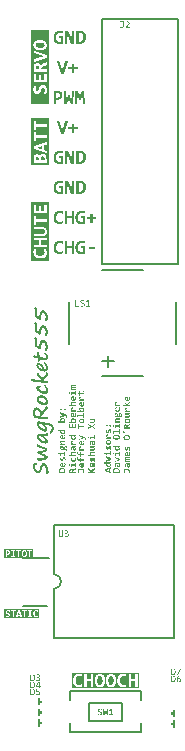
<source format=gto>
G04 Layer_Color=65535*
%FSLAX24Y24*%
%MOIN*%
G70*
G01*
G75*
%ADD13C,0.0079*%
%ADD38C,0.0080*%
%ADD39C,0.0050*%
%ADD40C,0.0010*%
G36*
X34217Y28320D02*
X34221Y28319D01*
X34225Y28319D01*
X34229Y28318D01*
X34234Y28317D01*
X34239Y28315D01*
X34239Y28315D01*
X34241Y28314D01*
X34243Y28313D01*
X34246Y28312D01*
X34249Y28310D01*
X34253Y28308D01*
X34257Y28304D01*
X34260Y28301D01*
X34261Y28301D01*
X34262Y28300D01*
X34263Y28298D01*
X34265Y28295D01*
X34267Y28292D01*
X34270Y28288D01*
X34272Y28283D01*
X34274Y28278D01*
Y28278D01*
X34275Y28276D01*
X34276Y28273D01*
X34276Y28270D01*
X34277Y28265D01*
X34278Y28260D01*
X34278Y28253D01*
X34279Y28247D01*
Y28246D01*
Y28245D01*
Y28242D01*
X34278Y28239D01*
X34278Y28235D01*
X34277Y28230D01*
X34276Y28221D01*
Y28221D01*
X34275Y28219D01*
X34274Y28217D01*
X34274Y28214D01*
X34272Y28211D01*
X34271Y28207D01*
X34268Y28200D01*
X34229D01*
X34229Y28201D01*
X34231Y28203D01*
X34233Y28205D01*
X34235Y28209D01*
Y28210D01*
X34236Y28210D01*
X34236Y28212D01*
X34237Y28213D01*
X34239Y28217D01*
X34241Y28221D01*
Y28221D01*
X34241Y28222D01*
X34241Y28223D01*
X34242Y28225D01*
X34242Y28229D01*
X34244Y28234D01*
Y28234D01*
Y28235D01*
X34244Y28236D01*
Y28238D01*
X34244Y28242D01*
X34245Y28247D01*
Y28247D01*
Y28248D01*
Y28249D01*
X34244Y28250D01*
X34244Y28254D01*
X34243Y28258D01*
Y28258D01*
X34242Y28259D01*
X34241Y28261D01*
X34239Y28265D01*
X34236Y28268D01*
X34236Y28269D01*
X34236Y28269D01*
X34234Y28270D01*
X34233Y28271D01*
X34229Y28274D01*
X34224Y28276D01*
X34224D01*
X34223Y28276D01*
X34221Y28277D01*
X34219Y28278D01*
X34216Y28278D01*
X34213Y28279D01*
X34210Y28279D01*
X34094D01*
Y28202D01*
X34061D01*
Y28320D01*
X34214D01*
X34217Y28320D01*
D02*
G37*
G36*
X35167Y28339D02*
X35125Y28327D01*
Y28252D01*
X35167Y28240D01*
Y28200D01*
X34953Y28264D01*
Y28320D01*
X35167Y28384D01*
Y28339D01*
D02*
G37*
G36*
X35352Y28362D02*
X35358Y28361D01*
X35365Y28361D01*
X35372Y28359D01*
X35380Y28358D01*
X35388Y28356D01*
X35389D01*
X35389Y28355D01*
X35390Y28355D01*
X35392Y28354D01*
X35395Y28353D01*
X35400Y28351D01*
X35405Y28348D01*
X35412Y28345D01*
X35417Y28341D01*
X35423Y28336D01*
X35424Y28336D01*
X35425Y28334D01*
X35428Y28331D01*
X35431Y28327D01*
X35435Y28323D01*
X35438Y28317D01*
X35442Y28310D01*
X35445Y28303D01*
Y28303D01*
X35445Y28302D01*
X35446Y28301D01*
X35446Y28299D01*
X35447Y28297D01*
X35447Y28295D01*
X35449Y28289D01*
X35450Y28282D01*
X35451Y28274D01*
X35452Y28265D01*
X35453Y28254D01*
Y28200D01*
X35238D01*
Y28263D01*
Y28264D01*
Y28265D01*
Y28266D01*
Y28268D01*
Y28270D01*
X35239Y28272D01*
X35239Y28278D01*
X35240Y28285D01*
X35241Y28292D01*
X35243Y28299D01*
X35245Y28306D01*
Y28307D01*
X35245Y28307D01*
X35246Y28309D01*
X35248Y28313D01*
X35250Y28317D01*
X35252Y28322D01*
X35255Y28327D01*
X35259Y28332D01*
X35264Y28337D01*
X35264Y28337D01*
X35266Y28339D01*
X35269Y28341D01*
X35273Y28344D01*
X35277Y28347D01*
X35283Y28350D01*
X35289Y28353D01*
X35296Y28356D01*
X35297D01*
X35297Y28356D01*
X35298Y28356D01*
X35300Y28357D01*
X35302Y28357D01*
X35304Y28357D01*
X35309Y28359D01*
X35316Y28360D01*
X35324Y28361D01*
X35333Y28362D01*
X35343Y28362D01*
X35349D01*
X35352Y28362D01*
D02*
G37*
G36*
X33100Y38450D02*
X32500D01*
Y40018D01*
X33100D01*
Y38450D01*
D02*
G37*
G36*
Y35250D02*
X32500D01*
Y37210D01*
X33100D01*
Y35250D01*
D02*
G37*
G36*
X33542Y28362D02*
X33549Y28361D01*
X33555Y28361D01*
X33563Y28359D01*
X33571Y28358D01*
X33579Y28356D01*
X33579D01*
X33580Y28355D01*
X33581Y28355D01*
X33582Y28354D01*
X33586Y28353D01*
X33591Y28351D01*
X33596Y28348D01*
X33602Y28345D01*
X33608Y28341D01*
X33614Y28336D01*
X33615Y28336D01*
X33616Y28334D01*
X33619Y28331D01*
X33622Y28327D01*
X33625Y28323D01*
X33629Y28317D01*
X33633Y28310D01*
X33636Y28303D01*
Y28303D01*
X33636Y28302D01*
X33636Y28301D01*
X33637Y28299D01*
X33638Y28297D01*
X33638Y28295D01*
X33640Y28289D01*
X33641Y28282D01*
X33642Y28274D01*
X33643Y28265D01*
X33643Y28254D01*
Y28200D01*
X33429D01*
Y28263D01*
Y28264D01*
Y28265D01*
Y28266D01*
Y28268D01*
Y28270D01*
X33429Y28272D01*
X33430Y28278D01*
X33431Y28285D01*
X33432Y28292D01*
X33433Y28299D01*
X33436Y28306D01*
Y28307D01*
X33436Y28307D01*
X33437Y28309D01*
X33438Y28313D01*
X33440Y28317D01*
X33443Y28322D01*
X33446Y28327D01*
X33450Y28332D01*
X33454Y28337D01*
X33455Y28337D01*
X33457Y28339D01*
X33459Y28341D01*
X33463Y28344D01*
X33468Y28347D01*
X33474Y28350D01*
X33480Y28353D01*
X33487Y28356D01*
X33487D01*
X33488Y28356D01*
X33489Y28356D01*
X33491Y28357D01*
X33492Y28357D01*
X33495Y28357D01*
X33500Y28359D01*
X33507Y28360D01*
X33515Y28361D01*
X33524Y28362D01*
X33534Y28362D01*
X33540D01*
X33542Y28362D01*
D02*
G37*
G36*
X34190Y28524D02*
X34193D01*
X34194Y28524D01*
X34198D01*
X34202Y28523D01*
Y28414D01*
X34206D01*
X34209Y28414D01*
X34212Y28415D01*
X34215Y28415D01*
X34222Y28417D01*
X34222D01*
X34223Y28418D01*
X34225Y28419D01*
X34227Y28420D01*
X34231Y28422D01*
X34236Y28427D01*
X34236Y28427D01*
X34237Y28428D01*
X34238Y28429D01*
X34239Y28431D01*
X34240Y28433D01*
X34242Y28435D01*
X34244Y28441D01*
Y28442D01*
X34245Y28443D01*
X34245Y28445D01*
X34246Y28447D01*
X34246Y28450D01*
X34247Y28453D01*
X34247Y28461D01*
Y28461D01*
Y28463D01*
Y28465D01*
X34247Y28468D01*
Y28472D01*
X34246Y28476D01*
X34246Y28481D01*
X34246Y28486D01*
Y28487D01*
X34245Y28489D01*
X34245Y28492D01*
X34244Y28495D01*
X34243Y28500D01*
X34242Y28505D01*
X34241Y28510D01*
X34239Y28516D01*
X34271D01*
Y28515D01*
X34271Y28514D01*
X34272Y28513D01*
X34272Y28511D01*
X34273Y28507D01*
X34274Y28501D01*
Y28501D01*
Y28500D01*
X34275Y28499D01*
X34275Y28496D01*
X34276Y28491D01*
X34277Y28486D01*
Y28485D01*
Y28485D01*
X34277Y28483D01*
X34277Y28481D01*
X34278Y28476D01*
X34278Y28470D01*
Y28470D01*
Y28468D01*
X34279Y28467D01*
Y28465D01*
X34279Y28460D01*
Y28455D01*
Y28454D01*
Y28454D01*
Y28452D01*
X34279Y28448D01*
X34278Y28443D01*
X34278Y28438D01*
X34277Y28432D01*
X34276Y28426D01*
X34274Y28420D01*
X34273Y28419D01*
X34272Y28418D01*
X34271Y28415D01*
X34270Y28411D01*
X34267Y28407D01*
X34265Y28403D01*
X34261Y28399D01*
X34258Y28395D01*
X34257Y28394D01*
X34256Y28393D01*
X34254Y28391D01*
X34251Y28389D01*
X34247Y28386D01*
X34242Y28384D01*
X34237Y28381D01*
X34232Y28379D01*
X34231Y28378D01*
X34229Y28378D01*
X34226Y28377D01*
X34221Y28376D01*
X34216Y28375D01*
X34210Y28374D01*
X34203Y28374D01*
X34196Y28373D01*
X34192D01*
X34188Y28374D01*
X34183Y28374D01*
X34178Y28374D01*
X34171Y28375D01*
X34165Y28377D01*
X34159Y28379D01*
X34158D01*
X34158Y28379D01*
X34156Y28380D01*
X34153Y28381D01*
X34149Y28383D01*
X34144Y28385D01*
X34140Y28388D01*
X34135Y28391D01*
X34130Y28394D01*
X34130Y28395D01*
X34128Y28396D01*
X34126Y28399D01*
X34123Y28401D01*
X34120Y28405D01*
X34117Y28409D01*
X34114Y28414D01*
X34112Y28419D01*
X34111Y28420D01*
X34110Y28422D01*
X34110Y28425D01*
X34108Y28428D01*
X34107Y28433D01*
X34106Y28439D01*
X34105Y28445D01*
X34105Y28452D01*
Y28452D01*
Y28452D01*
Y28455D01*
X34105Y28458D01*
X34106Y28462D01*
X34107Y28467D01*
X34107Y28472D01*
X34109Y28478D01*
X34111Y28483D01*
X34111Y28483D01*
X34112Y28485D01*
X34113Y28488D01*
X34115Y28491D01*
X34117Y28495D01*
X34120Y28498D01*
X34123Y28502D01*
X34126Y28506D01*
X34127Y28506D01*
X34128Y28507D01*
X34130Y28509D01*
X34133Y28511D01*
X34136Y28513D01*
X34140Y28515D01*
X34145Y28518D01*
X34150Y28519D01*
X34150Y28520D01*
X34152Y28520D01*
X34155Y28521D01*
X34158Y28522D01*
X34163Y28523D01*
X34168Y28524D01*
X34173Y28524D01*
X34180Y28524D01*
X34186D01*
X34190Y28524D01*
D02*
G37*
G36*
X35796Y28483D02*
X35775Y28483D01*
X35775Y28482D01*
X35775Y28482D01*
X35777Y28481D01*
X35778Y28479D01*
X35781Y28476D01*
X35785Y28471D01*
X35785Y28471D01*
X35786Y28470D01*
X35787Y28469D01*
X35788Y28468D01*
X35790Y28464D01*
X35793Y28459D01*
Y28458D01*
X35793Y28458D01*
X35794Y28456D01*
X35795Y28454D01*
X35797Y28450D01*
X35798Y28444D01*
Y28443D01*
X35798Y28442D01*
X35799Y28441D01*
Y28438D01*
X35799Y28436D01*
X35800Y28433D01*
X35800Y28426D01*
Y28426D01*
Y28424D01*
X35800Y28422D01*
Y28419D01*
X35799Y28415D01*
X35798Y28411D01*
X35796Y28404D01*
Y28403D01*
X35795Y28402D01*
X35795Y28400D01*
X35793Y28398D01*
X35790Y28393D01*
X35786Y28387D01*
X35786Y28387D01*
X35785Y28386D01*
X35783Y28385D01*
X35782Y28384D01*
X35779Y28382D01*
X35776Y28380D01*
X35770Y28377D01*
X35769D01*
X35768Y28377D01*
X35766Y28377D01*
X35764Y28376D01*
X35760Y28375D01*
X35757Y28375D01*
X35749Y28374D01*
X35747D01*
X35744Y28375D01*
X35742Y28375D01*
X35738Y28375D01*
X35735Y28377D01*
X35731Y28378D01*
X35727Y28379D01*
X35727Y28380D01*
X35725Y28380D01*
X35723Y28382D01*
X35721Y28383D01*
X35718Y28385D01*
X35716Y28388D01*
X35712Y28391D01*
X35710Y28394D01*
X35709Y28395D01*
X35709Y28396D01*
X35707Y28399D01*
X35706Y28402D01*
X35704Y28405D01*
X35702Y28410D01*
X35700Y28415D01*
X35698Y28420D01*
X35698Y28421D01*
X35697Y28423D01*
X35697Y28426D01*
X35696Y28430D01*
X35695Y28436D01*
X35695Y28442D01*
X35694Y28448D01*
Y28456D01*
Y28478D01*
X35682D01*
X35681Y28478D01*
X35677Y28477D01*
X35673Y28476D01*
X35673D01*
X35672Y28476D01*
X35670Y28475D01*
X35667Y28473D01*
X35664Y28470D01*
X35663Y28469D01*
X35662Y28467D01*
X35660Y28464D01*
X35659Y28460D01*
Y28459D01*
X35658Y28458D01*
X35658Y28457D01*
X35658Y28455D01*
X35657Y28453D01*
X35657Y28450D01*
X35656Y28444D01*
Y28443D01*
Y28442D01*
Y28439D01*
X35657Y28435D01*
X35657Y28430D01*
X35658Y28426D01*
X35660Y28415D01*
Y28414D01*
X35661Y28413D01*
X35661Y28410D01*
X35662Y28406D01*
X35664Y28402D01*
X35665Y28397D01*
X35669Y28387D01*
X35637D01*
X35637Y28388D01*
X35636Y28390D01*
X35636Y28392D01*
X35635Y28395D01*
X35633Y28399D01*
X35632Y28404D01*
X35631Y28409D01*
X35629Y28415D01*
Y28415D01*
X35629Y28417D01*
X35628Y28420D01*
X35628Y28425D01*
X35627Y28430D01*
X35626Y28435D01*
X35626Y28441D01*
Y28447D01*
Y28448D01*
Y28448D01*
Y28450D01*
Y28454D01*
X35626Y28458D01*
X35627Y28463D01*
X35628Y28468D01*
X35629Y28474D01*
X35630Y28479D01*
Y28480D01*
X35631Y28481D01*
X35631Y28483D01*
X35633Y28486D01*
X35634Y28490D01*
X35636Y28494D01*
X35638Y28497D01*
X35641Y28501D01*
X35641Y28501D01*
X35642Y28502D01*
X35643Y28504D01*
X35645Y28506D01*
X35648Y28508D01*
X35651Y28510D01*
X35654Y28512D01*
X35658Y28514D01*
X35659Y28514D01*
X35660Y28514D01*
X35662Y28515D01*
X35665Y28516D01*
X35669Y28517D01*
X35673Y28517D01*
X35677Y28518D01*
X35796D01*
Y28483D01*
D02*
G37*
G36*
X34540Y28531D02*
X34543D01*
X34544Y28531D01*
X34548D01*
X34552Y28531D01*
Y28421D01*
X34556D01*
X34559Y28422D01*
X34562Y28422D01*
X34565Y28422D01*
X34572Y28424D01*
X34572D01*
X34573Y28425D01*
X34575Y28426D01*
X34577Y28427D01*
X34581Y28430D01*
X34586Y28434D01*
X34586Y28434D01*
X34587Y28435D01*
X34588Y28436D01*
X34589Y28438D01*
X34590Y28440D01*
X34592Y28443D01*
X34594Y28448D01*
Y28449D01*
X34595Y28450D01*
X34595Y28452D01*
X34596Y28454D01*
X34596Y28457D01*
X34597Y28460D01*
X34597Y28468D01*
Y28468D01*
Y28470D01*
Y28473D01*
X34597Y28476D01*
Y28480D01*
X34596Y28484D01*
X34596Y28489D01*
X34596Y28494D01*
Y28495D01*
X34595Y28496D01*
X34595Y28499D01*
X34594Y28503D01*
X34593Y28507D01*
X34592Y28512D01*
X34591Y28518D01*
X34589Y28523D01*
X34621D01*
Y28523D01*
X34621Y28522D01*
X34622Y28521D01*
X34622Y28519D01*
X34623Y28514D01*
X34624Y28509D01*
Y28508D01*
Y28508D01*
X34625Y28506D01*
X34625Y28504D01*
X34626Y28499D01*
X34627Y28493D01*
Y28493D01*
Y28492D01*
X34627Y28490D01*
X34627Y28488D01*
X34628Y28483D01*
X34628Y28477D01*
Y28477D01*
Y28476D01*
X34629Y28474D01*
Y28472D01*
X34629Y28467D01*
Y28462D01*
Y28461D01*
Y28461D01*
Y28459D01*
X34629Y28455D01*
X34628Y28450D01*
X34628Y28445D01*
X34627Y28439D01*
X34626Y28433D01*
X34624Y28427D01*
X34623Y28427D01*
X34622Y28425D01*
X34621Y28422D01*
X34620Y28419D01*
X34618Y28415D01*
X34615Y28410D01*
X34611Y28406D01*
X34608Y28402D01*
X34608Y28402D01*
X34606Y28400D01*
X34604Y28399D01*
X34601Y28396D01*
X34597Y28394D01*
X34592Y28391D01*
X34587Y28388D01*
X34582Y28386D01*
X34581Y28385D01*
X34579Y28385D01*
X34576Y28384D01*
X34571Y28383D01*
X34566Y28382D01*
X34560Y28381D01*
X34553Y28381D01*
X34546Y28380D01*
X34542D01*
X34538Y28381D01*
X34533Y28381D01*
X34528Y28382D01*
X34522Y28383D01*
X34515Y28384D01*
X34509Y28386D01*
X34508D01*
X34508Y28386D01*
X34506Y28387D01*
X34503Y28388D01*
X34499Y28390D01*
X34494Y28392D01*
X34490Y28395D01*
X34485Y28398D01*
X34480Y28402D01*
X34480Y28402D01*
X34478Y28404D01*
X34476Y28406D01*
X34473Y28409D01*
X34470Y28412D01*
X34467Y28416D01*
X34464Y28421D01*
X34462Y28426D01*
X34461Y28427D01*
X34460Y28429D01*
X34460Y28432D01*
X34458Y28436D01*
X34457Y28440D01*
X34456Y28446D01*
X34455Y28452D01*
X34455Y28459D01*
Y28459D01*
Y28460D01*
Y28462D01*
X34455Y28465D01*
X34456Y28469D01*
X34457Y28474D01*
X34457Y28480D01*
X34459Y28485D01*
X34461Y28490D01*
X34461Y28491D01*
X34462Y28492D01*
X34463Y28495D01*
X34465Y28498D01*
X34467Y28502D01*
X34470Y28506D01*
X34473Y28510D01*
X34476Y28513D01*
X34477Y28513D01*
X34478Y28514D01*
X34480Y28516D01*
X34483Y28518D01*
X34486Y28520D01*
X34490Y28523D01*
X34495Y28525D01*
X34500Y28527D01*
X34500Y28527D01*
X34502Y28528D01*
X34505Y28528D01*
X34508Y28529D01*
X34513Y28530D01*
X34518Y28531D01*
X34523Y28531D01*
X34530Y28532D01*
X34536D01*
X34540Y28531D01*
D02*
G37*
G36*
X35738Y28320D02*
X35742Y28319D01*
X35746Y28319D01*
X35750Y28318D01*
X35755Y28317D01*
X35760Y28315D01*
X35760Y28315D01*
X35762Y28314D01*
X35764Y28313D01*
X35767Y28312D01*
X35770Y28310D01*
X35774Y28308D01*
X35778Y28304D01*
X35781Y28301D01*
X35782Y28301D01*
X35783Y28300D01*
X35784Y28298D01*
X35786Y28295D01*
X35788Y28292D01*
X35791Y28288D01*
X35793Y28283D01*
X35795Y28278D01*
Y28278D01*
X35796Y28276D01*
X35797Y28273D01*
X35797Y28270D01*
X35798Y28265D01*
X35799Y28260D01*
X35799Y28253D01*
X35800Y28247D01*
Y28246D01*
Y28245D01*
Y28242D01*
X35799Y28239D01*
X35799Y28235D01*
X35798Y28230D01*
X35797Y28221D01*
Y28221D01*
X35796Y28219D01*
X35795Y28217D01*
X35795Y28214D01*
X35793Y28211D01*
X35792Y28207D01*
X35789Y28200D01*
X35750D01*
X35750Y28201D01*
X35752Y28203D01*
X35754Y28205D01*
X35756Y28209D01*
Y28210D01*
X35757Y28210D01*
X35757Y28212D01*
X35758Y28213D01*
X35760Y28217D01*
X35762Y28221D01*
Y28221D01*
X35762Y28222D01*
X35762Y28223D01*
X35763Y28225D01*
X35764Y28229D01*
X35765Y28234D01*
Y28234D01*
Y28235D01*
X35765Y28236D01*
Y28238D01*
X35765Y28242D01*
X35766Y28247D01*
Y28247D01*
Y28248D01*
Y28249D01*
X35765Y28250D01*
X35765Y28254D01*
X35764Y28258D01*
Y28258D01*
X35764Y28259D01*
X35762Y28261D01*
X35760Y28265D01*
X35757Y28268D01*
X35757Y28269D01*
X35757Y28269D01*
X35755Y28270D01*
X35754Y28271D01*
X35750Y28274D01*
X35745Y28276D01*
X35745D01*
X35744Y28276D01*
X35742Y28277D01*
X35740Y28278D01*
X35737Y28278D01*
X35734Y28279D01*
X35731Y28279D01*
X35615D01*
Y28202D01*
X35582D01*
Y28320D01*
X35735D01*
X35738Y28320D01*
D02*
G37*
G36*
X34625Y28306D02*
X34522Y28241D01*
X34625D01*
Y28200D01*
X34411D01*
Y28241D01*
X34509D01*
X34411Y28305D01*
Y28354D01*
X34513Y28281D01*
X34625Y28357D01*
Y28306D01*
D02*
G37*
G36*
X33993Y28308D02*
X33925Y28278D01*
X33924D01*
X33923Y28277D01*
X33921Y28276D01*
X33919Y28275D01*
X33914Y28271D01*
X33912Y28269D01*
X33910Y28266D01*
X33910Y28266D01*
X33909Y28265D01*
X33909Y28263D01*
X33907Y28261D01*
X33906Y28258D01*
X33905Y28255D01*
X33905Y28252D01*
X33905Y28248D01*
Y28240D01*
X33993D01*
Y28200D01*
X33779D01*
Y28262D01*
Y28263D01*
Y28263D01*
Y28265D01*
Y28269D01*
X33780Y28273D01*
X33780Y28278D01*
X33780Y28283D01*
X33782Y28294D01*
Y28295D01*
X33783Y28297D01*
X33784Y28299D01*
X33785Y28303D01*
X33786Y28307D01*
X33788Y28311D01*
X33790Y28315D01*
X33793Y28319D01*
X33793Y28319D01*
X33794Y28321D01*
X33795Y28323D01*
X33798Y28325D01*
X33800Y28327D01*
X33803Y28330D01*
X33807Y28332D01*
X33811Y28335D01*
X33811Y28335D01*
X33813Y28336D01*
X33815Y28337D01*
X33819Y28338D01*
X33823Y28339D01*
X33828Y28340D01*
X33833Y28340D01*
X33839Y28341D01*
X33843D01*
X33846Y28340D01*
X33849Y28340D01*
X33852Y28339D01*
X33859Y28337D01*
X33860D01*
X33861Y28336D01*
X33863Y28336D01*
X33865Y28334D01*
X33870Y28331D01*
X33876Y28327D01*
X33876Y28327D01*
X33877Y28326D01*
X33878Y28325D01*
X33879Y28323D01*
X33881Y28321D01*
X33883Y28318D01*
X33886Y28312D01*
Y28312D01*
X33887Y28311D01*
X33887Y28309D01*
X33888Y28307D01*
X33889Y28304D01*
X33890Y28301D01*
X33892Y28294D01*
Y28294D01*
X33892Y28295D01*
X33893Y28296D01*
X33894Y28298D01*
X33895Y28301D01*
X33896Y28303D01*
X33898Y28306D01*
X33901Y28308D01*
X33901Y28308D01*
X33902Y28309D01*
X33904Y28310D01*
X33906Y28312D01*
X33909Y28314D01*
X33913Y28316D01*
X33917Y28319D01*
X33922Y28321D01*
X33993Y28356D01*
Y28308D01*
D02*
G37*
G36*
X32966Y31122D02*
X32972Y31120D01*
X32979Y31117D01*
X32989Y31110D01*
X32999Y31099D01*
X33006Y31092D01*
X33012Y31084D01*
X33020Y31075D01*
X33027Y31065D01*
Y31064D01*
X33028Y31062D01*
X33030Y31059D01*
X33033Y31054D01*
X33040Y31043D01*
X33047Y31028D01*
X33055Y31009D01*
X33060Y30989D01*
X33065Y30966D01*
X33067Y30943D01*
Y30941D01*
Y30940D01*
Y30933D01*
X33066Y30924D01*
X33064Y30911D01*
X33060Y30899D01*
X33055Y30885D01*
X33048Y30871D01*
X33038Y30860D01*
X33037Y30858D01*
X33033Y30855D01*
X33026Y30850D01*
X33017Y30846D01*
X33005Y30841D01*
X32991Y30836D01*
X32974Y30833D01*
X32955Y30832D01*
X32947D01*
X32940Y30833D01*
X32934Y30834D01*
X32924Y30835D01*
X32914Y30838D01*
X32901Y30840D01*
X32875Y30848D01*
X32860Y30854D01*
X32845Y30861D01*
X32829Y30868D01*
X32811Y30877D01*
X32794Y30887D01*
X32776Y30899D01*
X32774Y30900D01*
X32771Y30902D01*
X32766Y30906D01*
X32761Y30910D01*
X32753Y30916D01*
X32744Y30924D01*
X32727Y30941D01*
X32710Y30961D01*
X32694Y30983D01*
X32688Y30996D01*
X32683Y31007D01*
X32680Y31020D01*
X32679Y31031D01*
Y31033D01*
Y31037D01*
X32680Y31043D01*
X32682Y31050D01*
X32687Y31058D01*
X32693Y31067D01*
X32701Y31076D01*
X32711Y31084D01*
X32712Y31086D01*
X32717Y31088D01*
X32723Y31091D01*
X32731Y31096D01*
X32741Y31101D01*
X32751Y31104D01*
X32763Y31106D01*
X32776Y31107D01*
X32780D01*
X32786Y31106D01*
X32793D01*
X32807Y31102D01*
X32814Y31099D01*
X32818Y31095D01*
X32819Y31092D01*
X32823Y31088D01*
X32827Y31081D01*
X32829Y31073D01*
Y31072D01*
X32827Y31068D01*
X32826Y31062D01*
X32823Y31057D01*
X32818Y31050D01*
X32810Y31044D01*
X32800Y31039D01*
X32785Y31036D01*
X32784D01*
X32779Y31035D01*
X32774D01*
X32768Y31033D01*
X32762Y31030D01*
X32756Y31028D01*
X32753Y31024D01*
X32751Y31020D01*
Y31019D01*
X32753Y31015D01*
X32755Y31009D01*
X32761Y31003D01*
X32770Y30992D01*
X32776Y30986D01*
X32782Y30981D01*
X32791Y30975D01*
X32801Y30968D01*
X32812Y30961D01*
X32825Y30953D01*
X32826D01*
X32829Y30951D01*
X32832Y30949D01*
X32838Y30946D01*
X32844Y30944D01*
X32852Y30940D01*
X32869Y30932D01*
X32889Y30924D01*
X32910Y30918D01*
X32932Y30914D01*
X32954Y30911D01*
X32957D01*
X32961Y30913D01*
X32968Y30914D01*
X32976Y30917D01*
X32984Y30923D01*
X32991Y30931D01*
X32996Y30943D01*
X32998Y30959D01*
Y30960D01*
Y30961D01*
X32997Y30968D01*
X32996Y30978D01*
X32994Y30992D01*
X32989Y31008D01*
X32982Y31026D01*
X32974Y31045D01*
X32961Y31065D01*
X32960Y31066D01*
X32958Y31069D01*
X32955Y31074D01*
X32952Y31080D01*
X32945Y31092D01*
X32944Y31099D01*
X32943Y31105D01*
Y31106D01*
Y31109D01*
X32945Y31114D01*
X32947Y31118D01*
X32951Y31121D01*
X32955Y31122D01*
X32961Y31124D01*
X32962D01*
X32966Y31122D01*
D02*
G37*
G36*
X33026Y31542D02*
X33030Y31540D01*
X33036Y31538D01*
X33042Y31533D01*
X33049Y31527D01*
X33050Y31526D01*
X33051Y31524D01*
X33055Y31520D01*
X33057Y31514D01*
X33060Y31506D01*
X33064Y31496D01*
X33065Y31484D01*
X33066Y31469D01*
Y31468D01*
Y31465D01*
X33065Y31460D01*
X33064Y31455D01*
X33062Y31448D01*
X33059Y31438D01*
X33055Y31430D01*
X33049Y31421D01*
X33048Y31420D01*
X33045Y31416D01*
X33040Y31411D01*
X33033Y31403D01*
X33021Y31392D01*
X33007Y31380D01*
X32990Y31363D01*
X32968Y31346D01*
X32967D01*
X32966Y31345D01*
X32960Y31340D01*
X32952Y31333D01*
X32943Y31325D01*
X32935Y31317D01*
X32927Y31310D01*
X32921Y31305D01*
X32919Y31302D01*
Y31301D01*
X32920Y31299D01*
X32924Y31294D01*
X32927Y31291D01*
X32931Y31287D01*
X32934Y31286D01*
X32938Y31282D01*
X32944Y31277D01*
X32949Y31272D01*
X32950D01*
X32953Y31271D01*
X32960D01*
X32968Y31270D01*
X32979Y31269D01*
X32991D01*
X33005Y31268D01*
X33025D01*
X33029Y31267D01*
X33034D01*
X33045Y31262D01*
X33051Y31258D01*
X33057Y31254D01*
X33059Y31252D01*
X33064Y31245D01*
X33068Y31235D01*
X33070Y31229D01*
X33071Y31222D01*
Y31220D01*
Y31218D01*
X33070Y31215D01*
Y31210D01*
X33066Y31200D01*
X33059Y31190D01*
X33057Y31189D01*
X33052Y31186D01*
X33045Y31181D01*
X33037Y31180D01*
X33032D01*
X33027Y31181D01*
X33020Y31182D01*
X33011Y31184D01*
X32999Y31186D01*
X32985Y31188D01*
X32984D01*
X32982Y31189D01*
X32977D01*
X32972Y31190D01*
X32964Y31192D01*
X32953Y31194D01*
X32943Y31195D01*
X32930Y31197D01*
X32916Y31200D01*
X32900Y31201D01*
X32883Y31203D01*
X32864Y31205D01*
X32845Y31208D01*
X32823Y31210D01*
X32801Y31212D01*
X32777Y31215D01*
X32772D01*
X32766Y31216D01*
X32759Y31217D01*
X32751D01*
X32741Y31218D01*
X32718Y31220D01*
X32691Y31224D01*
X32665Y31226D01*
X32638Y31230D01*
X32615Y31232D01*
X32613D01*
X32606Y31233D01*
X32596Y31235D01*
X32584Y31237D01*
X32570Y31239D01*
X32559Y31241D01*
X32547Y31244D01*
X32539Y31246D01*
X32538D01*
X32536Y31247D01*
X32529Y31250D01*
X32520Y31257D01*
X32510Y31265D01*
Y31267D01*
X32508Y31268D01*
X32505Y31275D01*
X32501Y31284D01*
X32499Y31295D01*
Y31297D01*
Y31298D01*
X32500Y31303D01*
X32505Y31312D01*
X32507Y31315D01*
X32512Y31318D01*
X32514Y31320D01*
X32520Y31323D01*
X32529Y31327D01*
X32540Y31328D01*
X32546D01*
X32550Y31327D01*
X32555D01*
X32561Y31325D01*
X32569Y31324D01*
X32580Y31323D01*
X32591Y31321D01*
X32605Y31318D01*
X32621Y31315D01*
X32638Y31313D01*
X32659Y31308D01*
X32682Y31303D01*
X32709Y31299D01*
X32753Y31292D01*
X32754D01*
X32757Y31291D01*
X32762D01*
X32768Y31290D01*
X32776Y31288D01*
X32784Y31287D01*
X32802Y31285D01*
X32822Y31282D01*
X32839Y31279D01*
X32847Y31278D01*
X32854D01*
X32860Y31277D01*
X32863D01*
X32771Y31377D01*
X32770Y31378D01*
X32768Y31381D01*
X32764Y31385D01*
X32759Y31390D01*
X32747Y31404D01*
X32733Y31421D01*
X32719Y31440D01*
X32706Y31458D01*
X32702Y31467D01*
X32698Y31476D01*
X32696Y31484D01*
X32695Y31491D01*
Y31493D01*
Y31497D01*
X32696Y31503D01*
X32698Y31510D01*
X32702Y31516D01*
X32708Y31521D01*
X32714Y31526D01*
X32724Y31527D01*
X32729D01*
X32735Y31525D01*
X32743Y31523D01*
X32751Y31519D01*
X32759Y31512D01*
X32766Y31504D01*
X32773Y31493D01*
Y31494D01*
X32774Y31493D01*
Y31491D01*
X32776Y31489D01*
X32778Y31486D01*
X32780Y31481D01*
X32787Y31471D01*
X32793Y31461D01*
X32794Y31460D01*
X32795Y31458D01*
X32799Y31453D01*
X32802Y31448D01*
X32812Y31434D01*
X32825Y31416D01*
X32826Y31415D01*
X32829Y31412D01*
X32832Y31407D01*
X32837Y31403D01*
X32847Y31390D01*
X32853Y31384D01*
X32859Y31378D01*
X32861Y31377D01*
X32864Y31374D01*
X32870Y31369D01*
X32875Y31368D01*
X32876Y31369D01*
X32879Y31370D01*
X32883Y31373D01*
X32890Y31377D01*
X32898Y31384D01*
X32908Y31393D01*
X32922Y31406D01*
X32924Y31407D01*
X32929Y31413D01*
X32936Y31420D01*
X32944Y31428D01*
X32964Y31448D01*
X32973Y31458D01*
X32980Y31467D01*
X32981Y31468D01*
X32982Y31471D01*
X32985Y31475D01*
X32988Y31481D01*
X32995Y31496D01*
X32996Y31504D01*
X32997Y31512D01*
Y31526D01*
Y31527D01*
X32998Y31531D01*
X32999Y31535D01*
X33003Y31539D01*
X33004Y31540D01*
X33006Y31542D01*
X33011Y31543D01*
X33017Y31544D01*
X33019D01*
X33026Y31542D01*
D02*
G37*
G36*
X32942Y31881D02*
X32950Y31879D01*
X32959Y31875D01*
X32970Y31868D01*
X32985Y31858D01*
X32992Y31851D01*
X33000Y31843D01*
X33008Y31834D01*
X33018Y31823D01*
Y31822D01*
X33020Y31821D01*
X33022Y31818D01*
X33025Y31813D01*
X33033Y31802D01*
X33041Y31785D01*
X33050Y31766D01*
X33058Y31744D01*
X33063Y31720D01*
X33065Y31693D01*
Y31692D01*
Y31691D01*
X33064Y31684D01*
X33063Y31674D01*
X33060Y31662D01*
X33057Y31647D01*
X33050Y31633D01*
X33042Y31618D01*
X33030Y31606D01*
X33029Y31604D01*
X33023Y31601D01*
X33017Y31595D01*
X33005Y31591D01*
X32991Y31585D01*
X32974Y31579D01*
X32954Y31576D01*
X32932Y31574D01*
X32923D01*
X32916Y31576D01*
X32908Y31577D01*
X32899Y31578D01*
X32889Y31580D01*
X32876Y31582D01*
X32849Y31591D01*
X32821Y31602D01*
X32806Y31609D01*
X32791Y31618D01*
X32774Y31627D01*
X32759Y31639D01*
X32758Y31640D01*
X32756Y31642D01*
X32753Y31646D01*
X32747Y31651D01*
X32741Y31656D01*
X32734Y31663D01*
X32719Y31682D01*
X32704Y31702D01*
X32691Y31725D01*
X32686Y31738D01*
X32682Y31751D01*
X32680Y31765D01*
X32679Y31778D01*
Y31780D01*
Y31784D01*
X32680Y31791D01*
X32682Y31800D01*
X32685Y31810D01*
X32689Y31820D01*
X32695Y31829D01*
X32703Y31838D01*
X32704Y31840D01*
X32708Y31842D01*
X32712Y31845D01*
X32718Y31850D01*
X32726Y31855D01*
X32736Y31858D01*
X32747Y31860D01*
X32758Y31862D01*
X32764D01*
X32768Y31860D01*
X32779Y31858D01*
X32794Y31855D01*
X32810Y31848D01*
X32829Y31837D01*
X32838Y31832D01*
X32848Y31823D01*
X32857Y31815D01*
X32868Y31805D01*
Y31804D01*
X32870Y31803D01*
X32872Y31799D01*
X32876Y31795D01*
X32881Y31790D01*
X32885Y31783D01*
X32897Y31767D01*
X32908Y31746D01*
X32920Y31722D01*
X32930Y31694D01*
X32939Y31663D01*
Y31662D01*
X32942Y31659D01*
X32945Y31655D01*
X32952Y31654D01*
X32954D01*
X32961Y31656D01*
X32970Y31660D01*
X32976Y31663D01*
X32982Y31668D01*
Y31669D01*
X32984Y31670D01*
X32987Y31674D01*
X32989Y31678D01*
X32994Y31690D01*
X32995Y31697D01*
X32996Y31705D01*
Y31706D01*
Y31708D01*
Y31712D01*
X32995Y31716D01*
X32994Y31722D01*
X32992Y31729D01*
X32987Y31746D01*
X32979Y31767D01*
X32973Y31777D01*
X32967Y31789D01*
X32959Y31800D01*
X32950Y31813D01*
X32939Y31825D01*
X32927Y31837D01*
X32925Y31838D01*
X32924Y31840D01*
X32920Y31845D01*
X32915Y31853D01*
X32913Y31857D01*
Y31862D01*
Y31863D01*
Y31865D01*
X32915Y31872D01*
X32919Y31875D01*
X32922Y31879D01*
X32928Y31881D01*
X32936Y31882D01*
X32937D01*
X32942Y31881D01*
D02*
G37*
G36*
X32770Y29921D02*
X32773D01*
X32778Y29919D01*
X32785Y29916D01*
X32794Y29914D01*
X32806Y29909D01*
X32807D01*
X32811Y29907D01*
X32818Y29905D01*
X32827Y29901D01*
X32838Y29899D01*
X32849Y29896D01*
X32875Y29890D01*
X32878D01*
X32882Y29889D01*
X32886D01*
X32892Y29888D01*
X32899Y29886D01*
X32907Y29885D01*
X32917Y29884D01*
X32929Y29883D01*
X32943Y29882D01*
X32958Y29880D01*
X32975Y29877D01*
X32995Y29875D01*
X33015Y29873D01*
X33040Y29870D01*
X33041D01*
X33044Y29869D01*
X33050D01*
X33058Y29868D01*
X33067Y29866D01*
X33079Y29863D01*
X33103Y29858D01*
X33131Y29850D01*
X33158Y29838D01*
X33185Y29823D01*
X33196Y29815D01*
X33207Y29806D01*
X33209Y29803D01*
X33215Y29796D01*
X33224Y29786D01*
X33233Y29772D01*
X33244Y29756D01*
X33253Y29737D01*
X33259Y29716D01*
X33260Y29704D01*
X33261Y29693D01*
Y29692D01*
Y29690D01*
Y29687D01*
X33260Y29681D01*
X33259Y29670D01*
X33255Y29652D01*
X33249Y29634D01*
X33243Y29612D01*
X33231Y29590D01*
X33216Y29567D01*
Y29566D01*
X33214Y29565D01*
X33209Y29558D01*
X33201Y29547D01*
X33191Y29537D01*
X33179Y29526D01*
X33166Y29515D01*
X33155Y29508D01*
X33149Y29507D01*
X33143Y29506D01*
X33140D01*
X33135Y29507D01*
X33131Y29509D01*
X33127Y29512D01*
X33123Y29516D01*
X33120Y29523D01*
X33119Y29531D01*
Y29534D01*
X33120Y29536D01*
X33121Y29539D01*
X33124Y29545D01*
X33127Y29551D01*
X33132Y29559D01*
X33138Y29569D01*
Y29571D01*
X33140Y29573D01*
X33142Y29576D01*
X33146Y29582D01*
X33149Y29589D01*
X33154Y29596D01*
X33163Y29613D01*
X33172Y29634D01*
X33180Y29656D01*
X33186Y29678D01*
X33187Y29688D01*
X33188Y29698D01*
Y29701D01*
X33187Y29705D01*
X33186Y29712D01*
X33181Y29723D01*
X33176Y29733D01*
X33166Y29745D01*
X33154Y29756D01*
X33146Y29761D01*
X33136Y29767D01*
X33135D01*
X33134Y29768D01*
X33131Y29769D01*
X33126Y29771D01*
X33120Y29773D01*
X33113Y29776D01*
X33104Y29779D01*
X33094Y29783D01*
X33082Y29786D01*
X33068Y29790D01*
X33053Y29793D01*
X33036Y29796D01*
X33018Y29800D01*
X32997Y29803D01*
X32974Y29807D01*
X32950Y29810D01*
X32952Y29809D01*
X32957Y29805D01*
X32964Y29796D01*
X32973Y29786D01*
X32984Y29773D01*
X32995Y29760D01*
X33006Y29743D01*
X33017Y29725D01*
X33018Y29723D01*
X33020Y29717D01*
X33025Y29708D01*
X33029Y29696D01*
X33034Y29683D01*
X33038Y29670D01*
X33041Y29655D01*
X33042Y29641D01*
Y29640D01*
Y29635D01*
X33041Y29629D01*
X33040Y29621D01*
X33037Y29612D01*
X33034Y29604D01*
X33029Y29595D01*
X33022Y29587D01*
X33021Y29585D01*
X33019Y29584D01*
X33014Y29581D01*
X33007Y29577D01*
X32999Y29574D01*
X32990Y29572D01*
X32979Y29569D01*
X32966Y29568D01*
X32964D01*
X32957Y29569D01*
X32946Y29571D01*
X32932Y29573D01*
X32916Y29577D01*
X32897Y29584D01*
X32876Y29594D01*
X32853Y29606D01*
X32852D01*
X32851Y29609D01*
X32847Y29611D01*
X32842Y29613D01*
X32831Y29622D01*
X32816Y29634D01*
X32799Y29650D01*
X32781Y29669D01*
X32762Y29689D01*
X32744Y29713D01*
Y29715D01*
X32742Y29717D01*
X32740Y29720D01*
X32738Y29725D01*
X32729Y29739D01*
X32720Y29755D01*
X32712Y29775D01*
X32704Y29795D01*
X32699Y29817D01*
X32697Y29838D01*
Y29839D01*
Y29844D01*
X32698Y29850D01*
X32699Y29856D01*
X32702Y29865D01*
X32704Y29874D01*
X32709Y29883D01*
X32714Y29891D01*
Y29892D01*
X32717Y29894D01*
X32721Y29900D01*
X32723Y29901D01*
X32726Y29905D01*
X32732Y29909D01*
X32741Y29915D01*
X32742D01*
X32743Y29916D01*
X32750Y29919D01*
X32758Y29921D01*
X32766Y29922D01*
X32768D01*
X32770Y29921D01*
D02*
G37*
G36*
X33026Y30421D02*
X33035Y30418D01*
X33040Y30413D01*
X33044Y30409D01*
Y30408D01*
X33047Y30406D01*
X33050Y30399D01*
X33055Y30390D01*
X33056Y30386D01*
X33057Y30380D01*
Y30379D01*
Y30376D01*
X33056Y30373D01*
X33055Y30367D01*
X33053Y30361D01*
X33050Y30353D01*
X33047Y30345D01*
X33041Y30336D01*
X33040Y30335D01*
X33037Y30331D01*
X33034Y30326D01*
X33028Y30319D01*
X33021Y30308D01*
X33012Y30297D01*
X33002Y30283D01*
X32989Y30267D01*
X32988Y30265D01*
X32983Y30260D01*
X32977Y30253D01*
X32970Y30244D01*
X32962Y30236D01*
X32955Y30227D01*
X32950Y30221D01*
X32946Y30216D01*
X32945Y30215D01*
X32944Y30214D01*
X32942Y30210D01*
X32938Y30206D01*
X32929Y30195D01*
X32917Y30182D01*
X32906Y30167D01*
X32894Y30152D01*
X32884Y30138D01*
X32876Y30126D01*
Y30125D01*
Y30120D01*
X32874Y30116D01*
X32871Y30109D01*
X32868Y30103D01*
X32862Y30097D01*
X32854Y30093D01*
X32842Y30092D01*
X32840D01*
X32833Y30094D01*
X32824Y30099D01*
X32819Y30102D01*
X32815Y30107D01*
X32814Y30108D01*
X32812Y30109D01*
X32810Y30112D01*
X32808Y30117D01*
X32804Y30129D01*
X32802Y30135D01*
Y30142D01*
Y30144D01*
Y30146D01*
X32803Y30149D01*
X32804Y30154D01*
Y30155D01*
X32806Y30157D01*
X32807Y30161D01*
Y30163D01*
Y30164D01*
X32806Y30168D01*
X32804Y30172D01*
X32802Y30180D01*
X32799Y30192D01*
X32792Y30205D01*
X32784Y30222D01*
X32772Y30242D01*
Y30243D01*
X32771Y30244D01*
X32765Y30251D01*
X32758Y30260D01*
X32748Y30270D01*
X32736Y30281D01*
X32723Y30290D01*
X32708Y30297D01*
X32698Y30298D01*
X32690Y30299D01*
X32687D01*
X32682Y30298D01*
X32676Y30296D01*
X32671Y30293D01*
X32664Y30289D01*
X32657Y30283D01*
X32651Y30275D01*
X32650Y30274D01*
X32649Y30270D01*
X32645Y30266D01*
X32642Y30259D01*
X32640Y30250D01*
X32636Y30239D01*
X32635Y30227D01*
X32634Y30214D01*
Y30212D01*
Y30207D01*
Y30199D01*
X32635Y30189D01*
Y30177D01*
X32636Y30165D01*
X32637Y30154D01*
X32640Y30142D01*
Y30141D01*
X32641Y30138D01*
X32642Y30134D01*
X32643Y30129D01*
X32645Y30119D01*
X32646Y30116D01*
X32648Y30114D01*
X32649Y30112D01*
X32652Y30110D01*
X32658Y30108D01*
X32660Y30107D01*
X32664D01*
X32670Y30104D01*
X32678Y30103D01*
X32690Y30100D01*
X32706Y30096D01*
X32716Y30095D01*
X32726Y30093D01*
X32728D01*
X32732Y30092D01*
X32736D01*
X32748Y30089D01*
X32764Y30087D01*
X32784Y30084D01*
X32806Y30080D01*
X32830Y30077D01*
X32856Y30073D01*
X32860D01*
X32863Y30072D01*
X32868D01*
X32881Y30071D01*
X32896Y30069D01*
X32913Y30067D01*
X32930Y30065D01*
X32946Y30064D01*
X32973D01*
X32985Y30065D01*
X32999Y30066D01*
X33000D01*
X33002Y30067D01*
X33010Y30069D01*
X33019Y30070D01*
X33030D01*
X33036Y30069D01*
X33044Y30064D01*
X33049Y30061D01*
X33053Y30056D01*
Y30055D01*
X33056Y30054D01*
X33060Y30047D01*
X33065Y30037D01*
X33066Y30031D01*
X33067Y30025D01*
Y30022D01*
X33066Y30018D01*
X33064Y30011D01*
X33059Y30003D01*
X33052Y29994D01*
X33041Y29987D01*
X33033Y29984D01*
X33025Y29982D01*
X33015Y29980D01*
X32995D01*
X32983Y29981D01*
X32967D01*
X32946Y29982D01*
X32922Y29984D01*
X32893Y29987D01*
X32861Y29990D01*
X32856D01*
X32852Y29991D01*
X32845Y29992D01*
X32837Y29994D01*
X32827Y29995D01*
X32817Y29996D01*
X32806Y29998D01*
X32780Y30002D01*
X32753Y30006D01*
X32725Y30012D01*
X32697Y30018D01*
X32695D01*
X32690Y30019D01*
X32683Y30020D01*
X32676Y30021D01*
X32653Y30026D01*
X32645Y30021D01*
X32644D01*
X32643Y30020D01*
X32636Y30017D01*
X32628Y30013D01*
X32621Y30012D01*
X32619D01*
X32612Y30014D01*
X32603Y30019D01*
X32598Y30022D01*
X32593Y30027D01*
Y30028D01*
X32591Y30029D01*
X32588Y30037D01*
X32584Y30047D01*
X32582Y30057D01*
Y30058D01*
Y30062D01*
Y30066D01*
X32583Y30072D01*
Y30073D01*
Y30077D01*
X32584Y30081D01*
Y30084D01*
Y30085D01*
X32583Y30088D01*
Y30093D01*
X32582Y30100D01*
X32581Y30108D01*
X32580Y30116D01*
X32576Y30137D01*
X32573Y30160D01*
X32570Y30182D01*
X32569Y30202D01*
X32568Y30212D01*
Y30220D01*
Y30221D01*
Y30223D01*
Y30227D01*
Y30232D01*
X32570Y30245D01*
X32573Y30262D01*
X32577Y30281D01*
X32583Y30300D01*
X32592Y30319D01*
X32604Y30336D01*
X32605Y30338D01*
X32610Y30343D01*
X32618Y30350D01*
X32627Y30358D01*
X32640Y30365D01*
X32655Y30372D01*
X32671Y30376D01*
X32689Y30379D01*
X32691D01*
X32697Y30378D01*
X32706Y30376D01*
X32719Y30373D01*
X32733Y30368D01*
X32749Y30360D01*
X32765Y30350D01*
X32782Y30336D01*
X32785Y30334D01*
X32789Y30328D01*
X32797Y30319D01*
X32808Y30306D01*
X32819Y30291D01*
X32831Y30272D01*
X32842Y30250D01*
X32854Y30224D01*
X32855Y30225D01*
X32859Y30229D01*
X32863Y30236D01*
X32869Y30244D01*
X32877Y30253D01*
X32886Y30265D01*
X32896Y30277D01*
X32906Y30290D01*
X32928Y30319D01*
X32949Y30349D01*
X32968Y30376D01*
X32977Y30390D01*
X32984Y30402D01*
X32985Y30403D01*
X32987Y30405D01*
X32994Y30413D01*
X33004Y30420D01*
X33011Y30423D01*
X33018Y30424D01*
X33020D01*
X33026Y30421D01*
D02*
G37*
G36*
X32849Y30782D02*
X32864Y30781D01*
X32883Y30778D01*
X32884D01*
X32886Y30777D01*
X32890Y30775D01*
X32896Y30773D01*
X32902Y30771D01*
X32910Y30767D01*
X32928Y30758D01*
X32949Y30747D01*
X32970Y30732D01*
X32992Y30714D01*
X33013Y30692D01*
Y30691D01*
X33015Y30690D01*
X33018Y30687D01*
X33021Y30682D01*
X33030Y30669D01*
X33040Y30654D01*
X33049Y30636D01*
X33058Y30615D01*
X33064Y30592D01*
X33065Y30581D01*
X33066Y30569D01*
Y30567D01*
X33065Y30561D01*
X33064Y30552D01*
X33062Y30541D01*
X33057Y30527D01*
X33051Y30515D01*
X33042Y30501D01*
X33030Y30488D01*
X33029Y30487D01*
X33023Y30484D01*
X33017Y30478D01*
X33006Y30473D01*
X32994Y30468D01*
X32979Y30462D01*
X32961Y30458D01*
X32943Y30457D01*
X32935D01*
X32928Y30458D01*
X32921Y30459D01*
X32912Y30461D01*
X32901Y30462D01*
X32890Y30464D01*
X32864Y30471D01*
X32836Y30481D01*
X32821Y30488D01*
X32806Y30496D01*
X32789Y30504D01*
X32774Y30515D01*
X32773Y30516D01*
X32771Y30517D01*
X32766Y30521D01*
X32762Y30525D01*
X32755Y30531D01*
X32748Y30538D01*
X32733Y30555D01*
X32718Y30575D01*
X32704Y30599D01*
X32699Y30613D01*
X32695Y30627D01*
X32693Y30642D01*
X32691Y30657D01*
Y30658D01*
Y30659D01*
X32693Y30666D01*
X32694Y30676D01*
X32697Y30689D01*
X32702Y30704D01*
X32710Y30719D01*
X32720Y30734D01*
X32734Y30748D01*
X32736Y30749D01*
X32741Y30753D01*
X32750Y30759D01*
X32762Y30766D01*
X32777Y30772D01*
X32793Y30778D01*
X32812Y30782D01*
X32833Y30783D01*
X32842D01*
X32849Y30782D01*
D02*
G37*
G36*
X32649Y33727D02*
X32658Y33724D01*
X32664Y33719D01*
X32671Y33714D01*
X32672Y33713D01*
X32673Y33712D01*
X32676Y33709D01*
X32680Y33704D01*
X32687Y33692D01*
X32689Y33684D01*
X32691Y33676D01*
Y33675D01*
Y33672D01*
X32693Y33667D01*
Y33660D01*
X32694Y33651D01*
Y33641D01*
X32695Y33629D01*
Y33615D01*
Y33614D01*
Y33612D01*
Y33608D01*
Y33603D01*
Y33594D01*
X32694Y33584D01*
Y33570D01*
Y33568D01*
Y33563D01*
X32693Y33555D01*
Y33547D01*
X32691Y33526D01*
Y33517D01*
Y33509D01*
Y33507D01*
Y33501D01*
Y33492D01*
X32693Y33481D01*
X32694Y33458D01*
X32696Y33447D01*
X32698Y33438D01*
X32699Y33437D01*
X32702Y33434D01*
X32708Y33430D01*
X32714Y33424D01*
X32724Y33417D01*
X32735Y33408D01*
X32749Y33398D01*
X32765Y33387D01*
X32766Y33389D01*
X32768Y33394D01*
X32769Y33400D01*
X32771Y33410D01*
X32772Y33417D01*
X32774Y33424D01*
X32776Y33433D01*
X32777Y33442D01*
X32779Y33454D01*
X32780Y33466D01*
Y33468D01*
Y33470D01*
X32781Y33473D01*
X32782Y33479D01*
X32785Y33493D01*
X32788Y33509D01*
X32794Y33528D01*
X32801Y33546D01*
X32809Y33564D01*
X32818Y33579D01*
X32819Y33581D01*
X32823Y33585D01*
X32830Y33591D01*
X32839Y33598D01*
X32852Y33605D01*
X32867Y33611D01*
X32884Y33615D01*
X32906Y33616D01*
X32908D01*
X32914Y33615D01*
X32924Y33613D01*
X32937Y33608D01*
X32952Y33599D01*
X32960Y33594D01*
X32969Y33588D01*
X32979Y33579D01*
X32988Y33570D01*
X32997Y33560D01*
X33006Y33547D01*
Y33546D01*
X33008Y33544D01*
X33011Y33540D01*
X33014Y33536D01*
X33018Y33529D01*
X33022Y33521D01*
X33027Y33511D01*
X33032Y33501D01*
X33041Y33478D01*
X33049Y33450D01*
X33055Y33419D01*
X33056Y33403D01*
X33057Y33386D01*
Y33385D01*
Y33383D01*
Y33377D01*
X33056Y33366D01*
X33055Y33352D01*
X33052Y33337D01*
X33048Y33321D01*
X33043Y33304D01*
X33036Y33288D01*
X33035Y33285D01*
X33033Y33281D01*
X33028Y33274D01*
X33022Y33267D01*
X33017Y33259D01*
X33008Y33252D01*
X33002Y33247D01*
X32994Y33245D01*
X32991D01*
X32987Y33246D01*
X32981Y33247D01*
X32973Y33252D01*
X32966Y33258D01*
X32959Y33267D01*
X32954Y33280D01*
X32953Y33287D01*
Y33296D01*
Y33297D01*
Y33298D01*
X32954Y33304D01*
X32959Y33314D01*
X32962Y33320D01*
X32967Y33326D01*
X32968Y33327D01*
X32969Y33332D01*
X32973Y33338D01*
X32976Y33347D01*
X32980Y33357D01*
X32982Y33370D01*
X32984Y33382D01*
X32985Y33395D01*
Y33397D01*
Y33402D01*
X32984Y33410D01*
X32982Y33420D01*
X32980Y33434D01*
X32975Y33449D01*
X32969Y33465D01*
X32961Y33484D01*
Y33485D01*
X32960Y33486D01*
X32957Y33492D01*
X32952Y33500D01*
X32945Y33509D01*
X32938Y33517D01*
X32930Y33525D01*
X32921Y33531D01*
X32916Y33533D01*
X32907D01*
X32901Y33532D01*
X32894Y33530D01*
X32886Y33526D01*
X32878Y33522D01*
X32870Y33516D01*
X32863Y33507D01*
X32862Y33506D01*
X32860Y33501D01*
X32857Y33494D01*
X32853Y33483D01*
X32852Y33476D01*
X32849Y33466D01*
X32847Y33457D01*
X32845Y33447D01*
X32844Y33434D01*
X32841Y33422D01*
X32840Y33407D01*
X32839Y33390D01*
Y33388D01*
X32838Y33382D01*
Y33373D01*
X32836Y33362D01*
X32830Y33337D01*
X32825Y33326D01*
X32819Y33317D01*
X32818Y33315D01*
X32816Y33313D01*
X32809Y33306D01*
X32800Y33299D01*
X32795Y33297D01*
X32791Y33296D01*
X32788D01*
X32781Y33298D01*
X32772Y33302D01*
X32766Y33305D01*
X32761Y33310D01*
X32759D01*
X32758Y33312D01*
X32755Y33313D01*
X32750Y33317D01*
X32746Y33320D01*
X32739Y33326D01*
X32729Y33330D01*
X32720Y33337D01*
X32719Y33338D01*
X32717Y33340D01*
X32713Y33342D01*
X32709Y33345D01*
X32696Y33355D01*
X32681Y33365D01*
X32666Y33377D01*
X32653Y33388D01*
X32648Y33393D01*
X32643Y33397D01*
X32640Y33402D01*
X32637Y33405D01*
Y33407D01*
X32636Y33409D01*
X32635Y33413D01*
X32634Y33420D01*
X32631Y33430D01*
X32630Y33441D01*
X32629Y33456D01*
X32628Y33475D01*
Y33476D01*
Y33477D01*
X32627Y33484D01*
Y33494D01*
X32626Y33507D01*
Y33521D01*
X32625Y33537D01*
Y33552D01*
Y33567D01*
Y33569D01*
Y33574D01*
Y33582D01*
X32623Y33591D01*
X32622Y33603D01*
X32621Y33615D01*
X32615Y33639D01*
Y33641D01*
X32614Y33643D01*
X32613Y33647D01*
X32612Y33652D01*
X32610Y33662D01*
X32608Y33672D01*
Y33673D01*
Y33675D01*
Y33679D01*
X32610Y33683D01*
X32613Y33695D01*
X32619Y33709D01*
Y33710D01*
X32621Y33712D01*
X32626Y33719D01*
X32633Y33726D01*
X32637Y33728D01*
X32642Y33729D01*
X32644D01*
X32649Y33727D01*
D02*
G37*
G36*
X32762Y23357D02*
X31611D01*
Y23657D01*
X32762D01*
Y23357D01*
D02*
G37*
G36*
X32578Y25357D02*
X31611D01*
Y25657D01*
X32578D01*
Y25357D01*
D02*
G37*
G36*
X32729Y32234D02*
X32735Y32233D01*
X32741Y32229D01*
X32747Y32222D01*
X32753Y32213D01*
X32758Y32202D01*
X32761Y32194D01*
X32762Y32184D01*
X32782Y32071D01*
X32784Y32070D01*
X32786Y32069D01*
X32792Y32068D01*
X32801Y32066D01*
X32807Y32063D01*
X32814Y32062D01*
X32822Y32060D01*
X32832Y32058D01*
X32844Y32055D01*
X32856Y32052D01*
X32857D01*
X32860Y32051D01*
X32863D01*
X32868Y32049D01*
X32881Y32047D01*
X32896Y32045D01*
X32910Y32041D01*
X32924Y32039D01*
X32937Y32038D01*
X32942Y32037D01*
X32954D01*
X32960Y32038D01*
X32973Y32039D01*
X32979Y32040D01*
X32983Y32043D01*
X32984Y32044D01*
X32988Y32047D01*
X32992Y32053D01*
X32994Y32061D01*
Y32062D01*
Y32064D01*
Y32068D01*
X32992Y32073D01*
X32991Y32084D01*
X32988Y32097D01*
Y32098D01*
X32987Y32100D01*
X32984Y32104D01*
X32982Y32109D01*
X32977Y32115D01*
X32973Y32123D01*
X32966Y32131D01*
X32959Y32142D01*
X32958Y32143D01*
X32957Y32145D01*
X32951Y32152D01*
X32946Y32161D01*
X32945Y32166D01*
X32944Y32171D01*
Y32172D01*
X32945Y32176D01*
X32946Y32181D01*
X32950Y32185D01*
X32951Y32187D01*
X32953Y32189D01*
X32958Y32191D01*
X32962Y32192D01*
X32964D01*
X32968Y32191D01*
X32974Y32190D01*
X32982Y32187D01*
X32992Y32181D01*
X33003Y32173D01*
X33015Y32161D01*
X33029Y32145D01*
X33030Y32143D01*
X33035Y32137D01*
X33041Y32128D01*
X33048Y32115D01*
X33055Y32100D01*
X33060Y32083D01*
X33065Y32066D01*
X33066Y32046D01*
Y32044D01*
Y32039D01*
X33065Y32031D01*
X33063Y32022D01*
X33060Y32010D01*
X33056Y32000D01*
X33049Y31988D01*
X33041Y31979D01*
X33040Y31978D01*
X33036Y31976D01*
X33029Y31972D01*
X33021Y31969D01*
X33011Y31964D01*
X32998Y31961D01*
X32983Y31958D01*
X32966Y31957D01*
X32957D01*
X32951Y31958D01*
X32944Y31960D01*
X32936D01*
X32927Y31962D01*
X32915Y31963D01*
X32902Y31965D01*
X32887Y31968D01*
X32871Y31971D01*
X32853Y31974D01*
X32832Y31979D01*
X32810Y31984D01*
X32786Y31989D01*
Y31988D01*
Y31986D01*
X32787Y31983D01*
Y31978D01*
X32788Y31968D01*
Y31963D01*
Y31960D01*
Y31953D01*
Y31951D01*
Y31950D01*
X32787Y31943D01*
X32785Y31934D01*
X32779Y31923D01*
Y31921D01*
X32777Y31920D01*
X32771Y31916D01*
X32761Y31910D01*
X32755Y31909D01*
X32747Y31908D01*
X32742D01*
X32738Y31909D01*
X32733Y31911D01*
X32728Y31915D01*
X32724Y31920D01*
X32720Y31927D01*
X32719Y31938D01*
X32717Y32008D01*
X32714Y32009D01*
X32710Y32010D01*
X32701Y32014D01*
X32689Y32017D01*
X32674Y32022D01*
X32657Y32026D01*
X32636Y32032D01*
X32613Y32038D01*
X32611D01*
X32606Y32040D01*
X32600Y32043D01*
X32592Y32047D01*
X32584Y32052D01*
X32578Y32060D01*
X32574Y32068D01*
X32572Y32079D01*
Y32081D01*
Y32083D01*
X32573Y32090D01*
X32576Y32099D01*
X32583Y32108D01*
X32585Y32109D01*
X32590Y32114D01*
X32598Y32117D01*
X32607Y32119D01*
X32610D01*
X32614Y32117D01*
X32622Y32115D01*
X32628Y32114D01*
X32635Y32112D01*
X32643Y32109D01*
X32653Y32106D01*
X32665Y32104D01*
X32678Y32099D01*
X32693Y32094D01*
X32710Y32090D01*
Y32091D01*
Y32094D01*
X32709Y32100D01*
Y32107D01*
X32708Y32115D01*
X32706Y32124D01*
X32704Y32144D01*
X32703Y32165D01*
X32701Y32183D01*
Y32191D01*
X32699Y32198D01*
Y32203D01*
Y32206D01*
Y32207D01*
Y32209D01*
X32701Y32215D01*
X32702Y32224D01*
X32705Y32229D01*
X32706Y32230D01*
X32710Y32233D01*
X32716Y32234D01*
X32725Y32235D01*
X32726D01*
X32729Y32234D01*
D02*
G37*
G36*
X32649Y32740D02*
X32658Y32737D01*
X32664Y32732D01*
X32671Y32727D01*
X32672Y32726D01*
X32673Y32725D01*
X32676Y32722D01*
X32680Y32717D01*
X32687Y32706D01*
X32689Y32697D01*
X32691Y32689D01*
Y32688D01*
Y32685D01*
X32693Y32680D01*
Y32673D01*
X32694Y32664D01*
Y32654D01*
X32695Y32642D01*
Y32628D01*
Y32627D01*
Y32625D01*
Y32621D01*
Y32616D01*
Y32608D01*
X32694Y32597D01*
Y32583D01*
Y32581D01*
Y32576D01*
X32693Y32568D01*
Y32560D01*
X32691Y32539D01*
Y32530D01*
Y32522D01*
Y32520D01*
Y32514D01*
Y32505D01*
X32693Y32494D01*
X32694Y32471D01*
X32696Y32460D01*
X32698Y32451D01*
X32699Y32450D01*
X32702Y32447D01*
X32708Y32443D01*
X32714Y32437D01*
X32724Y32430D01*
X32735Y32421D01*
X32749Y32411D01*
X32765Y32400D01*
X32766Y32402D01*
X32768Y32407D01*
X32769Y32413D01*
X32771Y32423D01*
X32772Y32430D01*
X32774Y32437D01*
X32776Y32446D01*
X32777Y32455D01*
X32779Y32467D01*
X32780Y32480D01*
Y32481D01*
Y32483D01*
X32781Y32486D01*
X32782Y32492D01*
X32785Y32506D01*
X32788Y32522D01*
X32794Y32541D01*
X32801Y32559D01*
X32809Y32578D01*
X32818Y32593D01*
X32819Y32594D01*
X32823Y32598D01*
X32830Y32604D01*
X32839Y32611D01*
X32852Y32618D01*
X32867Y32624D01*
X32884Y32628D01*
X32906Y32629D01*
X32908D01*
X32914Y32628D01*
X32924Y32626D01*
X32937Y32621D01*
X32952Y32612D01*
X32960Y32608D01*
X32969Y32601D01*
X32979Y32593D01*
X32988Y32583D01*
X32997Y32573D01*
X33006Y32560D01*
Y32559D01*
X33008Y32557D01*
X33011Y32553D01*
X33014Y32549D01*
X33018Y32542D01*
X33022Y32534D01*
X33027Y32524D01*
X33032Y32514D01*
X33041Y32491D01*
X33049Y32463D01*
X33055Y32432D01*
X33056Y32416D01*
X33057Y32399D01*
Y32398D01*
Y32397D01*
Y32390D01*
X33056Y32379D01*
X33055Y32365D01*
X33052Y32350D01*
X33048Y32334D01*
X33043Y32317D01*
X33036Y32301D01*
X33035Y32298D01*
X33033Y32294D01*
X33028Y32287D01*
X33022Y32280D01*
X33017Y32272D01*
X33008Y32265D01*
X33002Y32260D01*
X32994Y32258D01*
X32991D01*
X32987Y32259D01*
X32981Y32260D01*
X32973Y32265D01*
X32966Y32271D01*
X32959Y32280D01*
X32954Y32293D01*
X32953Y32300D01*
Y32309D01*
Y32310D01*
Y32311D01*
X32954Y32317D01*
X32959Y32327D01*
X32962Y32333D01*
X32967Y32339D01*
X32968Y32340D01*
X32969Y32345D01*
X32973Y32352D01*
X32976Y32360D01*
X32980Y32370D01*
X32982Y32383D01*
X32984Y32395D01*
X32985Y32408D01*
Y32410D01*
Y32415D01*
X32984Y32423D01*
X32982Y32433D01*
X32980Y32447D01*
X32975Y32462D01*
X32969Y32478D01*
X32961Y32497D01*
Y32498D01*
X32960Y32499D01*
X32957Y32505D01*
X32952Y32513D01*
X32945Y32522D01*
X32938Y32530D01*
X32930Y32538D01*
X32921Y32544D01*
X32916Y32546D01*
X32907D01*
X32901Y32545D01*
X32894Y32543D01*
X32886Y32539D01*
X32878Y32535D01*
X32870Y32529D01*
X32863Y32520D01*
X32862Y32519D01*
X32860Y32514D01*
X32857Y32507D01*
X32853Y32496D01*
X32852Y32489D01*
X32849Y32480D01*
X32847Y32470D01*
X32845Y32460D01*
X32844Y32447D01*
X32841Y32435D01*
X32840Y32420D01*
X32839Y32403D01*
Y32401D01*
X32838Y32395D01*
Y32386D01*
X32836Y32375D01*
X32830Y32350D01*
X32825Y32339D01*
X32819Y32330D01*
X32818Y32328D01*
X32816Y32326D01*
X32809Y32319D01*
X32800Y32312D01*
X32795Y32310D01*
X32791Y32309D01*
X32788D01*
X32781Y32311D01*
X32772Y32315D01*
X32766Y32318D01*
X32761Y32323D01*
X32759D01*
X32758Y32325D01*
X32755Y32326D01*
X32750Y32330D01*
X32746Y32333D01*
X32739Y32339D01*
X32729Y32343D01*
X32720Y32350D01*
X32719Y32352D01*
X32717Y32353D01*
X32713Y32355D01*
X32709Y32358D01*
X32696Y32368D01*
X32681Y32378D01*
X32666Y32390D01*
X32653Y32401D01*
X32648Y32406D01*
X32643Y32410D01*
X32640Y32415D01*
X32637Y32418D01*
Y32420D01*
X32636Y32422D01*
X32635Y32426D01*
X32634Y32433D01*
X32631Y32443D01*
X32630Y32454D01*
X32629Y32469D01*
X32628Y32488D01*
Y32489D01*
Y32490D01*
X32627Y32497D01*
Y32507D01*
X32626Y32520D01*
Y32534D01*
X32625Y32550D01*
Y32565D01*
Y32580D01*
Y32582D01*
Y32587D01*
Y32595D01*
X32623Y32604D01*
X32622Y32616D01*
X32621Y32628D01*
X32615Y32652D01*
Y32654D01*
X32614Y32656D01*
X32613Y32661D01*
X32612Y32665D01*
X32610Y32676D01*
X32608Y32685D01*
Y32686D01*
Y32688D01*
Y32692D01*
X32610Y32696D01*
X32613Y32708D01*
X32619Y32722D01*
Y32723D01*
X32621Y32725D01*
X32626Y32732D01*
X32633Y32739D01*
X32637Y32741D01*
X32642Y32742D01*
X32644D01*
X32649Y32740D01*
D02*
G37*
G36*
Y33234D02*
X32658Y33230D01*
X32664Y33226D01*
X32671Y33221D01*
X32672Y33220D01*
X32673Y33219D01*
X32676Y33215D01*
X32680Y33211D01*
X32687Y33199D01*
X32689Y33191D01*
X32691Y33183D01*
Y33182D01*
Y33178D01*
X32693Y33174D01*
Y33167D01*
X32694Y33157D01*
Y33147D01*
X32695Y33136D01*
Y33122D01*
Y33121D01*
Y33118D01*
Y33115D01*
Y33109D01*
Y33101D01*
X32694Y33091D01*
Y33077D01*
Y33074D01*
Y33070D01*
X32693Y33062D01*
Y33054D01*
X32691Y33033D01*
Y33024D01*
Y33016D01*
Y33013D01*
Y33008D01*
Y32998D01*
X32693Y32988D01*
X32694Y32965D01*
X32696Y32953D01*
X32698Y32944D01*
X32699Y32943D01*
X32702Y32941D01*
X32708Y32936D01*
X32714Y32930D01*
X32724Y32923D01*
X32735Y32914D01*
X32749Y32905D01*
X32765Y32893D01*
X32766Y32896D01*
X32768Y32900D01*
X32769Y32906D01*
X32771Y32917D01*
X32772Y32923D01*
X32774Y32930D01*
X32776Y32940D01*
X32777Y32949D01*
X32779Y32960D01*
X32780Y32973D01*
Y32974D01*
Y32976D01*
X32781Y32980D01*
X32782Y32986D01*
X32785Y33000D01*
X32788Y33016D01*
X32794Y33034D01*
X32801Y33053D01*
X32809Y33071D01*
X32818Y33086D01*
X32819Y33087D01*
X32823Y33092D01*
X32830Y33098D01*
X32839Y33104D01*
X32852Y33111D01*
X32867Y33117D01*
X32884Y33122D01*
X32906Y33123D01*
X32908D01*
X32914Y33122D01*
X32924Y33119D01*
X32937Y33115D01*
X32952Y33106D01*
X32960Y33101D01*
X32969Y33094D01*
X32979Y33086D01*
X32988Y33077D01*
X32997Y33066D01*
X33006Y33054D01*
Y33053D01*
X33008Y33050D01*
X33011Y33047D01*
X33014Y33042D01*
X33018Y33035D01*
X33022Y33027D01*
X33027Y33018D01*
X33032Y33008D01*
X33041Y32985D01*
X33049Y32957D01*
X33055Y32926D01*
X33056Y32910D01*
X33057Y32892D01*
Y32891D01*
Y32890D01*
Y32883D01*
X33056Y32873D01*
X33055Y32859D01*
X33052Y32844D01*
X33048Y32828D01*
X33043Y32810D01*
X33036Y32794D01*
X33035Y32792D01*
X33033Y32787D01*
X33028Y32780D01*
X33022Y32774D01*
X33017Y32765D01*
X33008Y32759D01*
X33002Y32754D01*
X32994Y32752D01*
X32991D01*
X32987Y32753D01*
X32981Y32754D01*
X32973Y32759D01*
X32966Y32764D01*
X32959Y32774D01*
X32954Y32786D01*
X32953Y32793D01*
Y32802D01*
Y32804D01*
Y32805D01*
X32954Y32810D01*
X32959Y32821D01*
X32962Y32827D01*
X32967Y32832D01*
X32968Y32833D01*
X32969Y32838D01*
X32973Y32845D01*
X32976Y32853D01*
X32980Y32863D01*
X32982Y32876D01*
X32984Y32889D01*
X32985Y32902D01*
Y32904D01*
Y32908D01*
X32984Y32917D01*
X32982Y32927D01*
X32980Y32941D01*
X32975Y32956D01*
X32969Y32972D01*
X32961Y32990D01*
Y32991D01*
X32960Y32993D01*
X32957Y32998D01*
X32952Y33006D01*
X32945Y33016D01*
X32938Y33024D01*
X32930Y33032D01*
X32921Y33038D01*
X32916Y33040D01*
X32907D01*
X32901Y33039D01*
X32894Y33036D01*
X32886Y33033D01*
X32878Y33028D01*
X32870Y33023D01*
X32863Y33013D01*
X32862Y33012D01*
X32860Y33008D01*
X32857Y33001D01*
X32853Y32989D01*
X32852Y32982D01*
X32849Y32973D01*
X32847Y32964D01*
X32845Y32953D01*
X32844Y32941D01*
X32841Y32928D01*
X32840Y32913D01*
X32839Y32897D01*
Y32895D01*
X32838Y32889D01*
Y32880D01*
X32836Y32868D01*
X32830Y32844D01*
X32825Y32832D01*
X32819Y32823D01*
X32818Y32822D01*
X32816Y32820D01*
X32809Y32813D01*
X32800Y32806D01*
X32795Y32804D01*
X32791Y32802D01*
X32788D01*
X32781Y32805D01*
X32772Y32808D01*
X32766Y32812D01*
X32761Y32816D01*
X32759D01*
X32758Y32819D01*
X32755Y32820D01*
X32750Y32823D01*
X32746Y32827D01*
X32739Y32832D01*
X32729Y32837D01*
X32720Y32844D01*
X32719Y32845D01*
X32717Y32846D01*
X32713Y32848D01*
X32709Y32852D01*
X32696Y32861D01*
X32681Y32872D01*
X32666Y32883D01*
X32653Y32895D01*
X32648Y32899D01*
X32643Y32904D01*
X32640Y32908D01*
X32637Y32912D01*
Y32913D01*
X32636Y32915D01*
X32635Y32920D01*
X32634Y32927D01*
X32631Y32936D01*
X32630Y32948D01*
X32629Y32963D01*
X32628Y32981D01*
Y32982D01*
Y32983D01*
X32627Y32990D01*
Y33001D01*
X32626Y33013D01*
Y33027D01*
X32625Y33043D01*
Y33058D01*
Y33073D01*
Y33076D01*
Y33080D01*
Y33088D01*
X32623Y33098D01*
X32622Y33109D01*
X32621Y33122D01*
X32615Y33146D01*
Y33147D01*
X32614Y33149D01*
X32613Y33154D01*
X32612Y33159D01*
X32610Y33169D01*
X32608Y33178D01*
Y33179D01*
Y33182D01*
Y33185D01*
X32610Y33190D01*
X32613Y33201D01*
X32619Y33215D01*
Y33216D01*
X32621Y33219D01*
X32626Y33226D01*
X32633Y33232D01*
X32637Y33235D01*
X32642Y33236D01*
X32644D01*
X32649Y33234D01*
D02*
G37*
G36*
X35453Y28764D02*
X35422D01*
Y28816D01*
X35317D01*
Y28769D01*
X35286D01*
Y28857D01*
X35422D01*
Y28905D01*
X35453D01*
Y28764D01*
D02*
G37*
G36*
X35167Y28778D02*
X35136D01*
Y28830D01*
X35032D01*
Y28783D01*
X35001D01*
Y28871D01*
X35136D01*
Y28919D01*
X35167D01*
Y28778D01*
D02*
G37*
G36*
X33993Y28855D02*
X33882D01*
X33881Y28855D01*
X33876Y28854D01*
X33871Y28852D01*
X33866Y28850D01*
X33862Y28846D01*
X33860Y28844D01*
X33859Y28841D01*
X33858Y28838D01*
X33858Y28834D01*
Y28834D01*
Y28833D01*
X33858Y28831D01*
X33859Y28828D01*
X33859Y28825D01*
X33861Y28822D01*
X33863Y28818D01*
X33866Y28815D01*
X33866Y28814D01*
X33867Y28813D01*
X33869Y28811D01*
X33872Y28809D01*
X33875Y28806D01*
X33879Y28803D01*
X33883Y28799D01*
X33888Y28796D01*
X33993D01*
Y28756D01*
X33761D01*
Y28796D01*
X33819D01*
X33849Y28793D01*
X33849Y28794D01*
X33848Y28794D01*
X33846Y28797D01*
X33842Y28800D01*
X33839Y28804D01*
X33838Y28804D01*
X33838Y28804D01*
X33837Y28806D01*
X33836Y28807D01*
X33833Y28811D01*
X33830Y28815D01*
Y28816D01*
X33829Y28816D01*
X33829Y28817D01*
X33828Y28819D01*
X33827Y28823D01*
X33825Y28828D01*
Y28829D01*
X33825Y28829D01*
X33824Y28831D01*
X33824Y28833D01*
Y28835D01*
X33824Y28838D01*
X33823Y28844D01*
Y28844D01*
Y28846D01*
X33824Y28849D01*
Y28852D01*
X33824Y28855D01*
X33825Y28859D01*
X33826Y28862D01*
X33828Y28866D01*
Y28867D01*
X33828Y28868D01*
X33829Y28870D01*
X33831Y28872D01*
X33834Y28877D01*
X33839Y28882D01*
X33840Y28882D01*
X33841Y28883D01*
X33843Y28884D01*
X33844Y28886D01*
X33847Y28887D01*
X33851Y28889D01*
X33854Y28890D01*
X33858Y28892D01*
X33858D01*
X33860Y28892D01*
X33862Y28893D01*
X33865Y28893D01*
X33868Y28894D01*
X33872Y28895D01*
X33877Y28895D01*
X33993D01*
Y28855D01*
D02*
G37*
G36*
X34077Y28898D02*
X34077Y28897D01*
X34076Y28895D01*
X34076Y28893D01*
X34075Y28891D01*
X34075Y28888D01*
X34074Y28881D01*
Y28880D01*
X34073Y28879D01*
X34073Y28877D01*
X34072Y28875D01*
Y28872D01*
X34072Y28868D01*
X34072Y28860D01*
Y28860D01*
Y28859D01*
Y28858D01*
X34072Y28856D01*
X34072Y28852D01*
X34074Y28847D01*
Y28847D01*
X34074Y28846D01*
X34074Y28845D01*
X34075Y28844D01*
X34077Y28840D01*
X34080Y28837D01*
X34080Y28836D01*
X34083Y28834D01*
X34086Y28832D01*
X34090Y28830D01*
X34091D01*
X34092Y28829D01*
X34093Y28829D01*
X34095Y28829D01*
X34097Y28828D01*
X34099Y28828D01*
X34105Y28827D01*
X34132D01*
Y28893D01*
X34163D01*
Y28827D01*
X34275D01*
Y28787D01*
X34163D01*
Y28739D01*
X34132D01*
Y28787D01*
X34104D01*
X34101Y28788D01*
X34097Y28788D01*
X34092Y28788D01*
X34087Y28789D01*
X34082Y28791D01*
X34077Y28792D01*
X34076Y28793D01*
X34075Y28793D01*
X34072Y28794D01*
X34069Y28796D01*
X34066Y28798D01*
X34062Y28801D01*
X34059Y28803D01*
X34056Y28807D01*
X34055Y28807D01*
X34055Y28808D01*
X34053Y28811D01*
X34051Y28813D01*
X34049Y28816D01*
X34047Y28820D01*
X34046Y28825D01*
X34044Y28829D01*
Y28830D01*
X34043Y28832D01*
X34043Y28834D01*
X34042Y28838D01*
X34041Y28842D01*
X34041Y28848D01*
X34040Y28853D01*
Y28859D01*
Y28860D01*
Y28861D01*
Y28863D01*
Y28866D01*
X34041Y28869D01*
X34041Y28872D01*
X34042Y28880D01*
Y28880D01*
X34042Y28881D01*
Y28883D01*
X34042Y28886D01*
X34043Y28889D01*
X34044Y28892D01*
X34045Y28898D01*
X34077D01*
Y28898D01*
D02*
G37*
G36*
X35711Y28893D02*
X35714D01*
X35715Y28893D01*
X35719D01*
X35723Y28893D01*
Y28783D01*
X35727D01*
X35730Y28784D01*
X35733Y28784D01*
X35736Y28784D01*
X35743Y28786D01*
X35743D01*
X35744Y28787D01*
X35746Y28788D01*
X35748Y28789D01*
X35752Y28792D01*
X35757Y28796D01*
X35757Y28796D01*
X35758Y28797D01*
X35759Y28798D01*
X35760Y28800D01*
X35761Y28802D01*
X35763Y28805D01*
X35765Y28811D01*
Y28811D01*
X35766Y28812D01*
X35766Y28814D01*
X35767Y28816D01*
X35767Y28819D01*
X35768Y28822D01*
X35768Y28830D01*
Y28831D01*
Y28832D01*
Y28835D01*
X35768Y28838D01*
Y28842D01*
X35767Y28846D01*
X35767Y28851D01*
X35767Y28856D01*
Y28857D01*
X35766Y28858D01*
X35766Y28861D01*
X35765Y28865D01*
X35764Y28869D01*
X35763Y28874D01*
X35762Y28880D01*
X35760Y28885D01*
X35792D01*
Y28885D01*
X35792Y28884D01*
X35793Y28883D01*
X35793Y28881D01*
X35794Y28876D01*
X35795Y28871D01*
Y28870D01*
Y28870D01*
X35796Y28868D01*
X35796Y28866D01*
X35797Y28861D01*
X35798Y28855D01*
Y28855D01*
Y28854D01*
X35798Y28852D01*
X35798Y28850D01*
X35799Y28845D01*
X35799Y28839D01*
Y28839D01*
Y28838D01*
X35800Y28836D01*
Y28834D01*
X35800Y28829D01*
Y28824D01*
Y28824D01*
Y28823D01*
Y28821D01*
X35800Y28817D01*
X35799Y28812D01*
X35799Y28807D01*
X35798Y28801D01*
X35797Y28795D01*
X35795Y28789D01*
X35794Y28789D01*
X35793Y28787D01*
X35792Y28784D01*
X35791Y28781D01*
X35788Y28777D01*
X35786Y28773D01*
X35782Y28768D01*
X35779Y28764D01*
X35779Y28764D01*
X35777Y28763D01*
X35775Y28761D01*
X35772Y28758D01*
X35768Y28756D01*
X35763Y28753D01*
X35758Y28750D01*
X35753Y28748D01*
X35752Y28748D01*
X35750Y28747D01*
X35747Y28746D01*
X35742Y28745D01*
X35737Y28744D01*
X35731Y28743D01*
X35724Y28743D01*
X35717Y28743D01*
X35713D01*
X35709Y28743D01*
X35704Y28743D01*
X35699Y28744D01*
X35692Y28745D01*
X35686Y28746D01*
X35680Y28748D01*
X35679D01*
X35679Y28748D01*
X35677Y28749D01*
X35674Y28750D01*
X35670Y28752D01*
X35665Y28754D01*
X35661Y28757D01*
X35656Y28760D01*
X35651Y28764D01*
X35651Y28764D01*
X35649Y28766D01*
X35647Y28768D01*
X35644Y28771D01*
X35641Y28774D01*
X35638Y28778D01*
X35635Y28783D01*
X35633Y28788D01*
X35632Y28789D01*
X35631Y28791D01*
X35631Y28794D01*
X35629Y28798D01*
X35628Y28802D01*
X35627Y28808D01*
X35626Y28814D01*
X35626Y28821D01*
Y28821D01*
Y28822D01*
Y28824D01*
X35626Y28827D01*
X35627Y28831D01*
X35628Y28836D01*
X35628Y28842D01*
X35630Y28847D01*
X35632Y28852D01*
X35632Y28853D01*
X35633Y28854D01*
X35634Y28857D01*
X35636Y28860D01*
X35638Y28864D01*
X35641Y28868D01*
X35644Y28872D01*
X35647Y28875D01*
X35648Y28875D01*
X35649Y28877D01*
X35651Y28878D01*
X35654Y28880D01*
X35657Y28882D01*
X35661Y28885D01*
X35666Y28887D01*
X35671Y28889D01*
X35671Y28889D01*
X35673Y28890D01*
X35676Y28890D01*
X35679Y28892D01*
X35684Y28892D01*
X35689Y28893D01*
X35694Y28893D01*
X35701Y28894D01*
X35707D01*
X35711Y28893D01*
D02*
G37*
G36*
X33643Y28764D02*
X33612D01*
Y28816D01*
X33508D01*
Y28769D01*
X33477D01*
Y28857D01*
X33612D01*
Y28905D01*
X33643D01*
Y28764D01*
D02*
G37*
G36*
X34959Y28874D02*
X34962Y28874D01*
X34966Y28872D01*
X34966D01*
X34967Y28872D01*
X34969Y28871D01*
X34971Y28869D01*
X34974Y28867D01*
X34974Y28866D01*
X34976Y28865D01*
X34978Y28862D01*
X34979Y28859D01*
Y28858D01*
X34980Y28858D01*
X34980Y28855D01*
X34981Y28852D01*
X34981Y28849D01*
Y28848D01*
Y28847D01*
Y28847D01*
X34981Y28845D01*
X34980Y28842D01*
X34979Y28838D01*
Y28837D01*
X34979Y28837D01*
X34978Y28835D01*
X34976Y28832D01*
X34974Y28830D01*
X34973Y28829D01*
X34972Y28828D01*
X34969Y28826D01*
X34966Y28824D01*
X34965D01*
X34965Y28824D01*
X34963Y28824D01*
X34959Y28823D01*
X34956Y28822D01*
X34955D01*
X34952Y28823D01*
X34949Y28823D01*
X34946Y28824D01*
X34945D01*
X34945Y28825D01*
X34942Y28826D01*
X34940Y28827D01*
X34937Y28830D01*
X34936Y28831D01*
X34935Y28832D01*
X34933Y28835D01*
X34931Y28838D01*
Y28838D01*
X34931Y28839D01*
X34930Y28841D01*
X34929Y28844D01*
X34929Y28849D01*
Y28849D01*
Y28849D01*
X34929Y28852D01*
X34930Y28855D01*
X34931Y28859D01*
Y28859D01*
X34932Y28859D01*
X34933Y28862D01*
X34934Y28864D01*
X34937Y28867D01*
X34938Y28868D01*
X34939Y28869D01*
X34942Y28871D01*
X34946Y28872D01*
X34946D01*
X34946Y28873D01*
X34949Y28874D01*
X34952Y28874D01*
X34956Y28875D01*
X34956D01*
X34959Y28874D01*
D02*
G37*
G36*
X33993Y29045D02*
X33972Y29044D01*
X33972Y29044D01*
X33973Y29043D01*
X33974Y29042D01*
X33975Y29041D01*
X33978Y29037D01*
X33982Y29033D01*
X33983Y29033D01*
X33983Y29032D01*
X33984Y29031D01*
X33985Y29029D01*
X33988Y29025D01*
X33990Y29020D01*
Y29020D01*
X33991Y29019D01*
X33992Y29018D01*
X33992Y29016D01*
X33994Y29011D01*
X33995Y29005D01*
Y29005D01*
X33996Y29004D01*
X33996Y29002D01*
Y29000D01*
X33997Y28998D01*
X33997Y28995D01*
X33997Y28988D01*
Y28987D01*
Y28985D01*
X33997Y28983D01*
Y28980D01*
X33997Y28976D01*
X33996Y28973D01*
X33993Y28965D01*
Y28965D01*
X33993Y28963D01*
X33992Y28961D01*
X33991Y28959D01*
X33988Y28954D01*
X33983Y28949D01*
X33983Y28948D01*
X33982Y28948D01*
X33981Y28946D01*
X33979Y28945D01*
X33977Y28943D01*
X33973Y28942D01*
X33967Y28939D01*
X33967D01*
X33965Y28938D01*
X33963Y28938D01*
X33961Y28937D01*
X33958Y28937D01*
X33954Y28936D01*
X33946Y28936D01*
X33944D01*
X33942Y28936D01*
X33939Y28937D01*
X33935Y28937D01*
X33932Y28938D01*
X33928Y28939D01*
X33924Y28941D01*
X33924Y28941D01*
X33922Y28942D01*
X33920Y28943D01*
X33918Y28945D01*
X33915Y28946D01*
X33913Y28949D01*
X33910Y28952D01*
X33907Y28956D01*
X33907Y28956D01*
X33906Y28958D01*
X33904Y28960D01*
X33903Y28963D01*
X33901Y28966D01*
X33899Y28971D01*
X33897Y28976D01*
X33896Y28981D01*
X33895Y28982D01*
X33895Y28984D01*
X33894Y28988D01*
X33893Y28992D01*
X33892Y28997D01*
X33892Y29003D01*
X33891Y29010D01*
Y29018D01*
Y29039D01*
X33879D01*
X33878Y29039D01*
X33874Y29039D01*
X33870Y29037D01*
X33870D01*
X33869Y29037D01*
X33867Y29036D01*
X33864Y29034D01*
X33861Y29031D01*
X33861Y29031D01*
X33859Y29029D01*
X33858Y29025D01*
X33856Y29021D01*
Y29021D01*
X33856Y29020D01*
X33855Y29019D01*
X33855Y29017D01*
X33854Y29014D01*
X33854Y29012D01*
X33854Y29006D01*
Y29005D01*
Y29003D01*
Y29000D01*
X33854Y28996D01*
X33854Y28992D01*
X33855Y28987D01*
X33857Y28976D01*
Y28976D01*
X33858Y28974D01*
X33859Y28971D01*
X33859Y28968D01*
X33861Y28963D01*
X33862Y28959D01*
X33866Y28949D01*
X33834D01*
X33834Y28949D01*
X33834Y28951D01*
X33833Y28953D01*
X33832Y28957D01*
X33831Y28961D01*
X33829Y28965D01*
X33828Y28970D01*
X33827Y28976D01*
Y28977D01*
X33826Y28979D01*
X33826Y28982D01*
X33825Y28986D01*
X33824Y28991D01*
X33824Y28996D01*
X33823Y29003D01*
Y29009D01*
Y29009D01*
Y29009D01*
Y29012D01*
Y29015D01*
X33824Y29019D01*
X33824Y29024D01*
X33825Y29030D01*
X33826Y29035D01*
X33827Y29040D01*
Y29041D01*
X33828Y29042D01*
X33829Y29045D01*
X33830Y29048D01*
X33831Y29051D01*
X33833Y29055D01*
X33835Y29059D01*
X33838Y29062D01*
X33838Y29062D01*
X33839Y29064D01*
X33841Y29065D01*
X33843Y29067D01*
X33845Y29069D01*
X33848Y29071D01*
X33852Y29073D01*
X33856Y29075D01*
X33856Y29076D01*
X33858Y29076D01*
X33859Y29077D01*
X33862Y29077D01*
X33866Y29078D01*
X33870Y29079D01*
X33875Y29079D01*
X33993D01*
Y29045D01*
D02*
G37*
G36*
X33506Y29072D02*
X33506Y29073D01*
X33507Y29073D01*
X33508Y29074D01*
X33510Y29075D01*
X33514Y29077D01*
X33518Y29079D01*
X33519D01*
X33519Y29079D01*
X33521Y29080D01*
X33522Y29080D01*
X33526Y29081D01*
X33531Y29081D01*
X33533D01*
X33536Y29081D01*
X33539Y29080D01*
X33543Y29080D01*
X33547Y29079D01*
X33551Y29077D01*
X33555Y29076D01*
X33556Y29076D01*
X33557Y29075D01*
X33559Y29074D01*
X33562Y29072D01*
X33565Y29071D01*
X33568Y29068D01*
X33570Y29065D01*
X33573Y29062D01*
X33574Y29062D01*
X33575Y29061D01*
X33576Y29059D01*
X33577Y29056D01*
X33579Y29053D01*
X33581Y29049D01*
X33583Y29046D01*
X33584Y29041D01*
Y29041D01*
X33585Y29039D01*
X33585Y29036D01*
X33586Y29033D01*
X33587Y29029D01*
X33587Y29024D01*
X33588Y29019D01*
Y29014D01*
Y29014D01*
Y29013D01*
Y29011D01*
X33587Y29009D01*
X33587Y29004D01*
X33586Y28998D01*
Y28998D01*
X33586Y28997D01*
X33585Y28995D01*
X33585Y28994D01*
X33584Y28990D01*
X33582Y28987D01*
X33583Y28986D01*
X33584Y28985D01*
X33586Y28984D01*
X33588Y28982D01*
X33589Y28982D01*
X33590Y28981D01*
X33593Y28981D01*
X33596Y28980D01*
X33597D01*
X33599Y28981D01*
X33601Y28981D01*
X33602Y28982D01*
X33603Y28982D01*
X33604Y28984D01*
X33606Y28985D01*
X33607Y28986D01*
X33607Y28987D01*
X33608Y28989D01*
X33609Y28991D01*
Y28992D01*
X33610Y28994D01*
X33610Y28996D01*
X33611Y28999D01*
X33612Y29039D01*
Y29040D01*
Y29041D01*
Y29044D01*
X33613Y29047D01*
X33613Y29051D01*
X33613Y29055D01*
X33615Y29063D01*
Y29063D01*
X33616Y29065D01*
X33616Y29067D01*
X33618Y29069D01*
X33620Y29075D01*
X33624Y29081D01*
X33625Y29082D01*
X33625Y29082D01*
X33626Y29084D01*
X33628Y29086D01*
X33632Y29090D01*
X33638Y29094D01*
X33638Y29094D01*
X33639Y29094D01*
X33641Y29095D01*
X33643Y29096D01*
X33645Y29097D01*
X33648Y29097D01*
X33652Y29098D01*
X33657D01*
X33660Y29097D01*
X33663Y29097D01*
X33666Y29097D01*
X33670Y29095D01*
X33674Y29094D01*
X33678Y29092D01*
X33678Y29092D01*
X33679Y29091D01*
X33681Y29090D01*
X33684Y29089D01*
X33686Y29086D01*
X33689Y29083D01*
X33693Y29080D01*
X33695Y29076D01*
X33696Y29076D01*
X33696Y29074D01*
X33698Y29072D01*
X33699Y29069D01*
X33702Y29066D01*
X33704Y29061D01*
X33706Y29056D01*
X33708Y29050D01*
Y29049D01*
X33708Y29047D01*
X33709Y29044D01*
X33710Y29040D01*
X33711Y29034D01*
X33711Y29028D01*
X33712Y29021D01*
X33712Y29013D01*
Y29013D01*
Y29013D01*
Y29011D01*
Y29010D01*
X33712Y29006D01*
Y29001D01*
X33711Y28996D01*
X33711Y28990D01*
X33710Y28985D01*
X33709Y28979D01*
Y28978D01*
X33708Y28976D01*
X33708Y28974D01*
X33706Y28970D01*
X33705Y28966D01*
X33704Y28963D01*
X33702Y28959D01*
X33700Y28955D01*
X33699Y28955D01*
X33699Y28953D01*
X33698Y28952D01*
X33696Y28950D01*
X33691Y28945D01*
X33689Y28943D01*
X33686Y28941D01*
X33686D01*
X33684Y28940D01*
X33683Y28940D01*
X33681Y28939D01*
X33678Y28938D01*
X33675Y28938D01*
X33672Y28937D01*
X33669Y28937D01*
X33665D01*
X33662Y28937D01*
X33658Y28938D01*
X33658D01*
X33657Y28938D01*
X33655Y28939D01*
X33652Y28941D01*
X33648Y28943D01*
X33648D01*
X33648Y28943D01*
X33646Y28945D01*
X33643Y28947D01*
X33640Y28950D01*
X33640Y28950D01*
X33639Y28951D01*
X33637Y28953D01*
X33635Y28956D01*
X33631Y28961D01*
X33631Y28960D01*
X33631Y28960D01*
X33630Y28958D01*
X33628Y28956D01*
X33625Y28952D01*
X33620Y28948D01*
X33620D01*
X33619Y28948D01*
X33617Y28947D01*
X33615Y28946D01*
X33613Y28946D01*
X33610Y28945D01*
X33607Y28945D01*
X33604Y28944D01*
X33601D01*
X33598Y28945D01*
X33594Y28945D01*
X33594D01*
X33593Y28946D01*
X33591Y28946D01*
X33588Y28948D01*
X33585Y28949D01*
X33584D01*
X33584Y28950D01*
X33582Y28951D01*
X33579Y28953D01*
X33576Y28955D01*
X33576D01*
X33575Y28955D01*
X33573Y28957D01*
X33571Y28959D01*
X33568Y28961D01*
X33568Y28961D01*
X33567Y28960D01*
X33566Y28959D01*
X33564Y28958D01*
X33562Y28956D01*
X33559Y28955D01*
X33554Y28951D01*
X33553D01*
X33552Y28951D01*
X33550Y28950D01*
X33547Y28950D01*
X33544Y28949D01*
X33540Y28948D01*
X33536Y28948D01*
X33529D01*
X33527Y28948D01*
X33523Y28948D01*
X33520Y28949D01*
X33516Y28950D01*
X33511Y28951D01*
X33507Y28953D01*
X33507Y28953D01*
X33505Y28953D01*
X33503Y28955D01*
X33501Y28956D01*
X33498Y28958D01*
X33494Y28961D01*
X33491Y28963D01*
X33489Y28966D01*
X33488Y28967D01*
X33487Y28968D01*
X33486Y28970D01*
X33484Y28973D01*
X33483Y28976D01*
X33481Y28979D01*
X33479Y28983D01*
X33477Y28988D01*
X33477Y28988D01*
X33477Y28990D01*
X33476Y28992D01*
X33475Y28996D01*
X33474Y28999D01*
X33474Y29004D01*
X33473Y29009D01*
Y29014D01*
Y29014D01*
Y29015D01*
Y29017D01*
Y29019D01*
X33474Y29023D01*
X33474Y29028D01*
Y29029D01*
Y29029D01*
X33475Y29031D01*
Y29033D01*
X33476Y29037D01*
X33477Y29041D01*
Y29099D01*
X33506D01*
Y29072D01*
D02*
G37*
G36*
X34625Y28855D02*
X34514D01*
X34513Y28855D01*
X34508Y28854D01*
X34503Y28852D01*
X34498Y28850D01*
X34493Y28846D01*
X34492Y28844D01*
X34490Y28841D01*
X34490Y28838D01*
X34489Y28834D01*
Y28834D01*
Y28833D01*
X34490Y28831D01*
X34490Y28828D01*
X34491Y28825D01*
X34493Y28822D01*
X34495Y28818D01*
X34498Y28815D01*
X34498Y28814D01*
X34499Y28813D01*
X34501Y28811D01*
X34503Y28809D01*
X34507Y28806D01*
X34510Y28803D01*
X34515Y28799D01*
X34520Y28796D01*
X34625D01*
Y28756D01*
X34393D01*
Y28796D01*
X34451D01*
X34481Y28793D01*
X34480Y28794D01*
X34480Y28794D01*
X34477Y28797D01*
X34474Y28800D01*
X34470Y28804D01*
X34470Y28804D01*
X34470Y28804D01*
X34469Y28806D01*
X34467Y28807D01*
X34465Y28811D01*
X34462Y28815D01*
Y28816D01*
X34461Y28816D01*
X34461Y28817D01*
X34460Y28819D01*
X34459Y28823D01*
X34457Y28828D01*
Y28829D01*
X34457Y28829D01*
X34456Y28831D01*
X34456Y28833D01*
Y28835D01*
X34455Y28838D01*
X34455Y28844D01*
Y28844D01*
Y28846D01*
X34455Y28849D01*
Y28852D01*
X34456Y28855D01*
X34457Y28859D01*
X34458Y28862D01*
X34459Y28866D01*
Y28867D01*
X34460Y28868D01*
X34461Y28870D01*
X34462Y28872D01*
X34466Y28877D01*
X34471Y28882D01*
X34472Y28882D01*
X34473Y28883D01*
X34474Y28884D01*
X34476Y28886D01*
X34479Y28887D01*
X34482Y28889D01*
X34486Y28890D01*
X34490Y28892D01*
X34490D01*
X34492Y28892D01*
X34494Y28893D01*
X34497Y28893D01*
X34500Y28894D01*
X34504Y28895D01*
X34509Y28895D01*
X34625D01*
Y28855D01*
D02*
G37*
G36*
X33435Y28860D02*
X33438Y28860D01*
X33442Y28859D01*
X33442D01*
X33443Y28858D01*
X33444Y28857D01*
X33447Y28855D01*
X33450Y28853D01*
X33450Y28852D01*
X33452Y28851D01*
X33454Y28848D01*
X33455Y28845D01*
Y28844D01*
X33456Y28844D01*
X33456Y28842D01*
X33457Y28839D01*
X33457Y28835D01*
Y28834D01*
Y28834D01*
Y28833D01*
X33457Y28831D01*
X33456Y28828D01*
X33455Y28824D01*
Y28824D01*
X33455Y28823D01*
X33454Y28821D01*
X33452Y28819D01*
X33450Y28816D01*
X33449Y28816D01*
X33448Y28814D01*
X33445Y28812D01*
X33442Y28811D01*
X33441D01*
X33441Y28810D01*
X33439Y28810D01*
X33435Y28809D01*
X33431Y28809D01*
X33431D01*
X33428Y28809D01*
X33425Y28809D01*
X33421Y28811D01*
X33421D01*
X33421Y28811D01*
X33418Y28812D01*
X33416Y28814D01*
X33413Y28816D01*
X33412Y28817D01*
X33411Y28818D01*
X33409Y28821D01*
X33407Y28824D01*
Y28824D01*
X33407Y28825D01*
X33406Y28827D01*
X33405Y28831D01*
X33405Y28835D01*
Y28835D01*
Y28836D01*
X33405Y28838D01*
X33406Y28841D01*
X33407Y28845D01*
Y28845D01*
X33408Y28846D01*
X33409Y28848D01*
X33410Y28851D01*
X33413Y28853D01*
X33414Y28854D01*
X33415Y28855D01*
X33418Y28857D01*
X33421Y28859D01*
X33422D01*
X33422Y28859D01*
X33424Y28860D01*
X33428Y28860D01*
X33431Y28861D01*
X33432D01*
X33435Y28860D01*
D02*
G37*
G36*
X35244D02*
X35247Y28860D01*
X35251Y28859D01*
X35251D01*
X35252Y28858D01*
X35254Y28857D01*
X35256Y28855D01*
X35259Y28853D01*
X35259Y28852D01*
X35261Y28851D01*
X35263Y28848D01*
X35264Y28845D01*
Y28844D01*
X35265Y28844D01*
X35265Y28842D01*
X35266Y28839D01*
X35266Y28835D01*
Y28834D01*
Y28834D01*
Y28833D01*
X35266Y28831D01*
X35266Y28828D01*
X35264Y28824D01*
Y28824D01*
X35264Y28823D01*
X35263Y28821D01*
X35261Y28819D01*
X35259Y28816D01*
X35258Y28816D01*
X35257Y28814D01*
X35254Y28812D01*
X35251Y28811D01*
X35251D01*
X35250Y28810D01*
X35248Y28810D01*
X35245Y28809D01*
X35241Y28809D01*
X35240D01*
X35237Y28809D01*
X35234Y28809D01*
X35231Y28811D01*
X35230D01*
X35230Y28811D01*
X35228Y28812D01*
X35225Y28814D01*
X35222Y28816D01*
X35221Y28817D01*
X35220Y28818D01*
X35218Y28821D01*
X35216Y28824D01*
Y28824D01*
X35216Y28825D01*
X35215Y28827D01*
X35215Y28831D01*
X35214Y28835D01*
Y28835D01*
Y28836D01*
X35215Y28838D01*
X35215Y28841D01*
X35216Y28845D01*
Y28845D01*
X35217Y28846D01*
X35218Y28848D01*
X35220Y28851D01*
X35222Y28853D01*
X35223Y28854D01*
X35225Y28855D01*
X35227Y28857D01*
X35231Y28859D01*
X35231D01*
X35231Y28859D01*
X35234Y28860D01*
X35237Y28860D01*
X35241Y28861D01*
X35241D01*
X35244Y28860D01*
D02*
G37*
G36*
X35167Y28512D02*
X35143Y28511D01*
X35143Y28510D01*
X35144Y28510D01*
X35145Y28509D01*
X35147Y28507D01*
X35151Y28504D01*
X35155Y28500D01*
X35155Y28499D01*
X35156Y28499D01*
X35157Y28498D01*
X35158Y28496D01*
X35161Y28492D01*
X35164Y28488D01*
Y28487D01*
X35164Y28486D01*
X35165Y28485D01*
X35166Y28484D01*
X35168Y28480D01*
X35169Y28474D01*
Y28474D01*
X35170Y28473D01*
X35170Y28471D01*
Y28470D01*
X35171Y28467D01*
X35171Y28464D01*
X35171Y28458D01*
Y28457D01*
Y28455D01*
X35171Y28453D01*
X35171Y28449D01*
X35170Y28445D01*
X35169Y28440D01*
X35167Y28436D01*
X35166Y28432D01*
X35165Y28431D01*
X35164Y28430D01*
X35163Y28427D01*
X35161Y28425D01*
X35159Y28422D01*
X35156Y28419D01*
X35153Y28415D01*
X35149Y28412D01*
X35149Y28412D01*
X35147Y28411D01*
X35145Y28410D01*
X35141Y28408D01*
X35138Y28406D01*
X35133Y28404D01*
X35128Y28402D01*
X35123Y28400D01*
X35122D01*
X35120Y28400D01*
X35116Y28399D01*
X35112Y28399D01*
X35107Y28398D01*
X35101Y28397D01*
X35095Y28397D01*
X35084D01*
X35080Y28397D01*
X35074Y28397D01*
X35068Y28398D01*
X35061Y28399D01*
X35054Y28401D01*
X35048Y28403D01*
X35047D01*
X35047Y28403D01*
X35045Y28404D01*
X35042Y28405D01*
X35038Y28407D01*
X35033Y28410D01*
X35029Y28413D01*
X35024Y28417D01*
X35020Y28421D01*
X35019Y28421D01*
X35018Y28423D01*
X35016Y28425D01*
X35013Y28428D01*
X35011Y28433D01*
X35008Y28437D01*
X35005Y28442D01*
X35003Y28448D01*
X35003Y28449D01*
X35002Y28451D01*
X35002Y28454D01*
X35000Y28458D01*
X34999Y28463D01*
X34999Y28469D01*
X34998Y28476D01*
X34998Y28483D01*
Y28483D01*
Y28484D01*
Y28485D01*
Y28486D01*
X34998Y28490D01*
X34999Y28495D01*
Y28495D01*
Y28496D01*
X34999Y28497D01*
Y28499D01*
X35000Y28503D01*
X35001Y28506D01*
X34936D01*
Y28546D01*
X35167D01*
Y28512D01*
D02*
G37*
G36*
X33785Y28484D02*
X33788Y28484D01*
X33792Y28482D01*
X33792D01*
X33793Y28482D01*
X33795Y28481D01*
X33797Y28479D01*
X33800Y28477D01*
X33800Y28476D01*
X33802Y28475D01*
X33804Y28472D01*
X33805Y28468D01*
Y28468D01*
X33806Y28468D01*
X33806Y28465D01*
X33807Y28462D01*
X33807Y28458D01*
Y28458D01*
Y28457D01*
Y28457D01*
X33807Y28455D01*
X33806Y28452D01*
X33805Y28448D01*
Y28447D01*
X33805Y28447D01*
X33804Y28445D01*
X33802Y28442D01*
X33800Y28440D01*
X33799Y28439D01*
X33798Y28438D01*
X33795Y28436D01*
X33792Y28434D01*
X33791D01*
X33791Y28434D01*
X33789Y28433D01*
X33785Y28433D01*
X33781Y28432D01*
X33781D01*
X33778Y28433D01*
X33775Y28433D01*
X33771Y28434D01*
X33771D01*
X33771Y28435D01*
X33768Y28436D01*
X33766Y28437D01*
X33763Y28440D01*
X33762Y28440D01*
X33761Y28442D01*
X33759Y28445D01*
X33757Y28448D01*
Y28448D01*
X33757Y28448D01*
X33756Y28451D01*
X33755Y28454D01*
X33755Y28458D01*
Y28459D01*
Y28459D01*
X33755Y28462D01*
X33756Y28465D01*
X33757Y28468D01*
Y28469D01*
X33758Y28469D01*
X33759Y28471D01*
X33760Y28474D01*
X33763Y28477D01*
X33764Y28478D01*
X33765Y28479D01*
X33768Y28481D01*
X33771Y28482D01*
X33772D01*
X33772Y28483D01*
X33775Y28483D01*
X33778Y28484D01*
X33781Y28485D01*
X33782D01*
X33785Y28484D01*
D02*
G37*
G36*
X35796Y28682D02*
X35676D01*
X35672Y28681D01*
X35671D01*
X35669Y28681D01*
X35666Y28680D01*
X35664Y28680D01*
X35664D01*
X35662Y28679D01*
X35661Y28678D01*
X35659Y28677D01*
X35659Y28677D01*
X35658Y28675D01*
X35658Y28674D01*
X35658Y28672D01*
Y28671D01*
Y28671D01*
X35658Y28668D01*
X35659Y28667D01*
X35661Y28665D01*
X35662Y28663D01*
X35664Y28662D01*
X35665Y28661D01*
X35666Y28661D01*
X35668Y28660D01*
X35670Y28658D01*
X35673Y28657D01*
X35677Y28655D01*
X35682Y28653D01*
X35688Y28650D01*
X35796D01*
Y28616D01*
X35676D01*
X35672Y28616D01*
X35671D01*
X35669Y28615D01*
X35666Y28615D01*
X35664Y28614D01*
X35664D01*
X35662Y28614D01*
X35661Y28613D01*
X35659Y28611D01*
X35659Y28611D01*
X35658Y28610D01*
X35658Y28608D01*
X35658Y28606D01*
Y28605D01*
X35658Y28604D01*
X35659Y28602D01*
X35661Y28601D01*
X35662Y28599D01*
X35664Y28597D01*
X35665Y28596D01*
X35666Y28596D01*
X35668Y28595D01*
X35670Y28593D01*
X35673Y28592D01*
X35677Y28589D01*
X35682Y28587D01*
X35688Y28585D01*
X35796D01*
Y28551D01*
X35629D01*
Y28580D01*
X35654Y28581D01*
X35654D01*
X35653Y28581D01*
X35651Y28582D01*
X35649Y28583D01*
X35646Y28585D01*
X35641Y28588D01*
X35641D01*
X35641Y28589D01*
X35638Y28590D01*
X35635Y28593D01*
X35633Y28596D01*
Y28596D01*
X35632Y28596D01*
X35631Y28598D01*
X35629Y28601D01*
X35628Y28604D01*
Y28605D01*
X35627Y28605D01*
X35627Y28607D01*
X35626Y28611D01*
X35626Y28615D01*
Y28616D01*
Y28617D01*
X35626Y28620D01*
X35627Y28623D01*
X35628Y28626D01*
X35629Y28630D01*
X35631Y28633D01*
X35634Y28636D01*
X35634Y28637D01*
X35635Y28637D01*
X35637Y28639D01*
X35639Y28640D01*
X35642Y28642D01*
X35645Y28643D01*
X35649Y28644D01*
X35654Y28645D01*
X35654D01*
X35653Y28645D01*
X35651Y28646D01*
X35649Y28647D01*
X35646Y28650D01*
X35641Y28652D01*
X35641D01*
X35641Y28653D01*
X35638Y28655D01*
X35635Y28657D01*
X35633Y28660D01*
Y28661D01*
X35632Y28661D01*
X35631Y28663D01*
X35629Y28666D01*
X35628Y28669D01*
Y28670D01*
X35627Y28670D01*
X35627Y28673D01*
X35626Y28676D01*
X35626Y28680D01*
Y28681D01*
Y28681D01*
Y28683D01*
X35627Y28687D01*
X35628Y28690D01*
X35629Y28695D01*
X35631Y28699D01*
X35635Y28703D01*
X35639Y28707D01*
X35640Y28708D01*
X35641Y28709D01*
X35644Y28710D01*
X35649Y28712D01*
X35654Y28713D01*
X35660Y28715D01*
X35668Y28716D01*
X35677Y28716D01*
X35796D01*
Y28682D01*
D02*
G37*
G36*
X33559Y28538D02*
X33561D01*
X33562Y28538D01*
X33566D01*
X33570Y28538D01*
Y28428D01*
X33574D01*
X33577Y28428D01*
X33580Y28429D01*
X33583Y28429D01*
X33590Y28431D01*
X33590D01*
X33592Y28432D01*
X33593Y28433D01*
X33595Y28434D01*
X33600Y28437D01*
X33604Y28441D01*
X33605Y28441D01*
X33605Y28442D01*
X33606Y28443D01*
X33607Y28445D01*
X33608Y28447D01*
X33610Y28450D01*
X33613Y28455D01*
Y28456D01*
X33613Y28457D01*
X33613Y28459D01*
X33614Y28461D01*
X33615Y28464D01*
X33615Y28467D01*
X33615Y28475D01*
Y28475D01*
Y28477D01*
Y28480D01*
X33615Y28483D01*
Y28486D01*
X33615Y28491D01*
X33614Y28496D01*
X33614Y28501D01*
Y28501D01*
X33613Y28503D01*
X33613Y28506D01*
X33612Y28510D01*
X33612Y28514D01*
X33610Y28519D01*
X33609Y28524D01*
X33607Y28530D01*
X33639D01*
Y28529D01*
X33640Y28529D01*
X33640Y28528D01*
X33640Y28526D01*
X33641Y28521D01*
X33643Y28516D01*
Y28515D01*
Y28514D01*
X33643Y28513D01*
X33643Y28511D01*
X33644Y28506D01*
X33645Y28500D01*
Y28500D01*
Y28499D01*
X33645Y28497D01*
X33646Y28495D01*
X33646Y28490D01*
X33646Y28484D01*
Y28484D01*
Y28483D01*
X33647Y28481D01*
Y28479D01*
X33647Y28474D01*
Y28469D01*
Y28468D01*
Y28468D01*
Y28466D01*
X33647Y28462D01*
X33646Y28457D01*
X33646Y28452D01*
X33645Y28446D01*
X33644Y28440D01*
X33642Y28434D01*
X33641Y28433D01*
X33641Y28432D01*
X33640Y28429D01*
X33638Y28425D01*
X33636Y28422D01*
X33633Y28417D01*
X33630Y28413D01*
X33626Y28409D01*
X33626Y28409D01*
X33624Y28407D01*
X33622Y28405D01*
X33619Y28403D01*
X33615Y28400D01*
X33610Y28398D01*
X33605Y28395D01*
X33600Y28393D01*
X33599Y28392D01*
X33597Y28392D01*
X33594Y28391D01*
X33590Y28390D01*
X33584Y28389D01*
X33578Y28388D01*
X33571Y28388D01*
X33564Y28387D01*
X33560D01*
X33557Y28388D01*
X33552Y28388D01*
X33546Y28389D01*
X33540Y28390D01*
X33533Y28391D01*
X33527Y28393D01*
X33527D01*
X33526Y28393D01*
X33524Y28394D01*
X33521Y28395D01*
X33517Y28397D01*
X33512Y28399D01*
X33508Y28402D01*
X33503Y28405D01*
X33498Y28409D01*
X33498Y28409D01*
X33496Y28410D01*
X33494Y28413D01*
X33491Y28415D01*
X33489Y28419D01*
X33486Y28423D01*
X33482Y28428D01*
X33480Y28433D01*
X33479Y28434D01*
X33479Y28436D01*
X33478Y28439D01*
X33476Y28443D01*
X33475Y28447D01*
X33474Y28453D01*
X33474Y28459D01*
X33473Y28466D01*
Y28466D01*
Y28466D01*
Y28469D01*
X33474Y28472D01*
X33474Y28476D01*
X33475Y28481D01*
X33476Y28486D01*
X33477Y28492D01*
X33479Y28497D01*
X33479Y28498D01*
X33480Y28499D01*
X33481Y28502D01*
X33483Y28505D01*
X33485Y28509D01*
X33488Y28513D01*
X33491Y28516D01*
X33494Y28520D01*
X33495Y28520D01*
X33496Y28521D01*
X33498Y28523D01*
X33501Y28525D01*
X33504Y28527D01*
X33508Y28529D01*
X33513Y28532D01*
X33518Y28534D01*
X33519Y28534D01*
X33520Y28534D01*
X33523Y28535D01*
X33527Y28536D01*
X33531Y28537D01*
X33536Y28538D01*
X33542Y28538D01*
X33548Y28539D01*
X33554D01*
X33559Y28538D01*
D02*
G37*
G36*
X33993Y28387D02*
X33962D01*
Y28440D01*
X33858D01*
Y28393D01*
X33827D01*
Y28481D01*
X33962D01*
Y28529D01*
X33993D01*
Y28387D01*
D02*
G37*
G36*
X35453Y28498D02*
X35431Y28497D01*
X35432Y28496D01*
X35432Y28496D01*
X35433Y28495D01*
X35435Y28493D01*
X35438Y28490D01*
X35442Y28486D01*
X35442Y28485D01*
X35442Y28485D01*
X35443Y28483D01*
X35444Y28482D01*
X35447Y28478D01*
X35450Y28473D01*
Y28473D01*
X35450Y28472D01*
X35451Y28470D01*
X35451Y28468D01*
X35453Y28464D01*
X35455Y28458D01*
Y28458D01*
X35455Y28457D01*
X35455Y28455D01*
Y28453D01*
X35456Y28450D01*
X35456Y28447D01*
X35456Y28440D01*
Y28440D01*
Y28438D01*
X35456Y28436D01*
Y28433D01*
X35456Y28429D01*
X35455Y28425D01*
X35453Y28418D01*
Y28417D01*
X35452Y28416D01*
X35451Y28414D01*
X35450Y28412D01*
X35447Y28407D01*
X35443Y28402D01*
X35442Y28401D01*
X35442Y28400D01*
X35440Y28399D01*
X35438Y28398D01*
X35436Y28396D01*
X35433Y28395D01*
X35426Y28392D01*
X35426D01*
X35425Y28391D01*
X35422Y28391D01*
X35420Y28390D01*
X35417Y28390D01*
X35413Y28389D01*
X35405Y28389D01*
X35403D01*
X35401Y28389D01*
X35398Y28389D01*
X35395Y28390D01*
X35391Y28391D01*
X35387Y28392D01*
X35384Y28394D01*
X35383Y28394D01*
X35382Y28394D01*
X35380Y28396D01*
X35377Y28397D01*
X35375Y28399D01*
X35372Y28402D01*
X35369Y28405D01*
X35366Y28409D01*
X35366Y28409D01*
X35365Y28410D01*
X35364Y28413D01*
X35362Y28416D01*
X35360Y28419D01*
X35358Y28424D01*
X35356Y28429D01*
X35355Y28434D01*
X35354Y28435D01*
X35354Y28437D01*
X35353Y28440D01*
X35352Y28445D01*
X35352Y28450D01*
X35351Y28456D01*
X35350Y28463D01*
Y28470D01*
Y28492D01*
X35339D01*
X35337Y28492D01*
X35333Y28491D01*
X35329Y28490D01*
X35329D01*
X35329Y28490D01*
X35326Y28489D01*
X35323Y28487D01*
X35321Y28484D01*
X35320Y28483D01*
X35319Y28481D01*
X35317Y28478D01*
X35315Y28474D01*
Y28473D01*
X35315Y28473D01*
X35314Y28471D01*
X35314Y28470D01*
X35314Y28467D01*
X35313Y28465D01*
X35313Y28458D01*
Y28458D01*
Y28456D01*
Y28453D01*
X35313Y28449D01*
X35314Y28445D01*
X35314Y28440D01*
X35316Y28429D01*
Y28428D01*
X35317Y28427D01*
X35318Y28424D01*
X35319Y28420D01*
X35320Y28416D01*
X35322Y28412D01*
X35326Y28402D01*
X35294D01*
X35293Y28402D01*
X35293Y28404D01*
X35292Y28406D01*
X35291Y28410D01*
X35290Y28414D01*
X35288Y28418D01*
X35287Y28423D01*
X35286Y28429D01*
Y28430D01*
X35286Y28432D01*
X35285Y28435D01*
X35284Y28439D01*
X35284Y28444D01*
X35283Y28449D01*
X35283Y28455D01*
Y28461D01*
Y28462D01*
Y28462D01*
Y28465D01*
Y28468D01*
X35283Y28472D01*
X35283Y28477D01*
X35284Y28483D01*
X35285Y28488D01*
X35286Y28493D01*
Y28494D01*
X35287Y28495D01*
X35288Y28498D01*
X35289Y28501D01*
X35291Y28504D01*
X35293Y28508D01*
X35294Y28511D01*
X35297Y28515D01*
X35298Y28515D01*
X35298Y28516D01*
X35300Y28518D01*
X35302Y28520D01*
X35304Y28522D01*
X35307Y28524D01*
X35311Y28526D01*
X35315Y28528D01*
X35315Y28528D01*
X35317Y28529D01*
X35319Y28529D01*
X35322Y28530D01*
X35325Y28531D01*
X35329Y28531D01*
X35334Y28532D01*
X35453D01*
Y28498D01*
D02*
G37*
G36*
X33988Y28706D02*
X33988Y28704D01*
X33989Y28702D01*
X33990Y28698D01*
X33991Y28695D01*
X33992Y28691D01*
X33994Y28682D01*
Y28681D01*
X33995Y28679D01*
X33995Y28677D01*
X33995Y28673D01*
X33996Y28670D01*
X33996Y28665D01*
X33997Y28655D01*
Y28655D01*
Y28654D01*
Y28653D01*
Y28652D01*
X33996Y28648D01*
X33996Y28643D01*
X33995Y28637D01*
X33994Y28632D01*
X33993Y28625D01*
X33991Y28619D01*
X33991Y28619D01*
X33990Y28617D01*
X33989Y28614D01*
X33987Y28610D01*
X33985Y28606D01*
X33982Y28601D01*
X33979Y28597D01*
X33975Y28592D01*
X33975Y28592D01*
X33973Y28591D01*
X33971Y28589D01*
X33968Y28586D01*
X33964Y28584D01*
X33960Y28581D01*
X33955Y28578D01*
X33949Y28576D01*
X33948Y28576D01*
X33946Y28575D01*
X33943Y28574D01*
X33939Y28573D01*
X33933Y28572D01*
X33927Y28571D01*
X33920Y28571D01*
X33912Y28570D01*
X33909D01*
X33905Y28571D01*
X33901Y28571D01*
X33895Y28572D01*
X33889Y28573D01*
X33882Y28574D01*
X33876Y28576D01*
X33876D01*
X33876Y28577D01*
X33874Y28577D01*
X33871Y28579D01*
X33867Y28581D01*
X33862Y28583D01*
X33858Y28586D01*
X33853Y28590D01*
X33848Y28594D01*
X33848Y28594D01*
X33846Y28596D01*
X33844Y28599D01*
X33842Y28602D01*
X33839Y28606D01*
X33836Y28610D01*
X33833Y28616D01*
X33831Y28622D01*
Y28622D01*
X33830Y28622D01*
X33829Y28625D01*
X33829Y28628D01*
X33827Y28632D01*
X33826Y28638D01*
X33825Y28644D01*
X33824Y28650D01*
X33824Y28658D01*
Y28658D01*
Y28658D01*
Y28660D01*
Y28663D01*
X33824Y28667D01*
Y28672D01*
X33825Y28676D01*
X33825Y28681D01*
X33826Y28685D01*
Y28685D01*
X33826Y28687D01*
X33827Y28689D01*
X33827Y28692D01*
X33828Y28695D01*
X33829Y28698D01*
X33830Y28705D01*
X33869D01*
X33869Y28705D01*
X33868Y28703D01*
X33867Y28702D01*
X33866Y28699D01*
X33865Y28695D01*
X33864Y28692D01*
X33861Y28683D01*
Y28683D01*
X33861Y28681D01*
X33860Y28679D01*
X33860Y28676D01*
X33859Y28672D01*
X33859Y28668D01*
X33858Y28660D01*
Y28660D01*
Y28658D01*
Y28657D01*
X33859Y28654D01*
X33859Y28651D01*
X33860Y28647D01*
X33862Y28640D01*
Y28640D01*
X33863Y28639D01*
X33864Y28637D01*
X33865Y28635D01*
X33868Y28630D01*
X33873Y28625D01*
X33873Y28625D01*
X33874Y28624D01*
X33876Y28624D01*
X33877Y28622D01*
X33880Y28620D01*
X33882Y28619D01*
X33889Y28616D01*
X33889D01*
X33891Y28616D01*
X33892Y28615D01*
X33895Y28615D01*
X33898Y28614D01*
X33902Y28614D01*
X33910Y28613D01*
X33914D01*
X33917Y28614D01*
X33921Y28614D01*
X33925Y28614D01*
X33932Y28616D01*
X33932D01*
X33934Y28617D01*
X33935Y28618D01*
X33937Y28619D01*
X33943Y28622D01*
X33948Y28626D01*
X33949Y28626D01*
X33949Y28627D01*
X33950Y28629D01*
X33952Y28630D01*
X33953Y28632D01*
X33955Y28635D01*
X33958Y28641D01*
Y28642D01*
X33958Y28643D01*
X33959Y28645D01*
X33960Y28647D01*
X33960Y28650D01*
X33961Y28654D01*
X33962Y28661D01*
Y28662D01*
Y28662D01*
Y28664D01*
Y28668D01*
X33961Y28672D01*
Y28672D01*
Y28673D01*
X33961Y28674D01*
X33960Y28676D01*
X33960Y28680D01*
X33959Y28684D01*
Y28684D01*
X33958Y28685D01*
X33958Y28686D01*
X33958Y28687D01*
X33957Y28691D01*
X33956Y28695D01*
Y28696D01*
X33955Y28697D01*
X33955Y28697D01*
X33955Y28699D01*
X33953Y28702D01*
X33952Y28706D01*
X33987D01*
X33988Y28706D01*
D02*
G37*
G36*
X34581Y28708D02*
X34585Y28708D01*
X34589Y28707D01*
X34593Y28706D01*
X34597Y28705D01*
X34601Y28702D01*
X34601Y28702D01*
X34603Y28701D01*
X34604Y28700D01*
X34607Y28698D01*
X34609Y28695D01*
X34612Y28693D01*
X34615Y28689D01*
X34618Y28685D01*
X34618Y28685D01*
X34619Y28683D01*
X34619Y28682D01*
X34621Y28678D01*
X34622Y28675D01*
X34624Y28671D01*
X34625Y28667D01*
X34626Y28662D01*
Y28661D01*
X34627Y28659D01*
X34627Y28657D01*
X34627Y28654D01*
X34628Y28649D01*
X34629Y28645D01*
X34629Y28635D01*
Y28635D01*
Y28634D01*
Y28632D01*
Y28629D01*
X34629Y28624D01*
Y28619D01*
X34628Y28613D01*
X34627Y28602D01*
Y28601D01*
X34627Y28599D01*
X34626Y28596D01*
X34626Y28593D01*
X34625Y28589D01*
X34624Y28584D01*
X34622Y28574D01*
X34586D01*
X34586Y28575D01*
X34587Y28577D01*
X34588Y28580D01*
X34589Y28584D01*
X34591Y28588D01*
X34593Y28594D01*
X34596Y28605D01*
Y28605D01*
X34596Y28607D01*
X34596Y28610D01*
X34597Y28614D01*
X34598Y28619D01*
X34598Y28624D01*
X34598Y28634D01*
Y28634D01*
Y28636D01*
X34598Y28639D01*
X34598Y28642D01*
X34596Y28650D01*
X34595Y28654D01*
X34594Y28657D01*
X34593Y28657D01*
X34593Y28658D01*
X34592Y28660D01*
X34590Y28661D01*
X34586Y28664D01*
X34583Y28665D01*
X34581Y28665D01*
X34580D01*
X34578Y28665D01*
X34576Y28664D01*
X34574Y28663D01*
X34573Y28663D01*
X34572Y28662D01*
X34570Y28660D01*
X34568Y28657D01*
Y28657D01*
X34568Y28656D01*
X34567Y28655D01*
X34566Y28654D01*
X34564Y28650D01*
X34562Y28644D01*
Y28644D01*
X34561Y28643D01*
X34561Y28641D01*
X34560Y28639D01*
X34559Y28635D01*
X34558Y28632D01*
X34556Y28627D01*
X34555Y28623D01*
Y28622D01*
X34554Y28621D01*
X34554Y28619D01*
X34553Y28615D01*
X34551Y28612D01*
X34550Y28609D01*
X34547Y28601D01*
X34547Y28601D01*
X34546Y28600D01*
X34545Y28598D01*
X34544Y28596D01*
X34541Y28591D01*
X34537Y28586D01*
X34536Y28586D01*
X34536Y28585D01*
X34535Y28584D01*
X34533Y28582D01*
X34529Y28579D01*
X34523Y28577D01*
X34523D01*
X34522Y28576D01*
X34520Y28576D01*
X34518Y28576D01*
X34515Y28575D01*
X34512Y28574D01*
X34505Y28574D01*
X34503D01*
X34501Y28574D01*
X34499D01*
X34496Y28575D01*
X34492Y28576D01*
X34489Y28577D01*
X34486Y28578D01*
X34485Y28579D01*
X34484Y28579D01*
X34482Y28580D01*
X34480Y28582D01*
X34478Y28584D01*
X34475Y28586D01*
X34473Y28589D01*
X34470Y28592D01*
X34470Y28592D01*
X34469Y28594D01*
X34468Y28596D01*
X34466Y28598D01*
X34464Y28602D01*
X34463Y28605D01*
X34461Y28610D01*
X34459Y28615D01*
X34459Y28615D01*
X34459Y28617D01*
X34458Y28620D01*
X34457Y28624D01*
X34456Y28629D01*
X34456Y28634D01*
X34455Y28640D01*
Y28647D01*
Y28647D01*
Y28649D01*
Y28652D01*
X34455Y28656D01*
Y28660D01*
X34456Y28665D01*
X34457Y28675D01*
Y28675D01*
X34457Y28677D01*
Y28679D01*
X34458Y28682D01*
X34459Y28685D01*
X34459Y28689D01*
X34460Y28696D01*
X34493D01*
X34493Y28695D01*
X34492Y28694D01*
X34492Y28691D01*
X34490Y28687D01*
X34490Y28683D01*
X34488Y28679D01*
X34487Y28669D01*
Y28669D01*
X34486Y28667D01*
X34486Y28665D01*
X34485Y28662D01*
Y28658D01*
X34485Y28654D01*
X34485Y28644D01*
Y28644D01*
Y28642D01*
X34485Y28640D01*
Y28637D01*
X34487Y28631D01*
X34488Y28628D01*
X34489Y28625D01*
Y28624D01*
X34490Y28624D01*
X34491Y28622D01*
X34492Y28621D01*
X34496Y28619D01*
X34499Y28618D01*
X34502Y28617D01*
X34504D01*
X34506Y28618D01*
X34508Y28619D01*
X34509Y28619D01*
X34510Y28620D01*
X34512Y28622D01*
X34514Y28624D01*
Y28625D01*
X34515Y28625D01*
X34515Y28626D01*
X34516Y28628D01*
X34518Y28632D01*
X34520Y28637D01*
Y28637D01*
X34520Y28638D01*
X34521Y28640D01*
X34522Y28642D01*
X34523Y28645D01*
X34524Y28649D01*
X34525Y28653D01*
X34527Y28657D01*
Y28658D01*
X34527Y28660D01*
X34528Y28662D01*
X34529Y28666D01*
X34530Y28670D01*
X34532Y28673D01*
X34533Y28678D01*
X34535Y28682D01*
X34536Y28682D01*
X34536Y28683D01*
X34537Y28685D01*
X34538Y28687D01*
X34542Y28692D01*
X34544Y28695D01*
X34546Y28697D01*
X34546Y28698D01*
X34547Y28698D01*
X34548Y28699D01*
X34550Y28701D01*
X34554Y28703D01*
X34560Y28706D01*
X34560D01*
X34561Y28707D01*
X34562Y28707D01*
X34565Y28708D01*
X34567Y28708D01*
X34570Y28708D01*
X34576Y28709D01*
X34579D01*
X34581Y28708D01*
D02*
G37*
G36*
X33600Y28715D02*
X33603Y28715D01*
X33607Y28714D01*
X33611Y28713D01*
X33615Y28711D01*
X33619Y28709D01*
X33620Y28709D01*
X33621Y28708D01*
X33623Y28707D01*
X33625Y28705D01*
X33628Y28702D01*
X33630Y28700D01*
X33633Y28696D01*
X33636Y28692D01*
X33636Y28692D01*
X33637Y28690D01*
X33638Y28688D01*
X33639Y28685D01*
X33641Y28682D01*
X33642Y28678D01*
X33643Y28673D01*
X33645Y28668D01*
Y28668D01*
X33645Y28666D01*
X33645Y28663D01*
X33646Y28660D01*
X33646Y28656D01*
X33647Y28652D01*
X33647Y28642D01*
Y28642D01*
Y28641D01*
Y28639D01*
Y28635D01*
X33647Y28631D01*
Y28626D01*
X33646Y28620D01*
X33645Y28609D01*
Y28608D01*
X33645Y28606D01*
X33645Y28603D01*
X33644Y28600D01*
X33643Y28596D01*
X33642Y28591D01*
X33640Y28581D01*
X33604D01*
X33605Y28582D01*
X33605Y28584D01*
X33607Y28587D01*
X33608Y28591D01*
X33610Y28595D01*
X33611Y28601D01*
X33614Y28612D01*
Y28612D01*
X33614Y28614D01*
X33615Y28617D01*
X33615Y28621D01*
X33616Y28625D01*
X33616Y28630D01*
X33616Y28640D01*
Y28641D01*
Y28643D01*
X33616Y28646D01*
X33616Y28649D01*
X33615Y28657D01*
X33613Y28661D01*
X33612Y28664D01*
X33612Y28664D01*
X33611Y28665D01*
X33610Y28667D01*
X33608Y28668D01*
X33604Y28671D01*
X33602Y28672D01*
X33599Y28672D01*
X33598D01*
X33597Y28672D01*
X33594Y28671D01*
X33592Y28670D01*
X33592Y28670D01*
X33590Y28669D01*
X33588Y28667D01*
X33586Y28664D01*
Y28663D01*
X33586Y28663D01*
X33585Y28662D01*
X33584Y28660D01*
X33582Y28657D01*
X33580Y28651D01*
Y28651D01*
X33580Y28650D01*
X33579Y28648D01*
X33578Y28645D01*
X33577Y28642D01*
X33576Y28639D01*
X33575Y28634D01*
X33573Y28630D01*
Y28629D01*
X33572Y28628D01*
X33572Y28625D01*
X33571Y28622D01*
X33570Y28619D01*
X33568Y28615D01*
X33565Y28608D01*
X33565Y28608D01*
X33565Y28607D01*
X33564Y28605D01*
X33562Y28603D01*
X33559Y28598D01*
X33555Y28593D01*
X33555Y28592D01*
X33554Y28592D01*
X33553Y28591D01*
X33551Y28589D01*
X33547Y28586D01*
X33542Y28584D01*
X33541D01*
X33540Y28583D01*
X33539Y28583D01*
X33536Y28582D01*
X33534Y28582D01*
X33530Y28581D01*
X33523Y28581D01*
X33521D01*
X33519Y28581D01*
X33517D01*
X33514Y28582D01*
X33511Y28583D01*
X33507Y28584D01*
X33504Y28585D01*
X33504Y28586D01*
X33502Y28586D01*
X33501Y28587D01*
X33499Y28589D01*
X33496Y28591D01*
X33494Y28593D01*
X33491Y28596D01*
X33488Y28599D01*
X33488Y28599D01*
X33487Y28601D01*
X33486Y28602D01*
X33484Y28605D01*
X33482Y28609D01*
X33481Y28612D01*
X33479Y28617D01*
X33477Y28622D01*
X33477Y28622D01*
X33477Y28624D01*
X33476Y28627D01*
X33475Y28631D01*
X33474Y28635D01*
X33474Y28641D01*
X33473Y28647D01*
Y28654D01*
Y28654D01*
Y28656D01*
Y28659D01*
X33474Y28663D01*
Y28667D01*
X33474Y28672D01*
X33475Y28682D01*
Y28682D01*
X33476Y28683D01*
Y28686D01*
X33476Y28689D01*
X33477Y28692D01*
X33477Y28696D01*
X33479Y28703D01*
X33511D01*
X33511Y28702D01*
X33511Y28701D01*
X33510Y28698D01*
X33509Y28694D01*
X33508Y28690D01*
X33507Y28686D01*
X33505Y28676D01*
Y28676D01*
X33504Y28674D01*
X33504Y28672D01*
X33504Y28668D01*
Y28665D01*
X33503Y28660D01*
X33503Y28651D01*
Y28651D01*
Y28649D01*
X33503Y28647D01*
Y28644D01*
X33505Y28638D01*
X33506Y28635D01*
X33507Y28632D01*
Y28631D01*
X33508Y28630D01*
X33509Y28629D01*
X33511Y28628D01*
X33514Y28625D01*
X33517Y28625D01*
X33520Y28624D01*
X33522D01*
X33524Y28625D01*
X33527Y28625D01*
X33527Y28626D01*
X33528Y28627D01*
X33530Y28629D01*
X33532Y28631D01*
Y28632D01*
X33533Y28632D01*
X33534Y28633D01*
X33534Y28635D01*
X33536Y28639D01*
X33538Y28644D01*
Y28644D01*
X33539Y28645D01*
X33539Y28647D01*
X33540Y28649D01*
X33541Y28652D01*
X33542Y28655D01*
X33543Y28660D01*
X33545Y28664D01*
Y28665D01*
X33545Y28667D01*
X33546Y28669D01*
X33547Y28673D01*
X33549Y28677D01*
X33550Y28680D01*
X33552Y28685D01*
X33554Y28688D01*
X33554Y28689D01*
X33554Y28690D01*
X33555Y28692D01*
X33557Y28694D01*
X33560Y28699D01*
X33562Y28702D01*
X33564Y28704D01*
X33565Y28705D01*
X33565Y28705D01*
X33567Y28706D01*
X33568Y28708D01*
X33572Y28710D01*
X33578Y28713D01*
X33578D01*
X33579Y28713D01*
X33580Y28714D01*
X33583Y28715D01*
X33585Y28715D01*
X33588Y28715D01*
X33595Y28716D01*
X33597D01*
X33600Y28715D01*
D02*
G37*
G36*
X34077Y28713D02*
X34077Y28712D01*
X34076Y28711D01*
X34076Y28708D01*
X34075Y28706D01*
X34075Y28703D01*
X34074Y28696D01*
Y28696D01*
X34073Y28695D01*
X34073Y28692D01*
X34072Y28690D01*
Y28687D01*
X34072Y28683D01*
X34072Y28676D01*
Y28675D01*
Y28675D01*
Y28673D01*
X34072Y28672D01*
X34072Y28667D01*
X34074Y28663D01*
Y28662D01*
X34074Y28662D01*
X34074Y28660D01*
X34075Y28659D01*
X34077Y28655D01*
X34080Y28652D01*
X34080Y28651D01*
X34083Y28650D01*
X34086Y28647D01*
X34090Y28645D01*
X34091D01*
X34092Y28645D01*
X34093Y28644D01*
X34095Y28644D01*
X34097Y28644D01*
X34099Y28643D01*
X34105Y28643D01*
X34132D01*
Y28708D01*
X34163D01*
Y28643D01*
X34275D01*
Y28602D01*
X34163D01*
Y28554D01*
X34132D01*
Y28602D01*
X34104D01*
X34101Y28603D01*
X34097Y28603D01*
X34092Y28604D01*
X34087Y28605D01*
X34082Y28606D01*
X34077Y28607D01*
X34076Y28608D01*
X34075Y28608D01*
X34072Y28609D01*
X34069Y28611D01*
X34066Y28613D01*
X34062Y28616D01*
X34059Y28619D01*
X34056Y28622D01*
X34055Y28622D01*
X34055Y28624D01*
X34053Y28626D01*
X34051Y28629D01*
X34049Y28632D01*
X34047Y28635D01*
X34046Y28640D01*
X34044Y28645D01*
Y28645D01*
X34043Y28647D01*
X34043Y28650D01*
X34042Y28654D01*
X34041Y28658D01*
X34041Y28663D01*
X34040Y28668D01*
Y28675D01*
Y28675D01*
Y28677D01*
Y28678D01*
Y28681D01*
X34041Y28684D01*
X34041Y28688D01*
X34042Y28695D01*
Y28695D01*
X34042Y28697D01*
Y28698D01*
X34042Y28701D01*
X34043Y28704D01*
X34044Y28707D01*
X34045Y28713D01*
X34077D01*
Y28713D01*
D02*
G37*
G36*
X35453Y28671D02*
Y28625D01*
X35286Y28559D01*
Y28604D01*
X35381Y28638D01*
X35412Y28649D01*
X35382Y28658D01*
X35286Y28693D01*
Y28736D01*
X35453Y28671D01*
D02*
G37*
G36*
X35167Y28685D02*
Y28639D01*
X35001Y28573D01*
Y28617D01*
X35096Y28652D01*
X35126Y28662D01*
X35097Y28672D01*
X35001Y28707D01*
Y28750D01*
X35167Y28685D01*
D02*
G37*
G36*
X37496Y21644D02*
X37406Y21457D01*
X37373D01*
X37467Y21644D01*
X37351D01*
Y21671D01*
X37496D01*
Y21644D01*
D02*
G37*
G36*
X37483Y21410D02*
X37457D01*
X37453Y21409D01*
X37449D01*
X37444Y21409D01*
X37438Y21408D01*
X37432Y21407D01*
X37427Y21405D01*
X37426Y21405D01*
X37425Y21404D01*
X37422Y21403D01*
X37419Y21402D01*
X37415Y21400D01*
X37411Y21398D01*
X37407Y21395D01*
X37403Y21392D01*
X37403Y21392D01*
X37402Y21391D01*
X37400Y21389D01*
X37398Y21386D01*
X37396Y21383D01*
X37393Y21380D01*
X37391Y21376D01*
X37389Y21372D01*
X37388Y21371D01*
X37388Y21370D01*
X37387Y21368D01*
X37386Y21364D01*
X37385Y21360D01*
X37384Y21356D01*
X37383Y21351D01*
X37382Y21346D01*
X37382Y21339D01*
X37382Y21340D01*
X37384Y21340D01*
X37386Y21341D01*
X37388Y21343D01*
X37392Y21344D01*
X37396Y21346D01*
X37400Y21347D01*
X37405Y21349D01*
X37406D01*
X37408Y21349D01*
X37411Y21350D01*
X37414Y21351D01*
X37419Y21351D01*
X37424Y21352D01*
X37429Y21353D01*
X37438D01*
X37441Y21352D01*
X37445Y21352D01*
X37449Y21351D01*
X37454Y21351D01*
X37459Y21349D01*
X37463Y21348D01*
X37464Y21347D01*
X37465Y21347D01*
X37468Y21346D01*
X37471Y21344D01*
X37474Y21342D01*
X37477Y21340D01*
X37481Y21338D01*
X37484Y21335D01*
X37484Y21334D01*
X37485Y21333D01*
X37486Y21331D01*
X37488Y21329D01*
X37490Y21326D01*
X37492Y21322D01*
X37494Y21318D01*
X37496Y21314D01*
X37496Y21314D01*
X37497Y21312D01*
X37498Y21310D01*
X37498Y21306D01*
X37499Y21303D01*
X37499Y21298D01*
X37500Y21293D01*
Y21288D01*
Y21287D01*
Y21286D01*
X37500Y21283D01*
X37499Y21279D01*
X37499Y21275D01*
X37498Y21270D01*
X37497Y21265D01*
X37495Y21260D01*
X37494Y21260D01*
X37494Y21258D01*
X37493Y21256D01*
X37491Y21253D01*
X37489Y21249D01*
X37486Y21245D01*
X37483Y21242D01*
X37479Y21238D01*
X37479Y21237D01*
X37478Y21236D01*
X37476Y21234D01*
X37473Y21232D01*
X37469Y21230D01*
X37465Y21227D01*
X37461Y21225D01*
X37456Y21223D01*
X37455Y21222D01*
X37453Y21222D01*
X37450Y21221D01*
X37447Y21220D01*
X37442Y21219D01*
X37437Y21218D01*
X37431Y21218D01*
X37425Y21217D01*
X37422D01*
X37419Y21218D01*
X37415Y21218D01*
X37410Y21219D01*
X37404Y21220D01*
X37399Y21221D01*
X37393Y21223D01*
X37393Y21223D01*
X37391Y21224D01*
X37389Y21225D01*
X37386Y21227D01*
X37382Y21230D01*
X37378Y21232D01*
X37374Y21236D01*
X37371Y21240D01*
X37370Y21240D01*
X37369Y21242D01*
X37368Y21245D01*
X37366Y21248D01*
X37364Y21252D01*
X37361Y21258D01*
X37359Y21263D01*
X37357Y21270D01*
Y21270D01*
Y21270D01*
X37357Y21272D01*
X37356Y21273D01*
X37355Y21277D01*
X37355Y21282D01*
X37354Y21288D01*
X37353Y21295D01*
X37353Y21303D01*
X37352Y21312D01*
Y21313D01*
Y21313D01*
Y21315D01*
Y21318D01*
X37353Y21323D01*
Y21327D01*
X37353Y21333D01*
X37354Y21344D01*
Y21345D01*
X37355Y21347D01*
X37355Y21350D01*
X37356Y21353D01*
X37357Y21358D01*
X37358Y21363D01*
X37361Y21373D01*
X37362Y21374D01*
X37362Y21375D01*
X37363Y21378D01*
X37365Y21381D01*
X37367Y21385D01*
X37369Y21389D01*
X37374Y21398D01*
X37375Y21398D01*
X37376Y21400D01*
X37378Y21402D01*
X37380Y21405D01*
X37383Y21408D01*
X37387Y21411D01*
X37390Y21414D01*
X37395Y21417D01*
X37395Y21418D01*
X37397Y21419D01*
X37399Y21420D01*
X37403Y21422D01*
X37407Y21424D01*
X37412Y21426D01*
X37417Y21428D01*
X37423Y21430D01*
X37424D01*
X37424Y21431D01*
X37426Y21431D01*
X37430Y21432D01*
X37435Y21432D01*
X37440Y21433D01*
X37447Y21434D01*
X37454Y21435D01*
X37483D01*
Y21410D01*
D02*
G37*
G36*
X37229Y21434D02*
X37233Y21434D01*
X37238Y21433D01*
X37243Y21432D01*
X37249Y21432D01*
X37261Y21428D01*
X37267Y21426D01*
X37273Y21424D01*
X37279Y21421D01*
X37285Y21417D01*
X37290Y21413D01*
X37295Y21409D01*
X37296Y21408D01*
X37296Y21407D01*
X37297Y21406D01*
X37299Y21404D01*
X37301Y21401D01*
X37303Y21398D01*
X37305Y21394D01*
X37308Y21389D01*
X37310Y21384D01*
X37312Y21378D01*
X37314Y21372D01*
X37316Y21364D01*
X37318Y21357D01*
X37319Y21348D01*
X37320Y21340D01*
X37320Y21330D01*
Y21329D01*
Y21327D01*
Y21324D01*
X37320Y21320D01*
X37319Y21316D01*
X37319Y21311D01*
X37317Y21300D01*
Y21300D01*
X37317Y21298D01*
X37316Y21295D01*
X37315Y21292D01*
X37315Y21288D01*
X37313Y21283D01*
X37310Y21274D01*
X37309Y21273D01*
X37309Y21272D01*
X37308Y21270D01*
X37306Y21267D01*
X37304Y21263D01*
X37302Y21260D01*
X37296Y21252D01*
X37296Y21252D01*
X37295Y21250D01*
X37293Y21249D01*
X37291Y21246D01*
X37287Y21244D01*
X37284Y21241D01*
X37280Y21238D01*
X37276Y21235D01*
X37275Y21235D01*
X37274Y21234D01*
X37271Y21233D01*
X37267Y21231D01*
X37264Y21229D01*
X37259Y21228D01*
X37253Y21226D01*
X37248Y21224D01*
X37247D01*
X37245Y21224D01*
X37241Y21223D01*
X37237Y21222D01*
X37231Y21222D01*
X37225Y21221D01*
X37218Y21220D01*
X37165D01*
Y21435D01*
X37225D01*
X37229Y21434D01*
D02*
G37*
G36*
X32544Y21001D02*
X32548Y21001D01*
X32553Y21000D01*
X32558Y20999D01*
X32564Y20999D01*
X32576Y20995D01*
X32582Y20993D01*
X32588Y20991D01*
X32594Y20988D01*
X32600Y20984D01*
X32605Y20980D01*
X32610Y20976D01*
X32610Y20975D01*
X32611Y20974D01*
X32612Y20973D01*
X32614Y20971D01*
X32616Y20968D01*
X32618Y20965D01*
X32620Y20961D01*
X32623Y20956D01*
X32625Y20951D01*
X32627Y20945D01*
X32629Y20939D01*
X32631Y20931D01*
X32633Y20924D01*
X32634Y20915D01*
X32635Y20906D01*
X32635Y20897D01*
Y20896D01*
Y20894D01*
Y20891D01*
X32635Y20887D01*
X32634Y20883D01*
X32634Y20878D01*
X32632Y20867D01*
Y20867D01*
X32632Y20865D01*
X32631Y20862D01*
X32630Y20859D01*
X32630Y20855D01*
X32628Y20850D01*
X32625Y20841D01*
X32624Y20840D01*
X32624Y20839D01*
X32623Y20837D01*
X32621Y20833D01*
X32619Y20830D01*
X32617Y20827D01*
X32611Y20819D01*
X32611Y20819D01*
X32610Y20817D01*
X32608Y20815D01*
X32606Y20813D01*
X32602Y20810D01*
X32599Y20808D01*
X32595Y20805D01*
X32591Y20802D01*
X32590Y20802D01*
X32589Y20801D01*
X32586Y20800D01*
X32582Y20798D01*
X32579Y20796D01*
X32574Y20795D01*
X32568Y20793D01*
X32562Y20791D01*
X32562D01*
X32560Y20790D01*
X32556Y20790D01*
X32552Y20789D01*
X32546Y20789D01*
X32540Y20788D01*
X32533Y20787D01*
X32480D01*
Y21002D01*
X32540D01*
X32544Y21001D01*
D02*
G37*
G36*
X32796Y20977D02*
X32707D01*
Y20916D01*
X32731D01*
X32735Y20916D01*
X32740Y20916D01*
X32745Y20915D01*
X32756Y20913D01*
X32756D01*
X32758Y20913D01*
X32761Y20912D01*
X32764Y20911D01*
X32768Y20910D01*
X32773Y20908D01*
X32777Y20906D01*
X32781Y20904D01*
X32782Y20903D01*
X32783Y20903D01*
X32785Y20901D01*
X32788Y20899D01*
X32791Y20896D01*
X32794Y20893D01*
X32797Y20889D01*
X32800Y20885D01*
X32800Y20885D01*
X32801Y20883D01*
X32802Y20880D01*
X32804Y20877D01*
X32805Y20873D01*
X32806Y20868D01*
X32807Y20862D01*
X32807Y20856D01*
Y20855D01*
Y20853D01*
X32807Y20850D01*
X32806Y20846D01*
X32806Y20842D01*
X32804Y20837D01*
X32802Y20832D01*
X32800Y20827D01*
X32800Y20826D01*
X32799Y20824D01*
X32798Y20822D01*
X32795Y20819D01*
X32793Y20815D01*
X32789Y20812D01*
X32785Y20808D01*
X32781Y20804D01*
X32781Y20804D01*
X32779Y20802D01*
X32776Y20801D01*
X32773Y20799D01*
X32769Y20796D01*
X32764Y20794D01*
X32759Y20792D01*
X32753Y20789D01*
X32752Y20789D01*
X32750Y20789D01*
X32746Y20788D01*
X32742Y20787D01*
X32736Y20786D01*
X32731Y20785D01*
X32724Y20785D01*
X32717Y20784D01*
X32711D01*
X32706Y20785D01*
X32706D01*
X32703Y20785D01*
X32700D01*
X32696Y20785D01*
X32695D01*
X32692Y20786D01*
X32689Y20786D01*
X32685Y20787D01*
X32684D01*
X32682Y20787D01*
X32679D01*
X32676Y20787D01*
Y20814D01*
X32677D01*
X32678Y20813D01*
X32680Y20813D01*
X32682Y20812D01*
X32685Y20812D01*
X32688Y20811D01*
X32696Y20810D01*
X32698D01*
X32700Y20810D01*
X32707D01*
X32711Y20809D01*
X32724D01*
X32727Y20810D01*
X32731Y20810D01*
X32735Y20810D01*
X32743Y20812D01*
X32743D01*
X32745Y20813D01*
X32747Y20814D01*
X32749Y20815D01*
X32755Y20817D01*
X32761Y20821D01*
X32761Y20822D01*
X32762Y20822D01*
X32763Y20824D01*
X32765Y20825D01*
X32769Y20830D01*
X32772Y20835D01*
X32773Y20835D01*
X32773Y20837D01*
X32774Y20838D01*
X32774Y20840D01*
X32775Y20843D01*
X32776Y20847D01*
X32776Y20850D01*
Y20854D01*
Y20854D01*
Y20855D01*
X32776Y20857D01*
X32776Y20860D01*
X32774Y20865D01*
X32773Y20870D01*
X32770Y20874D01*
X32767Y20879D01*
X32762Y20883D01*
X32761Y20883D01*
X32759Y20884D01*
X32756Y20886D01*
X32751Y20887D01*
X32746Y20889D01*
X32738Y20890D01*
X32730Y20891D01*
X32721Y20892D01*
X32680D01*
Y21002D01*
X32796D01*
Y20977D01*
D02*
G37*
G36*
X37229Y21671D02*
X37233Y21670D01*
X37238Y21669D01*
X37243Y21669D01*
X37249Y21668D01*
X37261Y21664D01*
X37267Y21663D01*
X37273Y21660D01*
X37279Y21657D01*
X37285Y21653D01*
X37290Y21649D01*
X37295Y21645D01*
X37296Y21644D01*
X37296Y21644D01*
X37297Y21642D01*
X37299Y21640D01*
X37301Y21637D01*
X37303Y21634D01*
X37305Y21630D01*
X37308Y21625D01*
X37310Y21620D01*
X37312Y21615D01*
X37314Y21608D01*
X37316Y21601D01*
X37318Y21593D01*
X37319Y21585D01*
X37320Y21576D01*
X37320Y21566D01*
Y21565D01*
Y21563D01*
Y21560D01*
X37320Y21557D01*
X37319Y21552D01*
X37319Y21547D01*
X37317Y21537D01*
Y21536D01*
X37317Y21534D01*
X37316Y21532D01*
X37315Y21528D01*
X37315Y21524D01*
X37313Y21519D01*
X37310Y21510D01*
X37309Y21510D01*
X37309Y21508D01*
X37308Y21506D01*
X37306Y21503D01*
X37304Y21499D01*
X37302Y21496D01*
X37296Y21488D01*
X37296Y21488D01*
X37295Y21487D01*
X37293Y21485D01*
X37291Y21482D01*
X37287Y21480D01*
X37284Y21477D01*
X37280Y21474D01*
X37276Y21471D01*
X37275Y21471D01*
X37274Y21470D01*
X37271Y21469D01*
X37267Y21467D01*
X37264Y21466D01*
X37259Y21464D01*
X37253Y21462D01*
X37248Y21461D01*
X37247D01*
X37245Y21460D01*
X37241Y21459D01*
X37237Y21459D01*
X37231Y21458D01*
X37225Y21457D01*
X37218Y21457D01*
X37165D01*
Y21671D01*
X37225D01*
X37229Y21671D01*
D02*
G37*
G36*
X34146Y42928D02*
X34158Y42927D01*
X34172Y42925D01*
X34185Y42923D01*
X34200Y42920D01*
X34215Y42915D01*
X34215D01*
X34216Y42915D01*
X34221Y42913D01*
X34228Y42910D01*
X34236Y42906D01*
X34246Y42901D01*
X34256Y42895D01*
X34266Y42887D01*
X34276Y42878D01*
X34277Y42877D01*
X34280Y42873D01*
X34285Y42868D01*
X34290Y42860D01*
X34296Y42851D01*
X34302Y42839D01*
X34308Y42827D01*
X34313Y42813D01*
Y42812D01*
X34314Y42811D01*
X34314Y42809D01*
X34315Y42806D01*
X34316Y42802D01*
X34317Y42797D01*
X34320Y42786D01*
X34322Y42773D01*
X34324Y42757D01*
X34325Y42739D01*
X34326Y42720D01*
Y42719D01*
Y42717D01*
Y42715D01*
Y42711D01*
Y42707D01*
X34325Y42702D01*
X34324Y42690D01*
X34323Y42676D01*
X34321Y42661D01*
X34318Y42644D01*
X34313Y42629D01*
Y42628D01*
X34312Y42627D01*
X34311Y42625D01*
X34311Y42622D01*
X34308Y42614D01*
X34304Y42605D01*
X34298Y42594D01*
X34291Y42582D01*
X34284Y42571D01*
X34275Y42559D01*
X34273Y42558D01*
X34270Y42555D01*
X34264Y42549D01*
X34256Y42543D01*
X34247Y42536D01*
X34235Y42528D01*
X34222Y42522D01*
X34208Y42515D01*
X34207D01*
X34206Y42515D01*
X34204Y42514D01*
X34201Y42513D01*
X34196Y42512D01*
X34192Y42511D01*
X34180Y42508D01*
X34166Y42505D01*
X34149Y42502D01*
X34131Y42501D01*
X34110Y42500D01*
X34002D01*
Y42929D01*
X34141D01*
X34146Y42928D01*
D02*
G37*
G36*
X33945Y42500D02*
X33846D01*
X33732Y42756D01*
X33709Y42810D01*
Y42633D01*
Y42500D01*
X33635D01*
Y42929D01*
X33734D01*
X33851Y42670D01*
X33871Y42621D01*
Y42810D01*
Y42929D01*
X33945D01*
Y42500D01*
D02*
G37*
G36*
X33477Y42935D02*
X33486Y42935D01*
X33495Y42934D01*
X33516Y42931D01*
X33517D01*
X33520Y42930D01*
X33526Y42929D01*
X33533Y42927D01*
X33542Y42925D01*
X33552Y42923D01*
X33573Y42918D01*
Y42838D01*
X33572Y42839D01*
X33568Y42839D01*
X33563Y42842D01*
X33556Y42844D01*
X33549Y42847D01*
X33540Y42850D01*
X33529Y42853D01*
X33518Y42856D01*
X33516D01*
X33513Y42858D01*
X33507Y42859D01*
X33500Y42860D01*
X33491Y42862D01*
X33481Y42863D01*
X33460Y42864D01*
X33454D01*
X33449Y42863D01*
X33441Y42863D01*
X33433Y42862D01*
X33424Y42859D01*
X33415Y42857D01*
X33406Y42853D01*
X33405Y42853D01*
X33402Y42851D01*
X33397Y42849D01*
X33392Y42846D01*
X33386Y42841D01*
X33380Y42836D01*
X33373Y42830D01*
X33367Y42823D01*
X33366Y42823D01*
X33364Y42820D01*
X33361Y42816D01*
X33358Y42810D01*
X33354Y42803D01*
X33351Y42795D01*
X33347Y42786D01*
X33344Y42776D01*
Y42774D01*
X33342Y42771D01*
X33341Y42765D01*
X33340Y42757D01*
X33338Y42748D01*
X33338Y42737D01*
X33336Y42725D01*
Y42712D01*
Y42710D01*
Y42706D01*
Y42700D01*
X33337Y42691D01*
X33338Y42681D01*
X33338Y42671D01*
X33342Y42650D01*
Y42648D01*
X33344Y42645D01*
X33345Y42641D01*
X33347Y42634D01*
X33350Y42627D01*
X33353Y42619D01*
X33362Y42604D01*
X33363Y42603D01*
X33364Y42601D01*
X33368Y42597D01*
X33372Y42593D01*
X33377Y42588D01*
X33383Y42583D01*
X33390Y42578D01*
X33397Y42575D01*
X33398Y42574D01*
X33401Y42573D01*
X33406Y42571D01*
X33413Y42570D01*
X33421Y42568D01*
X33430Y42566D01*
X33440Y42565D01*
X33451Y42565D01*
X33465D01*
X33468Y42565D01*
X33471D01*
X33475Y42566D01*
X33476D01*
X33478Y42567D01*
X33484Y42568D01*
X33485D01*
X33487Y42569D01*
X33490Y42571D01*
X33494Y42571D01*
Y42681D01*
X33421D01*
Y42748D01*
X33574D01*
Y42519D01*
X33573Y42518D01*
X33569Y42517D01*
X33563Y42515D01*
X33555Y42512D01*
X33546Y42508D01*
X33535Y42505D01*
X33524Y42502D01*
X33512Y42499D01*
X33510D01*
X33507Y42498D01*
X33500Y42497D01*
X33491Y42496D01*
X33480Y42495D01*
X33469Y42493D01*
X33456Y42492D01*
X33434D01*
X33426Y42493D01*
X33415Y42494D01*
X33403Y42495D01*
X33389Y42498D01*
X33375Y42501D01*
X33361Y42505D01*
X33360Y42506D01*
X33355Y42508D01*
X33349Y42512D01*
X33341Y42515D01*
X33331Y42522D01*
X33321Y42528D01*
X33311Y42537D01*
X33301Y42546D01*
X33300Y42548D01*
X33297Y42551D01*
X33292Y42557D01*
X33287Y42565D01*
X33281Y42575D01*
X33275Y42587D01*
X33268Y42600D01*
X33263Y42614D01*
Y42615D01*
X33262Y42616D01*
X33262Y42618D01*
X33261Y42621D01*
X33260Y42625D01*
X33259Y42630D01*
X33257Y42641D01*
X33254Y42655D01*
X33252Y42671D01*
X33251Y42689D01*
X33250Y42708D01*
Y42709D01*
Y42710D01*
Y42713D01*
Y42717D01*
X33251Y42722D01*
Y42727D01*
X33252Y42740D01*
X33253Y42755D01*
X33256Y42770D01*
X33259Y42787D01*
X33264Y42803D01*
Y42804D01*
X33265Y42806D01*
X33265Y42807D01*
X33266Y42810D01*
X33270Y42819D01*
X33274Y42829D01*
X33280Y42840D01*
X33287Y42852D01*
X33295Y42864D01*
X33304Y42876D01*
X33305Y42877D01*
X33308Y42880D01*
X33315Y42886D01*
X33322Y42892D01*
X33331Y42899D01*
X33343Y42907D01*
X33356Y42914D01*
X33370Y42920D01*
X33371D01*
X33371Y42921D01*
X33374Y42922D01*
X33377Y42922D01*
X33385Y42925D01*
X33396Y42929D01*
X33409Y42931D01*
X33424Y42934D01*
X33440Y42935D01*
X33459Y42936D01*
X33470D01*
X33477Y42935D01*
D02*
G37*
G36*
X35722Y43248D02*
X35726D01*
X35729Y43248D01*
X35734Y43247D01*
X35738Y43246D01*
X35743Y43244D01*
X35743D01*
X35745Y43243D01*
X35747Y43242D01*
X35750Y43241D01*
X35753Y43239D01*
X35756Y43237D01*
X35763Y43232D01*
X35764Y43232D01*
X35765Y43230D01*
X35766Y43229D01*
X35768Y43227D01*
X35770Y43224D01*
X35772Y43220D01*
X35774Y43217D01*
X35776Y43212D01*
X35777Y43212D01*
X35777Y43210D01*
X35778Y43208D01*
X35779Y43205D01*
X35780Y43201D01*
X35780Y43197D01*
X35781Y43192D01*
X35781Y43186D01*
Y43186D01*
Y43184D01*
Y43182D01*
X35781Y43179D01*
X35780Y43175D01*
X35780Y43171D01*
X35778Y43163D01*
Y43163D01*
X35777Y43161D01*
X35776Y43159D01*
X35775Y43157D01*
X35774Y43154D01*
X35772Y43150D01*
X35768Y43142D01*
X35767Y43142D01*
X35767Y43141D01*
X35765Y43139D01*
X35763Y43136D01*
X35761Y43132D01*
X35758Y43129D01*
X35755Y43125D01*
X35751Y43121D01*
X35750Y43121D01*
X35749Y43119D01*
X35747Y43117D01*
X35744Y43114D01*
X35741Y43110D01*
X35737Y43106D01*
X35732Y43101D01*
X35727Y43096D01*
X35689Y43059D01*
X35793D01*
Y43032D01*
X35651D01*
Y43057D01*
X35707Y43112D01*
X35707Y43113D01*
X35709Y43114D01*
X35712Y43117D01*
X35715Y43120D01*
X35718Y43124D01*
X35722Y43127D01*
X35726Y43131D01*
X35729Y43135D01*
X35729Y43136D01*
X35730Y43137D01*
X35732Y43139D01*
X35734Y43141D01*
X35738Y43147D01*
X35742Y43153D01*
X35742Y43154D01*
X35743Y43155D01*
X35744Y43156D01*
X35745Y43158D01*
X35747Y43163D01*
X35749Y43169D01*
Y43169D01*
X35749Y43170D01*
X35749Y43171D01*
X35750Y43173D01*
Y43176D01*
X35750Y43178D01*
X35750Y43184D01*
Y43185D01*
Y43185D01*
Y43187D01*
X35750Y43189D01*
X35750Y43194D01*
X35748Y43199D01*
Y43199D01*
X35748Y43200D01*
X35747Y43202D01*
X35747Y43203D01*
X35744Y43207D01*
X35741Y43212D01*
Y43212D01*
X35740Y43212D01*
X35738Y43215D01*
X35735Y43217D01*
X35730Y43220D01*
X35729D01*
X35729Y43220D01*
X35727Y43221D01*
X35725Y43222D01*
X35723Y43222D01*
X35720Y43223D01*
X35713Y43224D01*
X35711D01*
X35708Y43223D01*
X35705Y43223D01*
X35701Y43222D01*
X35697Y43221D01*
X35692Y43219D01*
X35688Y43217D01*
X35688Y43217D01*
X35686Y43216D01*
X35684Y43215D01*
X35682Y43213D01*
X35678Y43211D01*
X35675Y43208D01*
X35671Y43205D01*
X35668Y43202D01*
X35652Y43220D01*
X35653Y43221D01*
X35654Y43223D01*
X35657Y43225D01*
X35660Y43228D01*
X35664Y43231D01*
X35669Y43234D01*
X35674Y43238D01*
X35680Y43241D01*
X35681Y43241D01*
X35682Y43242D01*
X35686Y43243D01*
X35691Y43245D01*
X35696Y43246D01*
X35702Y43248D01*
X35709Y43248D01*
X35717Y43249D01*
X35719D01*
X35722Y43248D01*
D02*
G37*
G36*
X35586Y43097D02*
Y43096D01*
Y43094D01*
X35586Y43092D01*
Y43088D01*
X35585Y43084D01*
X35585Y43080D01*
X35584Y43075D01*
X35582Y43071D01*
Y43070D01*
X35582Y43069D01*
X35580Y43066D01*
X35579Y43063D01*
X35577Y43060D01*
X35575Y43056D01*
X35573Y43053D01*
X35570Y43049D01*
X35569Y43049D01*
X35568Y43048D01*
X35567Y43046D01*
X35564Y43044D01*
X35561Y43041D01*
X35557Y43039D01*
X35553Y43037D01*
X35549Y43035D01*
X35548Y43034D01*
X35547Y43034D01*
X35544Y43033D01*
X35540Y43032D01*
X35536Y43031D01*
X35531Y43030D01*
X35525Y43030D01*
X35519Y43029D01*
X35515D01*
X35511Y43030D01*
X35506Y43030D01*
X35505D01*
X35504Y43031D01*
X35502D01*
X35498Y43032D01*
X35493Y43032D01*
X35493D01*
X35492Y43033D01*
X35491Y43033D01*
X35489Y43033D01*
X35486Y43035D01*
X35482Y43036D01*
X35481D01*
X35481Y43036D01*
X35479Y43038D01*
X35476Y43039D01*
X35472Y43041D01*
Y43070D01*
X35473Y43070D01*
X35474Y43069D01*
X35476Y43068D01*
X35479Y43066D01*
X35482Y43064D01*
X35486Y43062D01*
X35490Y43060D01*
X35495Y43058D01*
X35495D01*
X35497Y43058D01*
X35499Y43057D01*
X35502Y43056D01*
X35506Y43056D01*
X35510Y43055D01*
X35519Y43055D01*
X35522D01*
X35525Y43055D01*
X35530Y43056D01*
X35534Y43057D01*
X35538Y43059D01*
X35543Y43062D01*
X35547Y43065D01*
X35547Y43066D01*
X35548Y43067D01*
X35550Y43070D01*
X35552Y43073D01*
X35554Y43078D01*
X35555Y43083D01*
X35557Y43089D01*
X35557Y43097D01*
Y43220D01*
X35475D01*
Y43246D01*
X35586D01*
Y43097D01*
D02*
G37*
G36*
X36096Y21016D02*
X33858D01*
Y21539D01*
X36096D01*
Y21016D01*
D02*
G37*
G36*
X33574Y26137D02*
Y26137D01*
Y26137D01*
Y26134D01*
X33574Y26131D01*
X33573Y26127D01*
X33573Y26122D01*
X33572Y26116D01*
X33571Y26111D01*
X33569Y26105D01*
X33568Y26104D01*
X33568Y26103D01*
X33567Y26100D01*
X33565Y26097D01*
X33563Y26093D01*
X33561Y26089D01*
X33558Y26085D01*
X33554Y26081D01*
X33554Y26080D01*
X33553Y26079D01*
X33550Y26077D01*
X33548Y26075D01*
X33544Y26073D01*
X33540Y26070D01*
X33535Y26068D01*
X33530Y26065D01*
X33530Y26065D01*
X33528Y26065D01*
X33525Y26064D01*
X33521Y26063D01*
X33517Y26061D01*
X33511Y26061D01*
X33505Y26060D01*
X33499Y26060D01*
X33495D01*
X33492Y26060D01*
X33487Y26061D01*
X33481Y26061D01*
X33476Y26062D01*
X33470Y26063D01*
X33464Y26065D01*
X33464Y26065D01*
X33462Y26066D01*
X33459Y26067D01*
X33456Y26069D01*
X33453Y26071D01*
X33449Y26073D01*
X33445Y26076D01*
X33442Y26080D01*
X33441Y26080D01*
X33440Y26081D01*
X33439Y26084D01*
X33437Y26086D01*
X33435Y26090D01*
X33432Y26094D01*
X33431Y26098D01*
X33429Y26103D01*
Y26104D01*
X33428Y26105D01*
X33428Y26108D01*
X33427Y26112D01*
X33426Y26116D01*
X33426Y26121D01*
X33425Y26127D01*
Y26133D01*
Y26277D01*
X33454D01*
Y26135D01*
Y26135D01*
Y26133D01*
Y26131D01*
X33455Y26128D01*
Y26124D01*
X33456Y26121D01*
X33457Y26113D01*
Y26113D01*
X33457Y26111D01*
X33458Y26110D01*
X33459Y26108D01*
X33461Y26103D01*
X33464Y26097D01*
X33465Y26097D01*
X33466Y26096D01*
X33467Y26095D01*
X33468Y26094D01*
X33470Y26092D01*
X33472Y26091D01*
X33478Y26088D01*
X33479D01*
X33480Y26087D01*
X33482Y26087D01*
X33484Y26086D01*
X33487Y26086D01*
X33491Y26085D01*
X33495Y26084D01*
X33502D01*
X33503Y26085D01*
X33507Y26085D01*
X33512Y26086D01*
X33518Y26088D01*
X33524Y26090D01*
X33529Y26093D01*
X33534Y26098D01*
X33534Y26099D01*
X33536Y26100D01*
X33537Y26103D01*
X33540Y26108D01*
X33542Y26113D01*
X33543Y26119D01*
X33545Y26127D01*
X33545Y26136D01*
Y26277D01*
X33574D01*
Y26137D01*
D02*
G37*
G36*
X33684Y26280D02*
X33688Y26280D01*
X33693Y26279D01*
X33698Y26278D01*
X33703Y26277D01*
X33704D01*
X33706Y26276D01*
X33708Y26275D01*
X33711Y26274D01*
X33714Y26272D01*
X33718Y26270D01*
X33721Y26268D01*
X33725Y26266D01*
X33725Y26265D01*
X33726Y26265D01*
X33728Y26263D01*
X33730Y26261D01*
X33732Y26258D01*
X33734Y26256D01*
X33736Y26252D01*
X33738Y26249D01*
X33739Y26248D01*
X33739Y26247D01*
X33740Y26245D01*
X33740Y26243D01*
X33741Y26239D01*
X33742Y26235D01*
X33743Y26232D01*
Y26227D01*
Y26227D01*
Y26226D01*
Y26224D01*
X33742Y26220D01*
X33742Y26216D01*
X33740Y26211D01*
X33739Y26206D01*
X33736Y26201D01*
X33733Y26196D01*
X33733Y26195D01*
X33731Y26194D01*
X33729Y26192D01*
X33726Y26189D01*
X33723Y26186D01*
X33718Y26182D01*
X33713Y26179D01*
X33707Y26176D01*
X33708D01*
X33709Y26176D01*
X33711Y26175D01*
X33712Y26175D01*
X33718Y26173D01*
X33724Y26171D01*
X33724D01*
X33725Y26170D01*
X33727Y26169D01*
X33729Y26168D01*
X33734Y26165D01*
X33739Y26161D01*
X33739Y26161D01*
X33740Y26160D01*
X33741Y26159D01*
X33742Y26157D01*
X33744Y26155D01*
X33746Y26152D01*
X33749Y26146D01*
X33749Y26146D01*
X33750Y26145D01*
X33750Y26143D01*
X33751Y26141D01*
X33752Y26138D01*
X33752Y26135D01*
X33753Y26132D01*
Y26128D01*
Y26127D01*
Y26126D01*
X33753Y26123D01*
X33752Y26119D01*
X33752Y26115D01*
X33751Y26111D01*
X33749Y26106D01*
X33747Y26101D01*
X33747Y26101D01*
X33746Y26099D01*
X33745Y26097D01*
X33743Y26094D01*
X33740Y26091D01*
X33738Y26087D01*
X33734Y26083D01*
X33730Y26079D01*
X33730Y26079D01*
X33728Y26078D01*
X33725Y26076D01*
X33722Y26074D01*
X33718Y26072D01*
X33713Y26070D01*
X33707Y26067D01*
X33701Y26065D01*
X33700Y26065D01*
X33698Y26064D01*
X33694Y26063D01*
X33689Y26063D01*
X33684Y26061D01*
X33677Y26061D01*
X33669Y26060D01*
X33661Y26060D01*
X33653D01*
X33649Y26060D01*
X33646D01*
X33638Y26061D01*
X33636D01*
X33634Y26061D01*
X33631D01*
X33629Y26062D01*
X33625Y26062D01*
X33619Y26063D01*
Y26089D01*
X33619D01*
X33621Y26088D01*
X33623Y26088D01*
X33625Y26088D01*
X33628Y26087D01*
X33632Y26087D01*
X33640Y26086D01*
X33642D01*
X33644Y26085D01*
X33651D01*
X33654Y26085D01*
X33669D01*
X33672Y26085D01*
X33677Y26086D01*
X33681Y26086D01*
X33686Y26087D01*
X33691Y26088D01*
X33691D01*
X33692Y26088D01*
X33694Y26089D01*
X33697Y26089D01*
X33703Y26092D01*
X33706Y26094D01*
X33709Y26096D01*
X33709Y26096D01*
X33710Y26097D01*
X33712Y26098D01*
X33713Y26099D01*
X33717Y26104D01*
X33720Y26109D01*
Y26109D01*
X33720Y26111D01*
X33721Y26112D01*
X33722Y26114D01*
X33722Y26117D01*
X33723Y26119D01*
X33723Y26126D01*
Y26127D01*
Y26128D01*
X33723Y26129D01*
Y26132D01*
X33721Y26137D01*
X33720Y26139D01*
X33719Y26142D01*
Y26142D01*
X33718Y26143D01*
X33717Y26144D01*
X33716Y26146D01*
X33713Y26149D01*
X33708Y26152D01*
X33707Y26153D01*
X33707Y26153D01*
X33705Y26154D01*
X33703Y26155D01*
X33701Y26156D01*
X33698Y26157D01*
X33691Y26159D01*
X33691D01*
X33689Y26160D01*
X33687Y26160D01*
X33684Y26161D01*
X33681Y26161D01*
X33677Y26161D01*
X33669Y26162D01*
X33645D01*
Y26185D01*
X33673D01*
X33676Y26185D01*
X33681Y26186D01*
X33687Y26187D01*
X33687D01*
X33689Y26188D01*
X33690Y26189D01*
X33692Y26189D01*
X33696Y26192D01*
X33701Y26195D01*
X33701Y26195D01*
X33702Y26195D01*
X33704Y26198D01*
X33707Y26202D01*
X33710Y26206D01*
Y26207D01*
X33710Y26207D01*
X33711Y26209D01*
X33711Y26211D01*
X33712Y26214D01*
X33712Y26216D01*
X33713Y26222D01*
Y26223D01*
Y26223D01*
Y26225D01*
X33712Y26228D01*
X33712Y26232D01*
X33710Y26236D01*
X33708Y26240D01*
X33706Y26244D01*
X33702Y26247D01*
X33702Y26248D01*
X33700Y26248D01*
X33698Y26250D01*
X33694Y26252D01*
X33690Y26253D01*
X33685Y26254D01*
X33679Y26255D01*
X33671Y26255D01*
X33668D01*
X33664Y26255D01*
X33661D01*
X33658Y26255D01*
X33649Y26253D01*
X33649D01*
X33647Y26253D01*
X33645Y26252D01*
X33642Y26252D01*
X33638Y26251D01*
X33634Y26250D01*
X33624Y26247D01*
Y26272D01*
X33625D01*
X33625Y26272D01*
X33626Y26273D01*
X33628Y26273D01*
X33632Y26274D01*
X33636Y26275D01*
X33636D01*
X33637Y26276D01*
X33638D01*
X33640Y26276D01*
X33644Y26277D01*
X33649Y26278D01*
X33649D01*
X33650Y26278D01*
X33651D01*
X33653Y26278D01*
X33657Y26279D01*
X33661Y26280D01*
X33663D01*
X33664Y26280D01*
X33665D01*
X33669Y26280D01*
X33679D01*
X33684Y26280D01*
D02*
G37*
G36*
X35191Y20145D02*
X35239D01*
Y20118D01*
X35105D01*
Y20145D01*
X35160D01*
Y20301D01*
X35108Y20273D01*
X35098Y20297D01*
X35166Y20334D01*
X35191D01*
Y20145D01*
D02*
G37*
G36*
X34006Y33765D02*
X34100D01*
Y33740D01*
X33976D01*
Y33954D01*
X34006D01*
Y33765D01*
D02*
G37*
G36*
X34423Y33767D02*
X34471D01*
Y33740D01*
X34336D01*
Y33767D01*
X34391D01*
Y33923D01*
X34340Y33895D01*
X34329Y33919D01*
X34398Y33956D01*
X34423D01*
Y33767D01*
D02*
G37*
G36*
X34230Y33957D02*
X34234Y33957D01*
X34237D01*
X34239Y33956D01*
X34243Y33956D01*
X34247Y33955D01*
X34249D01*
X34250Y33955D01*
X34252D01*
X34256Y33954D01*
X34260Y33953D01*
X34261D01*
X34262Y33953D01*
X34264Y33953D01*
X34268Y33952D01*
X34272Y33951D01*
Y33925D01*
X34272D01*
X34270Y33926D01*
X34267Y33926D01*
X34264Y33927D01*
X34260Y33928D01*
X34256Y33929D01*
X34247Y33930D01*
X34246D01*
X34244Y33931D01*
X34242Y33931D01*
X34239Y33931D01*
X34235D01*
X34231Y33932D01*
X34222Y33932D01*
X34218D01*
X34214Y33932D01*
X34208Y33931D01*
X34202Y33930D01*
X34196Y33929D01*
X34190Y33926D01*
X34185Y33924D01*
X34185Y33923D01*
X34183Y33922D01*
X34182Y33920D01*
X34180Y33918D01*
X34178Y33914D01*
X34176Y33911D01*
X34174Y33906D01*
X34174Y33901D01*
Y33901D01*
Y33900D01*
X34174Y33898D01*
X34175Y33896D01*
X34176Y33891D01*
X34177Y33889D01*
X34178Y33886D01*
X34179Y33886D01*
X34179Y33885D01*
X34180Y33884D01*
X34182Y33882D01*
X34186Y33879D01*
X34191Y33875D01*
X34191Y33875D01*
X34193Y33874D01*
X34194Y33873D01*
X34196Y33872D01*
X34199Y33871D01*
X34202Y33869D01*
X34209Y33866D01*
X34209D01*
X34211Y33865D01*
X34213Y33865D01*
X34215Y33864D01*
X34218Y33862D01*
X34222Y33861D01*
X34229Y33858D01*
X34230D01*
X34231Y33857D01*
X34233Y33856D01*
X34236Y33855D01*
X34239Y33853D01*
X34243Y33852D01*
X34250Y33848D01*
X34251Y33848D01*
X34252Y33848D01*
X34254Y33847D01*
X34256Y33845D01*
X34262Y33841D01*
X34268Y33837D01*
X34268Y33836D01*
X34269Y33835D01*
X34271Y33834D01*
X34272Y33832D01*
X34275Y33830D01*
X34277Y33827D01*
X34281Y33820D01*
X34281Y33820D01*
X34282Y33818D01*
X34282Y33817D01*
X34284Y33814D01*
X34284Y33811D01*
X34285Y33807D01*
X34286Y33803D01*
X34286Y33798D01*
Y33797D01*
Y33795D01*
X34286Y33793D01*
X34285Y33789D01*
X34284Y33785D01*
X34283Y33780D01*
X34282Y33776D01*
X34279Y33771D01*
X34279Y33771D01*
X34278Y33769D01*
X34277Y33767D01*
X34275Y33765D01*
X34272Y33762D01*
X34269Y33758D01*
X34266Y33755D01*
X34262Y33752D01*
X34262Y33752D01*
X34260Y33751D01*
X34258Y33749D01*
X34254Y33748D01*
X34251Y33746D01*
X34246Y33744D01*
X34241Y33742D01*
X34235Y33741D01*
X34234D01*
X34233Y33740D01*
X34229Y33739D01*
X34225Y33739D01*
X34220Y33738D01*
X34214Y33737D01*
X34208Y33737D01*
X34196D01*
X34193Y33737D01*
X34190D01*
X34184Y33738D01*
X34182D01*
X34181Y33738D01*
X34179D01*
X34173Y33739D01*
X34168Y33739D01*
X34166D01*
X34165Y33740D01*
X34163Y33740D01*
X34158Y33741D01*
X34153Y33742D01*
X34153D01*
X34152Y33742D01*
X34151Y33742D01*
X34149Y33743D01*
X34145Y33744D01*
X34141Y33745D01*
Y33773D01*
X34141Y33772D01*
X34143Y33772D01*
X34145Y33771D01*
X34149Y33770D01*
X34153Y33769D01*
X34157Y33767D01*
X34163Y33766D01*
X34168Y33765D01*
X34169D01*
X34171Y33765D01*
X34174Y33764D01*
X34178Y33764D01*
X34183Y33764D01*
X34189Y33763D01*
X34196Y33763D01*
X34208D01*
X34211Y33763D01*
X34215D01*
X34219Y33764D01*
X34223Y33764D01*
X34227Y33765D01*
X34228D01*
X34229Y33765D01*
X34231Y33766D01*
X34233Y33766D01*
X34238Y33769D01*
X34243Y33771D01*
X34244Y33772D01*
X34244Y33772D01*
X34247Y33774D01*
X34250Y33778D01*
X34252Y33782D01*
Y33782D01*
X34253Y33783D01*
X34254Y33784D01*
X34254Y33786D01*
X34255Y33790D01*
X34256Y33796D01*
Y33797D01*
Y33798D01*
X34255Y33799D01*
X34255Y33802D01*
X34254Y33806D01*
X34252Y33809D01*
X34251Y33811D01*
X34250Y33812D01*
X34250Y33812D01*
X34249Y33814D01*
X34247Y33815D01*
X34243Y33818D01*
X34237Y33822D01*
X34237Y33822D01*
X34236Y33823D01*
X34234Y33824D01*
X34233Y33825D01*
X34230Y33826D01*
X34227Y33828D01*
X34220Y33831D01*
X34219Y33831D01*
X34218Y33832D01*
X34216Y33832D01*
X34214Y33833D01*
X34210Y33835D01*
X34207Y33836D01*
X34199Y33839D01*
X34199Y33840D01*
X34197Y33840D01*
X34195Y33841D01*
X34193Y33842D01*
X34190Y33843D01*
X34186Y33845D01*
X34179Y33848D01*
X34178Y33849D01*
X34177Y33849D01*
X34175Y33850D01*
X34173Y33852D01*
X34167Y33856D01*
X34161Y33860D01*
X34160Y33861D01*
X34160Y33861D01*
X34158Y33863D01*
X34156Y33865D01*
X34154Y33867D01*
X34152Y33870D01*
X34148Y33876D01*
Y33877D01*
X34147Y33878D01*
X34146Y33880D01*
X34146Y33883D01*
X34145Y33886D01*
X34144Y33890D01*
X34144Y33894D01*
X34143Y33898D01*
Y33899D01*
Y33900D01*
X34144Y33902D01*
Y33905D01*
X34145Y33908D01*
X34145Y33912D01*
X34146Y33916D01*
X34148Y33920D01*
X34148Y33920D01*
X34148Y33922D01*
X34150Y33924D01*
X34151Y33926D01*
X34153Y33929D01*
X34156Y33933D01*
X34158Y33936D01*
X34162Y33939D01*
X34162Y33939D01*
X34164Y33940D01*
X34166Y33942D01*
X34169Y33944D01*
X34172Y33946D01*
X34176Y33948D01*
X34181Y33950D01*
X34187Y33952D01*
X34188Y33953D01*
X34190Y33953D01*
X34193Y33954D01*
X34197Y33955D01*
X34203Y33956D01*
X34209Y33957D01*
X34215Y33957D01*
X34223Y33958D01*
X34226D01*
X34230Y33957D01*
D02*
G37*
G36*
X32739Y21477D02*
X32743Y21476D01*
X32748Y21476D01*
X32753Y21474D01*
X32758Y21473D01*
X32759D01*
X32761Y21473D01*
X32763Y21472D01*
X32766Y21471D01*
X32769Y21469D01*
X32773Y21467D01*
X32776Y21465D01*
X32780Y21463D01*
X32780Y21462D01*
X32781Y21461D01*
X32783Y21460D01*
X32785Y21458D01*
X32787Y21455D01*
X32789Y21453D01*
X32791Y21449D01*
X32793Y21446D01*
X32794Y21445D01*
X32794Y21444D01*
X32795Y21442D01*
X32796Y21440D01*
X32796Y21436D01*
X32797Y21432D01*
X32798Y21428D01*
Y21424D01*
Y21423D01*
Y21423D01*
Y21421D01*
X32798Y21417D01*
X32797Y21413D01*
X32796Y21408D01*
X32794Y21403D01*
X32791Y21398D01*
X32788Y21393D01*
X32788Y21392D01*
X32786Y21391D01*
X32784Y21388D01*
X32781Y21386D01*
X32778Y21383D01*
X32773Y21379D01*
X32768Y21376D01*
X32763Y21373D01*
X32763D01*
X32764Y21373D01*
X32766Y21372D01*
X32768Y21372D01*
X32773Y21370D01*
X32779Y21368D01*
X32779D01*
X32780Y21367D01*
X32782Y21366D01*
X32784Y21365D01*
X32789Y21362D01*
X32794Y21358D01*
X32794Y21357D01*
X32795Y21357D01*
X32796Y21355D01*
X32798Y21354D01*
X32799Y21352D01*
X32801Y21349D01*
X32804Y21343D01*
X32804Y21343D01*
X32805Y21342D01*
X32806Y21340D01*
X32806Y21338D01*
X32807Y21335D01*
X32807Y21332D01*
X32808Y21329D01*
Y21325D01*
Y21324D01*
Y21322D01*
X32808Y21320D01*
X32807Y21316D01*
X32807Y21312D01*
X32806Y21307D01*
X32804Y21303D01*
X32802Y21298D01*
X32802Y21298D01*
X32801Y21296D01*
X32800Y21294D01*
X32798Y21291D01*
X32796Y21287D01*
X32793Y21284D01*
X32789Y21280D01*
X32785Y21276D01*
X32785Y21276D01*
X32783Y21275D01*
X32781Y21273D01*
X32777Y21271D01*
X32773Y21269D01*
X32768Y21266D01*
X32763Y21264D01*
X32756Y21262D01*
X32755Y21261D01*
X32753Y21261D01*
X32750Y21260D01*
X32745Y21259D01*
X32739Y21258D01*
X32732Y21258D01*
X32724Y21257D01*
X32716Y21257D01*
X32708D01*
X32705Y21257D01*
X32701D01*
X32693Y21258D01*
X32691D01*
X32689Y21258D01*
X32687D01*
X32684Y21259D01*
X32680Y21259D01*
X32674Y21260D01*
Y21286D01*
X32674D01*
X32676Y21285D01*
X32678Y21285D01*
X32680Y21284D01*
X32683Y21284D01*
X32687Y21284D01*
X32695Y21282D01*
X32697D01*
X32699Y21282D01*
X32706D01*
X32710Y21282D01*
X32724D01*
X32728Y21282D01*
X32732Y21282D01*
X32736Y21283D01*
X32741Y21284D01*
X32746Y21284D01*
X32746D01*
X32748Y21285D01*
X32750Y21286D01*
X32752Y21286D01*
X32758Y21289D01*
X32761Y21291D01*
X32764Y21292D01*
X32764Y21293D01*
X32765Y21294D01*
X32767Y21295D01*
X32768Y21296D01*
X32772Y21301D01*
X32775Y21306D01*
Y21306D01*
X32775Y21307D01*
X32776Y21309D01*
X32777Y21311D01*
X32777Y21314D01*
X32778Y21316D01*
X32778Y21323D01*
Y21324D01*
Y21325D01*
X32778Y21326D01*
Y21329D01*
X32776Y21334D01*
X32776Y21336D01*
X32774Y21339D01*
Y21339D01*
X32773Y21340D01*
X32773Y21341D01*
X32771Y21342D01*
X32768Y21346D01*
X32763Y21349D01*
X32763Y21350D01*
X32762Y21350D01*
X32760Y21351D01*
X32758Y21352D01*
X32756Y21353D01*
X32753Y21354D01*
X32746Y21356D01*
X32746D01*
X32744Y21357D01*
X32742Y21357D01*
X32740Y21357D01*
X32736Y21358D01*
X32733Y21358D01*
X32724Y21359D01*
X32700D01*
Y21382D01*
X32728D01*
X32731Y21382D01*
X32736Y21383D01*
X32742Y21384D01*
X32743D01*
X32744Y21385D01*
X32745Y21385D01*
X32747Y21386D01*
X32751Y21388D01*
X32756Y21392D01*
X32756Y21392D01*
X32757Y21392D01*
X32759Y21395D01*
X32762Y21398D01*
X32765Y21403D01*
Y21403D01*
X32765Y21404D01*
X32766Y21406D01*
X32766Y21408D01*
X32767Y21410D01*
X32768Y21413D01*
X32768Y21419D01*
Y21420D01*
Y21420D01*
Y21422D01*
X32768Y21425D01*
X32767Y21429D01*
X32765Y21433D01*
X32763Y21437D01*
X32761Y21441D01*
X32757Y21444D01*
X32757Y21445D01*
X32755Y21445D01*
X32753Y21447D01*
X32750Y21448D01*
X32745Y21450D01*
X32740Y21451D01*
X32734Y21452D01*
X32726Y21452D01*
X32723D01*
X32720Y21452D01*
X32716D01*
X32713Y21451D01*
X32704Y21450D01*
X32704D01*
X32702Y21450D01*
X32700Y21449D01*
X32697Y21448D01*
X32693Y21448D01*
X32689Y21446D01*
X32680Y21444D01*
Y21469D01*
X32680D01*
X32680Y21469D01*
X32682Y21470D01*
X32683Y21470D01*
X32687Y21471D01*
X32691Y21472D01*
X32692D01*
X32692Y21473D01*
X32693D01*
X32695Y21473D01*
X32699Y21474D01*
X32704Y21474D01*
X32704D01*
X32705Y21475D01*
X32706D01*
X32708Y21475D01*
X32712Y21476D01*
X32716Y21476D01*
X32718D01*
X32719Y21477D01*
X32720D01*
X32724Y21477D01*
X32735D01*
X32739Y21477D01*
D02*
G37*
G36*
X32544Y21238D02*
X32548Y21237D01*
X32553Y21236D01*
X32558Y21236D01*
X32564Y21235D01*
X32576Y21231D01*
X32582Y21229D01*
X32588Y21227D01*
X32594Y21224D01*
X32600Y21220D01*
X32605Y21216D01*
X32610Y21212D01*
X32610Y21211D01*
X32611Y21211D01*
X32612Y21209D01*
X32614Y21207D01*
X32616Y21204D01*
X32618Y21201D01*
X32620Y21197D01*
X32623Y21192D01*
X32625Y21187D01*
X32627Y21181D01*
X32629Y21175D01*
X32631Y21168D01*
X32633Y21160D01*
X32634Y21151D01*
X32635Y21143D01*
X32635Y21133D01*
Y21132D01*
Y21130D01*
Y21127D01*
X32635Y21123D01*
X32634Y21119D01*
X32634Y21114D01*
X32632Y21103D01*
Y21103D01*
X32632Y21101D01*
X32631Y21098D01*
X32630Y21095D01*
X32630Y21091D01*
X32628Y21086D01*
X32625Y21077D01*
X32624Y21077D01*
X32624Y21075D01*
X32623Y21073D01*
X32621Y21070D01*
X32619Y21066D01*
X32617Y21063D01*
X32611Y21055D01*
X32611Y21055D01*
X32610Y21054D01*
X32608Y21052D01*
X32606Y21049D01*
X32602Y21047D01*
X32599Y21044D01*
X32595Y21041D01*
X32591Y21038D01*
X32590Y21038D01*
X32589Y21037D01*
X32586Y21036D01*
X32582Y21034D01*
X32579Y21032D01*
X32574Y21031D01*
X32568Y21029D01*
X32562Y21027D01*
X32562D01*
X32560Y21027D01*
X32556Y21026D01*
X32552Y21026D01*
X32546Y21025D01*
X32540Y21024D01*
X32533Y21024D01*
X32480D01*
Y21238D01*
X32540D01*
X32544Y21238D01*
D02*
G37*
G36*
X32786Y21096D02*
X32823D01*
Y21071D01*
X32786D01*
Y21024D01*
X32757D01*
Y21071D01*
X32654D01*
Y21096D01*
X32745Y21238D01*
X32786D01*
Y21096D01*
D02*
G37*
G36*
X35054Y20118D02*
X35016D01*
X34989Y20195D01*
X34982Y20219D01*
X34974Y20192D01*
X34949Y20118D01*
X34913D01*
X34898Y20332D01*
X34926D01*
X34934Y20186D01*
X34936Y20147D01*
X34947Y20180D01*
X34973Y20260D01*
X34993D01*
X35023Y20175D01*
X35033Y20147D01*
X35034Y20176D01*
X35042Y20332D01*
X35068D01*
X35054Y20118D01*
D02*
G37*
G36*
X34814Y20335D02*
X34818Y20335D01*
X34820D01*
X34822Y20334D01*
X34827Y20334D01*
X34831Y20333D01*
X34832D01*
X34833Y20333D01*
X34835D01*
X34839Y20332D01*
X34844Y20331D01*
X34845D01*
X34846Y20331D01*
X34848Y20330D01*
X34852Y20330D01*
X34856Y20329D01*
Y20303D01*
X34855D01*
X34853Y20304D01*
X34851Y20304D01*
X34848Y20305D01*
X34844Y20306D01*
X34840Y20307D01*
X34830Y20308D01*
X34830D01*
X34828Y20309D01*
X34826Y20309D01*
X34823Y20309D01*
X34819D01*
X34815Y20310D01*
X34806Y20310D01*
X34802D01*
X34797Y20310D01*
X34792Y20309D01*
X34786Y20308D01*
X34780Y20307D01*
X34774Y20304D01*
X34769Y20302D01*
X34769Y20301D01*
X34767Y20300D01*
X34766Y20298D01*
X34763Y20296D01*
X34761Y20292D01*
X34759Y20289D01*
X34758Y20284D01*
X34757Y20279D01*
Y20279D01*
Y20277D01*
X34758Y20276D01*
X34758Y20274D01*
X34759Y20269D01*
X34760Y20267D01*
X34762Y20264D01*
X34762Y20264D01*
X34763Y20263D01*
X34764Y20262D01*
X34766Y20260D01*
X34769Y20257D01*
X34775Y20253D01*
X34775Y20253D01*
X34776Y20252D01*
X34778Y20251D01*
X34780Y20250D01*
X34783Y20249D01*
X34786Y20247D01*
X34793Y20244D01*
X34793D01*
X34795Y20243D01*
X34797Y20243D01*
X34799Y20242D01*
X34802Y20240D01*
X34805Y20239D01*
X34813Y20236D01*
X34813D01*
X34815Y20235D01*
X34817Y20234D01*
X34820Y20233D01*
X34823Y20231D01*
X34827Y20230D01*
X34834Y20226D01*
X34834Y20226D01*
X34835Y20226D01*
X34837Y20224D01*
X34840Y20223D01*
X34845Y20219D01*
X34852Y20214D01*
X34852Y20214D01*
X34853Y20213D01*
X34854Y20212D01*
X34856Y20210D01*
X34858Y20208D01*
X34860Y20205D01*
X34865Y20198D01*
X34865Y20198D01*
X34865Y20196D01*
X34866Y20195D01*
X34867Y20192D01*
X34868Y20189D01*
X34869Y20185D01*
X34869Y20181D01*
X34870Y20176D01*
Y20175D01*
Y20173D01*
X34869Y20171D01*
X34869Y20167D01*
X34868Y20163D01*
X34867Y20158D01*
X34865Y20154D01*
X34863Y20149D01*
X34863Y20149D01*
X34862Y20147D01*
X34860Y20145D01*
X34858Y20143D01*
X34856Y20140D01*
X34853Y20136D01*
X34850Y20133D01*
X34846Y20130D01*
X34845Y20130D01*
X34844Y20129D01*
X34842Y20127D01*
X34838Y20126D01*
X34834Y20124D01*
X34830Y20122D01*
X34825Y20120D01*
X34819Y20118D01*
X34818D01*
X34816Y20118D01*
X34813Y20117D01*
X34809Y20117D01*
X34804Y20116D01*
X34798Y20115D01*
X34792Y20115D01*
X34779D01*
X34777Y20115D01*
X34774D01*
X34767Y20116D01*
X34766D01*
X34764Y20116D01*
X34762D01*
X34757Y20117D01*
X34751Y20117D01*
X34750D01*
X34749Y20118D01*
X34747Y20118D01*
X34742Y20118D01*
X34737Y20120D01*
X34736D01*
X34736Y20120D01*
X34734Y20120D01*
X34732Y20121D01*
X34729Y20122D01*
X34724Y20123D01*
Y20151D01*
X34725Y20150D01*
X34727Y20150D01*
X34729Y20149D01*
X34732Y20148D01*
X34736Y20147D01*
X34741Y20145D01*
X34746Y20144D01*
X34752Y20143D01*
X34752D01*
X34754Y20143D01*
X34757Y20142D01*
X34762Y20142D01*
X34767Y20142D01*
X34773Y20141D01*
X34779Y20141D01*
X34792D01*
X34795Y20141D01*
X34799D01*
X34803Y20142D01*
X34807Y20142D01*
X34811Y20143D01*
X34811D01*
X34812Y20143D01*
X34814Y20144D01*
X34817Y20144D01*
X34822Y20147D01*
X34827Y20149D01*
X34827Y20150D01*
X34828Y20150D01*
X34830Y20152D01*
X34833Y20156D01*
X34836Y20160D01*
Y20160D01*
X34837Y20161D01*
X34837Y20162D01*
X34838Y20164D01*
X34839Y20168D01*
X34839Y20174D01*
Y20175D01*
Y20176D01*
X34839Y20177D01*
X34838Y20180D01*
X34837Y20184D01*
X34836Y20187D01*
X34834Y20189D01*
X34834Y20190D01*
X34833Y20190D01*
X34832Y20191D01*
X34831Y20193D01*
X34827Y20196D01*
X34821Y20200D01*
X34821Y20200D01*
X34820Y20201D01*
X34818Y20202D01*
X34816Y20203D01*
X34813Y20204D01*
X34810Y20206D01*
X34804Y20209D01*
X34803Y20209D01*
X34802Y20210D01*
X34800Y20210D01*
X34797Y20211D01*
X34794Y20213D01*
X34790Y20214D01*
X34783Y20217D01*
X34782Y20218D01*
X34781Y20218D01*
X34779Y20219D01*
X34776Y20220D01*
X34773Y20221D01*
X34770Y20223D01*
X34762Y20226D01*
X34762Y20227D01*
X34761Y20227D01*
X34759Y20228D01*
X34756Y20230D01*
X34751Y20234D01*
X34744Y20238D01*
X34744Y20239D01*
X34743Y20239D01*
X34742Y20241D01*
X34740Y20243D01*
X34738Y20245D01*
X34736Y20248D01*
X34732Y20254D01*
Y20255D01*
X34731Y20256D01*
X34730Y20258D01*
X34729Y20261D01*
X34729Y20264D01*
X34728Y20267D01*
X34727Y20272D01*
X34727Y20276D01*
Y20277D01*
Y20278D01*
X34727Y20280D01*
Y20283D01*
X34728Y20286D01*
X34729Y20290D01*
X34730Y20294D01*
X34731Y20298D01*
X34732Y20298D01*
X34732Y20300D01*
X34733Y20302D01*
X34735Y20304D01*
X34737Y20307D01*
X34739Y20310D01*
X34742Y20314D01*
X34746Y20317D01*
X34746Y20317D01*
X34747Y20318D01*
X34749Y20320D01*
X34752Y20322D01*
X34756Y20324D01*
X34760Y20326D01*
X34765Y20328D01*
X34770Y20330D01*
X34771Y20330D01*
X34773Y20331D01*
X34777Y20332D01*
X34781Y20333D01*
X34786Y20334D01*
X34792Y20335D01*
X34799Y20335D01*
X34807Y20335D01*
X34810D01*
X34814Y20335D01*
D02*
G37*
G36*
X32544Y21474D02*
X32548Y21473D01*
X32553Y21473D01*
X32558Y21472D01*
X32564Y21471D01*
X32576Y21468D01*
X32582Y21466D01*
X32588Y21463D01*
X32594Y21460D01*
X32600Y21456D01*
X32605Y21453D01*
X32610Y21448D01*
X32610Y21448D01*
X32611Y21447D01*
X32612Y21445D01*
X32614Y21443D01*
X32616Y21440D01*
X32618Y21437D01*
X32620Y21433D01*
X32623Y21428D01*
X32625Y21423D01*
X32627Y21418D01*
X32629Y21411D01*
X32631Y21404D01*
X32633Y21396D01*
X32634Y21388D01*
X32635Y21379D01*
X32635Y21369D01*
Y21369D01*
Y21367D01*
Y21364D01*
X32635Y21360D01*
X32634Y21355D01*
X32634Y21350D01*
X32632Y21340D01*
Y21339D01*
X32632Y21337D01*
X32631Y21335D01*
X32630Y21331D01*
X32630Y21327D01*
X32628Y21322D01*
X32625Y21313D01*
X32624Y21313D01*
X32624Y21311D01*
X32623Y21309D01*
X32621Y21306D01*
X32619Y21302D01*
X32617Y21299D01*
X32611Y21291D01*
X32611Y21291D01*
X32610Y21290D01*
X32608Y21288D01*
X32606Y21286D01*
X32602Y21283D01*
X32599Y21280D01*
X32595Y21277D01*
X32591Y21274D01*
X32590Y21274D01*
X32589Y21273D01*
X32586Y21272D01*
X32582Y21271D01*
X32579Y21269D01*
X32574Y21267D01*
X32568Y21265D01*
X32562Y21264D01*
X32562D01*
X32560Y21263D01*
X32556Y21263D01*
X32552Y21262D01*
X32546Y21261D01*
X32540Y21261D01*
X32533Y21260D01*
X32480D01*
Y21474D01*
X32540D01*
X32544Y21474D01*
D02*
G37*
G36*
X34205Y36935D02*
X34213Y36935D01*
X34222Y36934D01*
X34243Y36931D01*
X34245D01*
X34248Y36930D01*
X34254Y36929D01*
X34261Y36927D01*
X34269Y36925D01*
X34279Y36923D01*
X34300Y36918D01*
Y36838D01*
X34299Y36839D01*
X34295Y36839D01*
X34291Y36842D01*
X34284Y36844D01*
X34276Y36847D01*
X34267Y36850D01*
X34256Y36853D01*
X34245Y36856D01*
X34244D01*
X34241Y36858D01*
X34235Y36859D01*
X34227Y36860D01*
X34218Y36862D01*
X34208Y36862D01*
X34187Y36864D01*
X34182D01*
X34176Y36863D01*
X34169Y36862D01*
X34160Y36862D01*
X34152Y36859D01*
X34142Y36857D01*
X34133Y36853D01*
X34132Y36853D01*
X34129Y36851D01*
X34125Y36849D01*
X34119Y36846D01*
X34113Y36841D01*
X34107Y36836D01*
X34100Y36830D01*
X34094Y36823D01*
X34093Y36823D01*
X34092Y36820D01*
X34089Y36816D01*
X34086Y36810D01*
X34082Y36803D01*
X34078Y36795D01*
X34074Y36786D01*
X34071Y36776D01*
Y36774D01*
X34069Y36771D01*
X34069Y36765D01*
X34067Y36757D01*
X34066Y36748D01*
X34065Y36737D01*
X34063Y36725D01*
Y36712D01*
Y36710D01*
Y36706D01*
Y36700D01*
X34064Y36691D01*
X34065Y36681D01*
X34066Y36671D01*
X34069Y36650D01*
Y36648D01*
X34071Y36645D01*
X34073Y36641D01*
X34074Y36634D01*
X34077Y36627D01*
X34080Y36619D01*
X34089Y36604D01*
X34090Y36603D01*
X34092Y36601D01*
X34095Y36597D01*
X34099Y36593D01*
X34104Y36588D01*
X34110Y36583D01*
X34117Y36578D01*
X34125Y36574D01*
X34126Y36574D01*
X34129Y36573D01*
X34133Y36571D01*
X34140Y36570D01*
X34148Y36568D01*
X34157Y36566D01*
X34167Y36565D01*
X34179Y36565D01*
X34192D01*
X34195Y36565D01*
X34198D01*
X34202Y36566D01*
X34203D01*
X34205Y36567D01*
X34212Y36568D01*
X34212D01*
X34215Y36569D01*
X34218Y36571D01*
X34222Y36571D01*
Y36681D01*
X34149D01*
Y36748D01*
X34301D01*
Y36519D01*
X34300Y36518D01*
X34296Y36517D01*
X34290Y36515D01*
X34282Y36512D01*
X34273Y36508D01*
X34262Y36505D01*
X34251Y36502D01*
X34239Y36499D01*
X34238D01*
X34234Y36498D01*
X34227Y36497D01*
X34218Y36496D01*
X34208Y36495D01*
X34196Y36493D01*
X34183Y36492D01*
X34162D01*
X34153Y36493D01*
X34142Y36494D01*
X34130Y36495D01*
X34116Y36498D01*
X34102Y36501D01*
X34089Y36505D01*
X34087Y36506D01*
X34083Y36508D01*
X34076Y36512D01*
X34068Y36515D01*
X34059Y36521D01*
X34048Y36528D01*
X34038Y36537D01*
X34028Y36546D01*
X34027Y36548D01*
X34024Y36551D01*
X34020Y36557D01*
X34014Y36565D01*
X34008Y36575D01*
X34002Y36587D01*
X33996Y36600D01*
X33990Y36614D01*
Y36615D01*
X33990Y36616D01*
X33989Y36618D01*
X33988Y36621D01*
X33987Y36625D01*
X33987Y36630D01*
X33984Y36641D01*
X33981Y36655D01*
X33980Y36671D01*
X33978Y36689D01*
X33977Y36708D01*
Y36709D01*
Y36710D01*
Y36714D01*
Y36717D01*
X33978Y36722D01*
Y36727D01*
X33979Y36740D01*
X33980Y36755D01*
X33983Y36770D01*
X33987Y36787D01*
X33991Y36803D01*
Y36804D01*
X33992Y36806D01*
X33993Y36807D01*
X33993Y36810D01*
X33997Y36819D01*
X34001Y36829D01*
X34007Y36840D01*
X34014Y36852D01*
X34022Y36864D01*
X34031Y36876D01*
X34033Y36877D01*
X34036Y36880D01*
X34042Y36886D01*
X34049Y36892D01*
X34059Y36899D01*
X34070Y36907D01*
X34083Y36914D01*
X34097Y36920D01*
X34098D01*
X34099Y36921D01*
X34101Y36922D01*
X34104Y36922D01*
X34112Y36925D01*
X34123Y36929D01*
X34136Y36931D01*
X34151Y36934D01*
X34168Y36935D01*
X34186Y36936D01*
X34197D01*
X34205Y36935D01*
D02*
G37*
G36*
X33475Y36934D02*
X33480D01*
X33483Y36933D01*
X33491Y36932D01*
X33500Y36931D01*
X33503D01*
X33505Y36930D01*
X33508D01*
X33516Y36929D01*
X33526Y36926D01*
X33526D01*
X33528Y36925D01*
X33530Y36925D01*
X33534Y36924D01*
X33543Y36922D01*
X33553Y36919D01*
Y36839D01*
X33551Y36839D01*
X33548Y36841D01*
X33543Y36843D01*
X33535Y36846D01*
X33527Y36849D01*
X33518Y36852D01*
X33499Y36857D01*
X33498D01*
X33494Y36858D01*
X33490Y36859D01*
X33483Y36860D01*
X33477Y36862D01*
X33469Y36862D01*
X33453Y36863D01*
X33447D01*
X33442Y36862D01*
X33435Y36862D01*
X33427Y36860D01*
X33417Y36859D01*
X33409Y36856D01*
X33401Y36852D01*
X33400Y36851D01*
X33397Y36849D01*
X33393Y36847D01*
X33388Y36844D01*
X33382Y36839D01*
X33377Y36834D01*
X33371Y36828D01*
X33365Y36821D01*
X33364Y36820D01*
X33363Y36817D01*
X33361Y36813D01*
X33358Y36808D01*
X33354Y36800D01*
X33351Y36793D01*
X33348Y36783D01*
X33344Y36773D01*
Y36772D01*
X33344Y36769D01*
X33343Y36763D01*
X33341Y36756D01*
X33341Y36747D01*
X33339Y36737D01*
X33338Y36726D01*
Y36714D01*
Y36712D01*
Y36707D01*
Y36701D01*
X33339Y36693D01*
X33340Y36683D01*
X33341Y36673D01*
X33344Y36651D01*
Y36650D01*
X33346Y36647D01*
X33348Y36641D01*
X33350Y36635D01*
X33353Y36627D01*
X33356Y36620D01*
X33361Y36612D01*
X33365Y36604D01*
X33366Y36604D01*
X33368Y36601D01*
X33371Y36598D01*
X33375Y36594D01*
X33381Y36589D01*
X33387Y36584D01*
X33394Y36580D01*
X33401Y36576D01*
X33402Y36575D01*
X33405Y36574D01*
X33410Y36573D01*
X33417Y36571D01*
X33424Y36569D01*
X33433Y36568D01*
X33444Y36567D01*
X33454Y36566D01*
X33461D01*
X33469Y36567D01*
X33477Y36568D01*
X33478D01*
X33480Y36568D01*
X33482D01*
X33486Y36569D01*
X33493Y36571D01*
X33503Y36573D01*
X33503D01*
X33505Y36574D01*
X33507Y36574D01*
X33511Y36575D01*
X33519Y36578D01*
X33528Y36581D01*
X33529D01*
X33530Y36582D01*
X33533Y36583D01*
X33536Y36584D01*
X33544Y36588D01*
X33553Y36591D01*
Y36516D01*
X33551Y36515D01*
X33548Y36515D01*
X33542Y36512D01*
X33535Y36510D01*
X33526Y36507D01*
X33516Y36504D01*
X33497Y36499D01*
X33495D01*
X33492Y36498D01*
X33487Y36498D01*
X33480Y36497D01*
X33472Y36495D01*
X33462Y36495D01*
X33452Y36494D01*
X33434D01*
X33425Y36495D01*
X33414Y36495D01*
X33401Y36497D01*
X33387Y36499D01*
X33373Y36502D01*
X33359Y36507D01*
X33358Y36508D01*
X33353Y36509D01*
X33347Y36513D01*
X33338Y36517D01*
X33329Y36523D01*
X33319Y36530D01*
X33309Y36538D01*
X33299Y36548D01*
X33298Y36549D01*
X33295Y36552D01*
X33291Y36558D01*
X33285Y36566D01*
X33279Y36576D01*
X33273Y36588D01*
X33268Y36600D01*
X33262Y36614D01*
Y36615D01*
X33262Y36616D01*
Y36618D01*
X33261Y36621D01*
X33259Y36625D01*
X33258Y36630D01*
X33256Y36641D01*
X33254Y36654D01*
X33252Y36670D01*
X33251Y36688D01*
X33250Y36707D01*
Y36708D01*
Y36710D01*
Y36713D01*
Y36717D01*
X33251Y36721D01*
Y36727D01*
X33252Y36740D01*
X33253Y36754D01*
X33255Y36770D01*
X33258Y36787D01*
X33263Y36803D01*
Y36804D01*
X33264Y36805D01*
X33265Y36807D01*
X33265Y36810D01*
X33268Y36818D01*
X33273Y36828D01*
X33278Y36839D01*
X33285Y36851D01*
X33293Y36863D01*
X33302Y36875D01*
X33304Y36876D01*
X33307Y36879D01*
X33312Y36885D01*
X33320Y36892D01*
X33329Y36899D01*
X33340Y36906D01*
X33351Y36913D01*
X33364Y36919D01*
X33365D01*
X33366Y36920D01*
X33368Y36921D01*
X33371Y36922D01*
X33378Y36924D01*
X33389Y36927D01*
X33401Y36930D01*
X33415Y36932D01*
X33430Y36934D01*
X33447Y36935D01*
X33465D01*
X33475Y36934D01*
D02*
G37*
G36*
X34619Y35643D02*
X34414D01*
Y35714D01*
X34619D01*
Y35643D01*
D02*
G37*
G36*
X33477Y37935D02*
X33486Y37935D01*
X33495Y37934D01*
X33516Y37931D01*
X33517D01*
X33520Y37930D01*
X33526Y37929D01*
X33533Y37927D01*
X33542Y37925D01*
X33552Y37923D01*
X33573Y37918D01*
Y37838D01*
X33572Y37839D01*
X33568Y37839D01*
X33563Y37842D01*
X33556Y37844D01*
X33549Y37847D01*
X33540Y37850D01*
X33529Y37853D01*
X33518Y37856D01*
X33516D01*
X33513Y37858D01*
X33507Y37859D01*
X33500Y37860D01*
X33491Y37862D01*
X33481Y37863D01*
X33460Y37864D01*
X33454D01*
X33449Y37863D01*
X33441Y37863D01*
X33433Y37862D01*
X33424Y37859D01*
X33415Y37857D01*
X33406Y37853D01*
X33405Y37853D01*
X33402Y37851D01*
X33397Y37849D01*
X33392Y37846D01*
X33386Y37841D01*
X33380Y37836D01*
X33373Y37830D01*
X33367Y37823D01*
X33366Y37823D01*
X33364Y37820D01*
X33361Y37816D01*
X33358Y37810D01*
X33354Y37803D01*
X33351Y37795D01*
X33347Y37786D01*
X33344Y37776D01*
Y37774D01*
X33342Y37771D01*
X33341Y37765D01*
X33340Y37757D01*
X33338Y37748D01*
X33338Y37737D01*
X33336Y37725D01*
Y37712D01*
Y37710D01*
Y37706D01*
Y37700D01*
X33337Y37691D01*
X33338Y37681D01*
X33338Y37671D01*
X33342Y37650D01*
Y37648D01*
X33344Y37645D01*
X33345Y37641D01*
X33347Y37634D01*
X33350Y37627D01*
X33353Y37619D01*
X33362Y37604D01*
X33363Y37603D01*
X33364Y37601D01*
X33368Y37597D01*
X33372Y37593D01*
X33377Y37588D01*
X33383Y37583D01*
X33390Y37578D01*
X33397Y37575D01*
X33398Y37574D01*
X33401Y37573D01*
X33406Y37571D01*
X33413Y37570D01*
X33421Y37568D01*
X33430Y37566D01*
X33440Y37565D01*
X33451Y37565D01*
X33465D01*
X33468Y37565D01*
X33471D01*
X33475Y37566D01*
X33476D01*
X33478Y37567D01*
X33484Y37568D01*
X33485D01*
X33487Y37569D01*
X33490Y37571D01*
X33494Y37571D01*
Y37681D01*
X33421D01*
Y37748D01*
X33574D01*
Y37519D01*
X33573Y37518D01*
X33569Y37517D01*
X33563Y37515D01*
X33555Y37512D01*
X33546Y37508D01*
X33535Y37505D01*
X33524Y37502D01*
X33512Y37499D01*
X33510D01*
X33507Y37498D01*
X33500Y37497D01*
X33491Y37496D01*
X33480Y37495D01*
X33469Y37493D01*
X33456Y37492D01*
X33434D01*
X33426Y37493D01*
X33415Y37494D01*
X33403Y37495D01*
X33389Y37498D01*
X33375Y37501D01*
X33361Y37505D01*
X33360Y37506D01*
X33355Y37508D01*
X33349Y37512D01*
X33341Y37515D01*
X33331Y37522D01*
X33321Y37528D01*
X33311Y37537D01*
X33301Y37546D01*
X33300Y37548D01*
X33297Y37551D01*
X33292Y37557D01*
X33287Y37565D01*
X33281Y37575D01*
X33275Y37587D01*
X33268Y37600D01*
X33263Y37614D01*
Y37615D01*
X33262Y37616D01*
X33262Y37618D01*
X33261Y37621D01*
X33260Y37625D01*
X33259Y37630D01*
X33257Y37641D01*
X33254Y37655D01*
X33252Y37671D01*
X33251Y37689D01*
X33250Y37708D01*
Y37709D01*
Y37710D01*
Y37713D01*
Y37717D01*
X33251Y37722D01*
Y37727D01*
X33252Y37740D01*
X33253Y37755D01*
X33256Y37770D01*
X33259Y37787D01*
X33264Y37803D01*
Y37804D01*
X33265Y37806D01*
X33265Y37807D01*
X33266Y37810D01*
X33270Y37819D01*
X33274Y37829D01*
X33280Y37840D01*
X33287Y37852D01*
X33295Y37864D01*
X33304Y37876D01*
X33305Y37877D01*
X33308Y37880D01*
X33315Y37886D01*
X33322Y37892D01*
X33331Y37899D01*
X33343Y37907D01*
X33356Y37914D01*
X33370Y37920D01*
X33371D01*
X33371Y37921D01*
X33374Y37922D01*
X33377Y37922D01*
X33385Y37925D01*
X33396Y37929D01*
X33409Y37931D01*
X33424Y37934D01*
X33440Y37935D01*
X33459Y37936D01*
X33470D01*
X33477Y37935D01*
D02*
G37*
G36*
X34553Y36712D02*
X34675D01*
Y36646D01*
X34553D01*
Y36518D01*
X34480D01*
Y36646D01*
X34357D01*
Y36712D01*
X34480D01*
Y36839D01*
X34553D01*
Y36712D01*
D02*
G37*
G36*
X33931Y36500D02*
X33851D01*
Y36687D01*
X33705D01*
Y36500D01*
X33624D01*
Y36929D01*
X33705D01*
Y36757D01*
X33851D01*
Y36929D01*
X33931D01*
Y36500D01*
D02*
G37*
G36*
X32646Y28539D02*
X32656Y28536D01*
X32666Y28532D01*
X32676Y28525D01*
X32686Y28513D01*
X32689Y28506D01*
X32693Y28497D01*
X32694Y28488D01*
X32695Y28476D01*
X32689D01*
X32685Y28475D01*
X32678Y28474D01*
X32670Y28472D01*
X32663Y28469D01*
X32656Y28465D01*
X32650Y28459D01*
X32649Y28458D01*
X32648Y28456D01*
X32645Y28452D01*
X32643Y28446D01*
X32641Y28439D01*
X32638Y28431D01*
X32636Y28421D01*
Y28409D01*
Y28408D01*
Y28407D01*
Y28400D01*
X32637Y28389D01*
X32640Y28375D01*
X32643Y28359D01*
X32648Y28341D01*
X32655Y28323D01*
X32664Y28305D01*
X32665Y28302D01*
X32668Y28298D01*
X32674Y28290D01*
X32681Y28281D01*
X32690Y28272D01*
X32701Y28264D01*
X32712Y28260D01*
X32724Y28257D01*
X32727D01*
X32731Y28258D01*
X32736Y28260D01*
X32741Y28262D01*
X32748Y28264D01*
X32754Y28269D01*
X32759Y28275D01*
X32761Y28276D01*
X32762Y28279D01*
X32765Y28285D01*
X32770Y28293D01*
X32774Y28306D01*
X32781Y28322D01*
X32785Y28331D01*
X32788Y28343D01*
X32792Y28354D01*
X32796Y28368D01*
Y28369D01*
X32797Y28371D01*
X32799Y28376D01*
X32800Y28381D01*
X32802Y28388D01*
X32806Y28396D01*
X32811Y28413D01*
X32818Y28431D01*
X32827Y28451D01*
X32837Y28469D01*
X32847Y28486D01*
X32848Y28487D01*
X32852Y28491D01*
X32857Y28498D01*
X32866Y28505D01*
X32875Y28512D01*
X32886Y28519D01*
X32899Y28524D01*
X32913Y28525D01*
X32915D01*
X32919Y28524D01*
X32923D01*
X32936Y28520D01*
X32951Y28512D01*
X32960Y28507D01*
X32969Y28501D01*
X32979Y28492D01*
X32989Y28483D01*
X32999Y28472D01*
X33008Y28459D01*
X33019Y28444D01*
X33029Y28427D01*
Y28426D01*
X33032Y28422D01*
X33034Y28417D01*
X33037Y28409D01*
X33042Y28401D01*
X33047Y28391D01*
X33051Y28378D01*
X33056Y28366D01*
X33060Y28351D01*
X33065Y28334D01*
X33074Y28301D01*
X33080Y28264D01*
X33081Y28245D01*
X33082Y28225D01*
Y28224D01*
Y28219D01*
X33081Y28213D01*
X33080Y28205D01*
X33075Y28187D01*
X33072Y28178D01*
X33067Y28170D01*
X33066Y28168D01*
X33065Y28166D01*
X33058Y28160D01*
X33048Y28153D01*
X33041Y28151D01*
X33034Y28150D01*
X33030D01*
X33023Y28151D01*
X33013Y28153D01*
X33003Y28159D01*
X33002D01*
X33000Y28160D01*
X32995Y28165D01*
X32990Y28172D01*
X32989Y28177D01*
X32988Y28181D01*
Y28182D01*
Y28186D01*
X32989Y28190D01*
X32991Y28195D01*
Y28196D01*
X32994Y28201D01*
X32996Y28208D01*
X32998Y28217D01*
X33000Y28227D01*
X33003Y28238D01*
X33004Y28249D01*
X33005Y28261D01*
Y28262D01*
Y28263D01*
Y28270D01*
X33004Y28280D01*
X33002Y28295D01*
X32998Y28311D01*
X32992Y28332D01*
X32985Y28354D01*
X32976Y28377D01*
Y28378D01*
X32975Y28379D01*
X32972Y28388D01*
X32966Y28398D01*
X32958Y28409D01*
X32950Y28421D01*
X32940Y28431D01*
X32930Y28439D01*
X32924Y28441D01*
X32920Y28442D01*
X32917D01*
X32913Y28439D01*
X32906Y28435D01*
X32901Y28431D01*
X32898Y28426D01*
Y28424D01*
X32896Y28422D01*
X32893Y28417D01*
X32890Y28412D01*
X32886Y28403D01*
X32882Y28391D01*
X32876Y28377D01*
X32870Y28360D01*
Y28359D01*
X32869Y28356D01*
X32868Y28353D01*
X32867Y28348D01*
X32862Y28334D01*
X32856Y28319D01*
X32851Y28301D01*
X32845Y28283D01*
X32838Y28265D01*
X32832Y28250D01*
X32831Y28249D01*
X32829Y28245D01*
X32825Y28238D01*
X32821Y28231D01*
X32808Y28212D01*
X32801Y28204D01*
X32792Y28196D01*
X32791Y28195D01*
X32787Y28194D01*
X32782Y28190D01*
X32776Y28187D01*
X32766Y28183D01*
X32757Y28181D01*
X32746Y28179D01*
X32733Y28178D01*
X32727D01*
X32723Y28179D01*
X32710Y28181D01*
X32695Y28187D01*
X32678Y28195D01*
X32668Y28201D01*
X32658Y28208D01*
X32648Y28216D01*
X32637Y28226D01*
X32628Y28236D01*
X32618Y28249D01*
X32616Y28250D01*
X32615Y28253D01*
X32613Y28256D01*
X32610Y28262D01*
X32605Y28269D01*
X32600Y28277D01*
X32596Y28287D01*
X32590Y28298D01*
X32581Y28323D01*
X32572Y28352D01*
X32566Y28384D01*
X32563Y28401D01*
Y28419D01*
Y28420D01*
Y28421D01*
Y28428D01*
X32565Y28438D01*
X32566Y28451D01*
X32569Y28465D01*
X32573Y28480D01*
X32578Y28495D01*
X32586Y28507D01*
X32588Y28509D01*
X32590Y28512D01*
X32595Y28518D01*
X32601Y28524D01*
X32608Y28529D01*
X32618Y28535D01*
X32627Y28539D01*
X32637Y28540D01*
X32640D01*
X32646Y28539D01*
D02*
G37*
G36*
X32720Y29151D02*
X32727Y29150D01*
X32734Y29145D01*
X32735D01*
X32736Y29143D01*
X32740Y29142D01*
X32744Y29138D01*
X32750Y29135D01*
X32757Y29130D01*
X32765Y29125D01*
X32774Y29120D01*
X32786Y29115D01*
X32797Y29108D01*
X32824Y29095D01*
X32855Y29083D01*
X32891Y29070D01*
X32892D01*
X32896Y29069D01*
X32900Y29067D01*
X32907Y29064D01*
X32915Y29062D01*
X32924Y29059D01*
X32945Y29052D01*
X32967Y29044D01*
X32988Y29035D01*
X32997Y29032D01*
X33005Y29029D01*
X33012Y29025D01*
X33018Y29023D01*
X33019D01*
X33021Y29021D01*
X33029Y29015D01*
X33037Y29008D01*
X33040Y29003D01*
X33041Y29000D01*
Y28999D01*
Y28995D01*
X33040Y28989D01*
Y28982D01*
X33036Y28966D01*
X33030Y28950D01*
X33029Y28949D01*
X33028Y28947D01*
X33025Y28943D01*
X33021Y28939D01*
X33015Y28933D01*
X33007Y28926D01*
X32998Y28919D01*
X32988Y28912D01*
X32987Y28911D01*
X32982Y28909D01*
X32975Y28905D01*
X32966Y28901D01*
X32955Y28896D01*
X32942Y28890D01*
X32927Y28884D01*
X32909Y28879D01*
X32907Y28878D01*
X32901Y28876D01*
X32893Y28874D01*
X32883Y28871D01*
X32861Y28865D01*
X32851Y28863D01*
X32841Y28861D01*
X32844Y28860D01*
X32848Y28858D01*
X32852Y28856D01*
X32856Y28853D01*
X32862Y28851D01*
X32869Y28848D01*
X32878Y28843D01*
X32887Y28838D01*
X32900Y28833D01*
X32913Y28827D01*
X32929Y28819D01*
X32946Y28811D01*
X32947D01*
X32951Y28808D01*
X32953Y28807D01*
X32955Y28806D01*
X32957Y28805D01*
X32960Y28804D01*
X32966Y28800D01*
X32973Y28797D01*
X32982Y28792D01*
X32991Y28786D01*
X33012Y28774D01*
X33033Y28760D01*
X33042Y28753D01*
X33051Y28746D01*
X33058Y28739D01*
X33064Y28732D01*
X33067Y28725D01*
X33068Y28720D01*
Y28717D01*
X33066Y28712D01*
X33063Y28702D01*
X33058Y28697D01*
X33053Y28691D01*
X33048Y28685D01*
X33040Y28678D01*
X33030Y28671D01*
X33019Y28664D01*
X33005Y28656D01*
X32990Y28649D01*
X32972Y28642D01*
X32951Y28635D01*
X32950D01*
X32945Y28634D01*
X32939Y28632D01*
X32931Y28630D01*
X32921Y28627D01*
X32909Y28625D01*
X32897Y28622D01*
X32882Y28618D01*
X32851Y28612D01*
X32818Y28607D01*
X32785Y28602D01*
X32754Y28601D01*
X32749D01*
X32744Y28602D01*
X32738D01*
X32723Y28607D01*
X32716Y28609D01*
X32709Y28614D01*
X32708Y28615D01*
X32705Y28616D01*
X32703Y28619D01*
X32699Y28624D01*
X32696Y28630D01*
X32693Y28635D01*
X32691Y28643D01*
X32690Y28653D01*
Y28654D01*
Y28655D01*
X32691Y28662D01*
X32696Y28670D01*
X32699Y28675D01*
X32704Y28679D01*
X32705Y28680D01*
X32706Y28682D01*
X32712Y28686D01*
X32720Y28690D01*
X32725Y28692D01*
X32729D01*
X32773Y28690D01*
X32786D01*
X32799Y28688D01*
X32819D01*
X32827Y28690D01*
X32838Y28691D01*
X32852Y28692D01*
X32867Y28694D01*
X32885Y28698D01*
X32906Y28702D01*
X32907D01*
X32908Y28703D01*
X32915Y28705D01*
X32924Y28707D01*
X32935Y28710D01*
X32945Y28714D01*
X32954Y28717D01*
X32961Y28721D01*
X32962Y28722D01*
X32964Y28723D01*
X32962Y28724D01*
X32960Y28725D01*
X32957Y28729D01*
X32950Y28732D01*
X32938Y28739D01*
X32932Y28743D01*
X32924Y28746D01*
X32915Y28751D01*
X32905Y28756D01*
X32904D01*
X32901Y28758D01*
X32898Y28760D01*
X32892Y28762D01*
X32878Y28769D01*
X32862Y28778D01*
X32844Y28788D01*
X32824Y28798D01*
X32806Y28808D01*
X32789Y28818D01*
X32788D01*
X32787Y28819D01*
X32784Y28821D01*
X32779Y28823D01*
X32769Y28829D01*
X32755Y28837D01*
X32741Y28846D01*
X32727Y28856D01*
X32716Y28866D01*
X32706Y28875D01*
Y28876D01*
Y28879D01*
X32708Y28883D01*
X32709Y28888D01*
X32713Y28899D01*
X32720Y28910D01*
Y28911D01*
X32723Y28912D01*
X32727Y28917D01*
X32735Y28921D01*
X32740Y28924D01*
X32756D01*
X32761Y28923D01*
X32764D01*
X32771Y28921D01*
X32780D01*
X32788Y28923D01*
X32796D01*
X32807Y28925D01*
X32818Y28926D01*
X32831Y28928D01*
X32859Y28935D01*
X32889Y28944D01*
X32920Y28958D01*
X32936Y28966D01*
X32951Y28976D01*
Y28977D01*
X32952Y28978D01*
X32951Y28979D01*
X32946Y28981D01*
X32944Y28982D01*
X32942Y28984D01*
X32937Y28985D01*
X32931Y28987D01*
X32922Y28989D01*
X32912Y28993D01*
X32898Y28996D01*
X32897D01*
X32894Y28997D01*
X32891Y28999D01*
X32885Y29000D01*
X32878Y29002D01*
X32871Y29004D01*
X32853Y29009D01*
X32832Y29016D01*
X32810Y29024D01*
X32787Y29032D01*
X32765Y29041D01*
X32764D01*
X32763Y29042D01*
X32756Y29046D01*
X32747Y29050D01*
X32735Y29056D01*
X32724Y29062D01*
X32712Y29070D01*
X32702Y29076D01*
X32695Y29083D01*
X32694Y29084D01*
X32693Y29086D01*
X32690Y29089D01*
X32688Y29093D01*
X32683Y29105D01*
X32681Y29112D01*
Y29120D01*
Y29121D01*
Y29122D01*
X32682Y29128D01*
X32686Y29135D01*
X32691Y29142D01*
X32693Y29143D01*
X32697Y29147D01*
X32704Y29151D01*
X32712Y29152D01*
X32714D01*
X32720Y29151D01*
D02*
G37*
G36*
X33037Y29522D02*
X33041Y29520D01*
X33045Y29517D01*
X33050Y29513D01*
X33055Y29507D01*
Y29506D01*
X33057Y29504D01*
X33058Y29500D01*
X33060Y29496D01*
X33064Y29484D01*
X33066Y29470D01*
Y29469D01*
Y29468D01*
X33064Y29461D01*
X33059Y29451D01*
X33056Y29446D01*
X33050Y29440D01*
X33044Y29434D01*
X33035Y29430D01*
X33026Y29425D01*
X33013Y29421D01*
X32999Y29417D01*
X32982Y29415D01*
X32940D01*
X32942Y29414D01*
X32945Y29411D01*
X32951Y29407D01*
X32959Y29400D01*
X32967Y29392D01*
X32977Y29383D01*
X32988Y29372D01*
X32998Y29361D01*
X33019Y29335D01*
X33029Y29321D01*
X33037Y29306D01*
X33045Y29291D01*
X33051Y29276D01*
X33055Y29261D01*
X33056Y29246D01*
Y29245D01*
Y29242D01*
X33055Y29236D01*
X33052Y29229D01*
X33050Y29221D01*
X33047Y29213D01*
X33041Y29204D01*
X33033Y29196D01*
X33032Y29195D01*
X33028Y29192D01*
X33023Y29189D01*
X33017Y29185D01*
X33007Y29182D01*
X32998Y29178D01*
X32985Y29176D01*
X32973Y29175D01*
X32964D01*
X32958Y29176D01*
X32950Y29177D01*
X32939Y29180D01*
X32929Y29182D01*
X32916Y29184D01*
X32904Y29189D01*
X32889Y29193D01*
X32874Y29200D01*
X32857Y29207D01*
X32840Y29217D01*
X32823Y29227D01*
X32804Y29238D01*
X32786Y29252D01*
X32785Y29253D01*
X32781Y29256D01*
X32777Y29260D01*
X32770Y29266D01*
X32763Y29273D01*
X32754Y29281D01*
X32746Y29290D01*
X32735Y29302D01*
X32717Y29325D01*
X32709Y29339D01*
X32702Y29353D01*
X32695Y29366D01*
X32690Y29380D01*
X32687Y29395D01*
X32686Y29410D01*
Y29413D01*
Y29417D01*
X32688Y29424D01*
X32690Y29432D01*
X32695Y29441D01*
X32702Y29449D01*
X32712Y29457D01*
X32725Y29463D01*
Y29464D01*
Y29469D01*
X32726Y29475D01*
X32728Y29483D01*
X32732Y29490D01*
X32738Y29496D01*
X32744Y29500D01*
X32755Y29501D01*
X32761D01*
X32766Y29500D01*
X32773Y29499D01*
X32782Y29498D01*
X32793Y29496D01*
X32806Y29493D01*
X32809D01*
X32812Y29492D01*
X32817Y29491D01*
X32830Y29490D01*
X32845Y29487D01*
X32863Y29485D01*
X32881Y29483D01*
X32899Y29482D01*
X32915Y29481D01*
X32930D01*
X32939Y29482D01*
X32959Y29483D01*
X32968Y29484D01*
X32976Y29486D01*
X32977D01*
X32979Y29487D01*
X32985Y29490D01*
X32994Y29492D01*
X32999Y29494D01*
X33000Y29496D01*
X33003Y29498D01*
X33005Y29502D01*
X33010Y29511D01*
Y29512D01*
X33011Y29513D01*
X33014Y29517D01*
X33020Y29522D01*
X33023Y29524D01*
X33029D01*
X33037Y29522D01*
D02*
G37*
G36*
X33931Y35500D02*
X33851D01*
Y35687D01*
X33705D01*
Y35500D01*
X33624D01*
Y35929D01*
X33705D01*
Y35757D01*
X33851D01*
Y35929D01*
X33931D01*
Y35500D01*
D02*
G37*
G36*
X34205Y35935D02*
X34213Y35935D01*
X34222Y35934D01*
X34243Y35931D01*
X34245D01*
X34248Y35930D01*
X34254Y35929D01*
X34261Y35927D01*
X34269Y35925D01*
X34279Y35923D01*
X34300Y35918D01*
Y35838D01*
X34299Y35839D01*
X34295Y35839D01*
X34291Y35842D01*
X34284Y35844D01*
X34276Y35847D01*
X34267Y35850D01*
X34256Y35853D01*
X34245Y35856D01*
X34244D01*
X34241Y35858D01*
X34235Y35859D01*
X34227Y35860D01*
X34218Y35862D01*
X34208Y35863D01*
X34187Y35864D01*
X34182D01*
X34176Y35863D01*
X34169Y35863D01*
X34160Y35862D01*
X34152Y35859D01*
X34142Y35857D01*
X34133Y35853D01*
X34132Y35853D01*
X34129Y35851D01*
X34125Y35849D01*
X34119Y35846D01*
X34113Y35841D01*
X34107Y35836D01*
X34100Y35830D01*
X34094Y35823D01*
X34093Y35823D01*
X34092Y35820D01*
X34089Y35816D01*
X34086Y35810D01*
X34082Y35803D01*
X34078Y35795D01*
X34074Y35786D01*
X34071Y35776D01*
Y35774D01*
X34069Y35771D01*
X34069Y35765D01*
X34067Y35757D01*
X34066Y35748D01*
X34065Y35737D01*
X34063Y35725D01*
Y35712D01*
Y35710D01*
Y35706D01*
Y35700D01*
X34064Y35691D01*
X34065Y35681D01*
X34066Y35671D01*
X34069Y35650D01*
Y35648D01*
X34071Y35645D01*
X34073Y35641D01*
X34074Y35634D01*
X34077Y35627D01*
X34080Y35619D01*
X34089Y35604D01*
X34090Y35603D01*
X34092Y35601D01*
X34095Y35597D01*
X34099Y35593D01*
X34104Y35588D01*
X34110Y35583D01*
X34117Y35578D01*
X34125Y35575D01*
X34126Y35574D01*
X34129Y35573D01*
X34133Y35571D01*
X34140Y35570D01*
X34148Y35568D01*
X34157Y35566D01*
X34167Y35565D01*
X34179Y35565D01*
X34192D01*
X34195Y35565D01*
X34198D01*
X34202Y35566D01*
X34203D01*
X34205Y35567D01*
X34212Y35568D01*
X34212D01*
X34215Y35569D01*
X34218Y35571D01*
X34222Y35571D01*
Y35681D01*
X34149D01*
Y35748D01*
X34301D01*
Y35519D01*
X34300Y35518D01*
X34296Y35517D01*
X34290Y35515D01*
X34282Y35512D01*
X34273Y35508D01*
X34262Y35505D01*
X34251Y35502D01*
X34239Y35499D01*
X34238D01*
X34234Y35498D01*
X34227Y35497D01*
X34218Y35496D01*
X34208Y35495D01*
X34196Y35493D01*
X34183Y35492D01*
X34162D01*
X34153Y35493D01*
X34142Y35494D01*
X34130Y35495D01*
X34116Y35498D01*
X34102Y35501D01*
X34089Y35505D01*
X34087Y35506D01*
X34083Y35508D01*
X34076Y35512D01*
X34068Y35515D01*
X34059Y35522D01*
X34048Y35528D01*
X34038Y35537D01*
X34028Y35546D01*
X34027Y35548D01*
X34024Y35551D01*
X34020Y35557D01*
X34014Y35565D01*
X34008Y35575D01*
X34002Y35587D01*
X33996Y35600D01*
X33990Y35614D01*
Y35615D01*
X33990Y35616D01*
X33989Y35618D01*
X33988Y35621D01*
X33987Y35625D01*
X33987Y35630D01*
X33984Y35641D01*
X33981Y35655D01*
X33980Y35671D01*
X33978Y35689D01*
X33977Y35708D01*
Y35709D01*
Y35710D01*
Y35714D01*
Y35717D01*
X33978Y35722D01*
Y35727D01*
X33979Y35740D01*
X33980Y35755D01*
X33983Y35770D01*
X33987Y35787D01*
X33991Y35803D01*
Y35804D01*
X33992Y35806D01*
X33993Y35807D01*
X33993Y35810D01*
X33997Y35819D01*
X34001Y35829D01*
X34007Y35840D01*
X34014Y35852D01*
X34022Y35864D01*
X34031Y35876D01*
X34033Y35877D01*
X34036Y35880D01*
X34042Y35886D01*
X34049Y35892D01*
X34059Y35899D01*
X34070Y35907D01*
X34083Y35914D01*
X34097Y35920D01*
X34098D01*
X34099Y35921D01*
X34101Y35922D01*
X34104Y35922D01*
X34112Y35925D01*
X34123Y35929D01*
X34136Y35931D01*
X34151Y35934D01*
X34168Y35935D01*
X34186Y35936D01*
X34197D01*
X34205Y35935D01*
D02*
G37*
G36*
X33475Y35934D02*
X33480D01*
X33483Y35933D01*
X33491Y35932D01*
X33500Y35931D01*
X33503D01*
X33505Y35930D01*
X33508D01*
X33516Y35929D01*
X33526Y35926D01*
X33526D01*
X33528Y35925D01*
X33530Y35925D01*
X33534Y35924D01*
X33543Y35922D01*
X33553Y35919D01*
Y35839D01*
X33551Y35839D01*
X33548Y35841D01*
X33543Y35843D01*
X33535Y35846D01*
X33527Y35849D01*
X33518Y35852D01*
X33499Y35857D01*
X33498D01*
X33494Y35858D01*
X33490Y35859D01*
X33483Y35860D01*
X33477Y35862D01*
X33469Y35863D01*
X33453Y35863D01*
X33447D01*
X33442Y35863D01*
X33435Y35862D01*
X33427Y35860D01*
X33417Y35859D01*
X33409Y35856D01*
X33401Y35852D01*
X33400Y35851D01*
X33397Y35849D01*
X33393Y35847D01*
X33388Y35844D01*
X33382Y35839D01*
X33377Y35834D01*
X33371Y35828D01*
X33365Y35821D01*
X33364Y35820D01*
X33363Y35817D01*
X33361Y35813D01*
X33358Y35808D01*
X33354Y35800D01*
X33351Y35793D01*
X33348Y35783D01*
X33344Y35773D01*
Y35772D01*
X33344Y35769D01*
X33343Y35763D01*
X33341Y35756D01*
X33341Y35747D01*
X33339Y35737D01*
X33338Y35726D01*
Y35714D01*
Y35712D01*
Y35707D01*
Y35701D01*
X33339Y35693D01*
X33340Y35683D01*
X33341Y35673D01*
X33344Y35651D01*
Y35650D01*
X33346Y35647D01*
X33348Y35641D01*
X33350Y35635D01*
X33353Y35627D01*
X33356Y35620D01*
X33361Y35612D01*
X33365Y35604D01*
X33366Y35604D01*
X33368Y35601D01*
X33371Y35598D01*
X33375Y35594D01*
X33381Y35589D01*
X33387Y35584D01*
X33394Y35580D01*
X33401Y35576D01*
X33402Y35575D01*
X33405Y35575D01*
X33410Y35573D01*
X33417Y35571D01*
X33424Y35569D01*
X33433Y35568D01*
X33444Y35567D01*
X33454Y35566D01*
X33461D01*
X33469Y35567D01*
X33477Y35568D01*
X33478D01*
X33480Y35568D01*
X33482D01*
X33486Y35569D01*
X33493Y35571D01*
X33503Y35573D01*
X33503D01*
X33505Y35574D01*
X33507Y35575D01*
X33511Y35575D01*
X33519Y35578D01*
X33528Y35581D01*
X33529D01*
X33530Y35582D01*
X33533Y35583D01*
X33536Y35584D01*
X33544Y35588D01*
X33553Y35591D01*
Y35516D01*
X33551Y35515D01*
X33548Y35515D01*
X33542Y35512D01*
X33535Y35510D01*
X33526Y35507D01*
X33516Y35504D01*
X33497Y35499D01*
X33495D01*
X33492Y35498D01*
X33487Y35498D01*
X33480Y35497D01*
X33472Y35495D01*
X33462Y35495D01*
X33452Y35494D01*
X33434D01*
X33425Y35495D01*
X33414Y35495D01*
X33401Y35497D01*
X33387Y35499D01*
X33373Y35502D01*
X33359Y35507D01*
X33358Y35508D01*
X33353Y35509D01*
X33347Y35513D01*
X33338Y35517D01*
X33329Y35523D01*
X33319Y35530D01*
X33309Y35538D01*
X33299Y35548D01*
X33298Y35549D01*
X33295Y35552D01*
X33291Y35558D01*
X33285Y35566D01*
X33279Y35576D01*
X33273Y35588D01*
X33268Y35600D01*
X33262Y35614D01*
Y35615D01*
X33262Y35616D01*
Y35618D01*
X33261Y35621D01*
X33259Y35625D01*
X33258Y35630D01*
X33256Y35641D01*
X33254Y35654D01*
X33252Y35670D01*
X33251Y35688D01*
X33250Y35707D01*
Y35708D01*
Y35710D01*
Y35713D01*
Y35717D01*
X33251Y35721D01*
Y35727D01*
X33252Y35740D01*
X33253Y35754D01*
X33255Y35770D01*
X33258Y35787D01*
X33263Y35803D01*
Y35804D01*
X33264Y35805D01*
X33265Y35807D01*
X33265Y35810D01*
X33268Y35818D01*
X33273Y35828D01*
X33278Y35839D01*
X33285Y35851D01*
X33293Y35863D01*
X33302Y35875D01*
X33304Y35876D01*
X33307Y35879D01*
X33312Y35885D01*
X33320Y35892D01*
X33329Y35899D01*
X33340Y35906D01*
X33351Y35913D01*
X33364Y35919D01*
X33365D01*
X33366Y35920D01*
X33368Y35921D01*
X33371Y35922D01*
X33378Y35924D01*
X33389Y35927D01*
X33401Y35930D01*
X33415Y35932D01*
X33430Y35934D01*
X33447Y35935D01*
X33465D01*
X33475Y35934D01*
D02*
G37*
G36*
X33910Y40500D02*
X33814D01*
X33772Y40632D01*
X33757Y40687D01*
X33742Y40631D01*
X33701Y40500D01*
X33610D01*
X33586Y40929D01*
X33657D01*
X33667Y40654D01*
X33670Y40578D01*
X33689Y40645D01*
X33736Y40798D01*
X33787D01*
X33837Y40635D01*
X33853Y40579D01*
X33854Y40646D01*
X33865Y40929D01*
X33934D01*
X33910Y40500D01*
D02*
G37*
G36*
X34298D02*
X34227D01*
X34219Y40742D01*
X34216Y40839D01*
X34195Y40773D01*
X34148Y40627D01*
X34097D01*
X34054Y40773D01*
X34036Y40839D01*
X34034Y40744D01*
X34026Y40500D01*
X33958D01*
X33980Y40929D01*
X34070D01*
X34108Y40806D01*
X34126Y40737D01*
X34145Y40802D01*
X34185Y40929D01*
X34278D01*
X34298Y40500D01*
D02*
G37*
G36*
X33942Y39712D02*
X34064D01*
Y39646D01*
X33942D01*
Y39518D01*
X33868D01*
Y39646D01*
X33746D01*
Y39712D01*
X33868D01*
Y39839D01*
X33942D01*
Y39712D01*
D02*
G37*
G36*
Y41712D02*
X34064D01*
Y41646D01*
X33942D01*
Y41518D01*
X33868D01*
Y41646D01*
X33746D01*
Y41712D01*
X33868D01*
Y41839D01*
X33942D01*
Y41712D01*
D02*
G37*
G36*
X33588Y41500D02*
X33481D01*
X33351Y41929D01*
X33441D01*
X33514Y41670D01*
X33537Y41585D01*
X33562Y41675D01*
X33633Y41929D01*
X33719D01*
X33588Y41500D01*
D02*
G37*
G36*
X33390Y40928D02*
X33400D01*
X33411Y40926D01*
X33424Y40925D01*
X33436Y40922D01*
X33448Y40919D01*
X33450Y40919D01*
X33454Y40918D01*
X33460Y40915D01*
X33467Y40912D01*
X33476Y40909D01*
X33484Y40904D01*
X33493Y40899D01*
X33502Y40892D01*
X33503Y40892D01*
X33506Y40889D01*
X33510Y40886D01*
X33514Y40881D01*
X33520Y40875D01*
X33526Y40867D01*
X33531Y40859D01*
X33536Y40849D01*
X33536Y40849D01*
X33537Y40845D01*
X33540Y40839D01*
X33542Y40833D01*
X33543Y40824D01*
X33546Y40814D01*
X33546Y40803D01*
X33547Y40792D01*
Y40790D01*
Y40786D01*
X33546Y40780D01*
X33546Y40771D01*
X33544Y40762D01*
X33543Y40751D01*
X33540Y40740D01*
X33536Y40730D01*
X33535Y40728D01*
X33533Y40725D01*
X33531Y40720D01*
X33527Y40713D01*
X33523Y40705D01*
X33517Y40697D01*
X33510Y40689D01*
X33503Y40680D01*
X33502Y40680D01*
X33499Y40677D01*
X33494Y40674D01*
X33487Y40669D01*
X33480Y40664D01*
X33470Y40658D01*
X33459Y40653D01*
X33447Y40648D01*
X33446Y40647D01*
X33442Y40647D01*
X33435Y40645D01*
X33426Y40643D01*
X33415Y40641D01*
X33402Y40639D01*
X33387Y40638D01*
X33372Y40637D01*
X33331D01*
Y40500D01*
X33250D01*
Y40929D01*
X33382D01*
X33390Y40928D01*
D02*
G37*
G36*
X33477Y38935D02*
X33486Y38935D01*
X33495Y38934D01*
X33516Y38931D01*
X33517D01*
X33520Y38930D01*
X33526Y38929D01*
X33533Y38927D01*
X33542Y38925D01*
X33552Y38923D01*
X33573Y38918D01*
Y38838D01*
X33572Y38839D01*
X33568Y38839D01*
X33563Y38842D01*
X33556Y38844D01*
X33549Y38847D01*
X33540Y38850D01*
X33529Y38853D01*
X33518Y38856D01*
X33516D01*
X33513Y38858D01*
X33507Y38859D01*
X33500Y38860D01*
X33491Y38862D01*
X33481Y38863D01*
X33460Y38864D01*
X33454D01*
X33449Y38863D01*
X33441Y38863D01*
X33433Y38862D01*
X33424Y38859D01*
X33415Y38857D01*
X33406Y38853D01*
X33405Y38853D01*
X33402Y38851D01*
X33397Y38849D01*
X33392Y38846D01*
X33386Y38841D01*
X33380Y38836D01*
X33373Y38830D01*
X33367Y38823D01*
X33366Y38823D01*
X33364Y38820D01*
X33361Y38816D01*
X33358Y38810D01*
X33354Y38803D01*
X33351Y38795D01*
X33347Y38786D01*
X33344Y38776D01*
Y38774D01*
X33342Y38771D01*
X33341Y38765D01*
X33340Y38757D01*
X33338Y38748D01*
X33338Y38737D01*
X33336Y38725D01*
Y38712D01*
Y38710D01*
Y38706D01*
Y38700D01*
X33337Y38691D01*
X33338Y38681D01*
X33338Y38671D01*
X33342Y38650D01*
Y38648D01*
X33344Y38645D01*
X33345Y38641D01*
X33347Y38634D01*
X33350Y38627D01*
X33353Y38619D01*
X33362Y38604D01*
X33363Y38603D01*
X33364Y38601D01*
X33368Y38597D01*
X33372Y38593D01*
X33377Y38588D01*
X33383Y38583D01*
X33390Y38578D01*
X33397Y38575D01*
X33398Y38574D01*
X33401Y38573D01*
X33406Y38571D01*
X33413Y38570D01*
X33421Y38568D01*
X33430Y38566D01*
X33440Y38565D01*
X33451Y38565D01*
X33465D01*
X33468Y38565D01*
X33471D01*
X33475Y38566D01*
X33476D01*
X33478Y38567D01*
X33484Y38568D01*
X33485D01*
X33487Y38569D01*
X33490Y38571D01*
X33494Y38571D01*
Y38681D01*
X33421D01*
Y38748D01*
X33574D01*
Y38519D01*
X33573Y38518D01*
X33569Y38517D01*
X33563Y38515D01*
X33555Y38512D01*
X33546Y38508D01*
X33535Y38505D01*
X33524Y38502D01*
X33512Y38499D01*
X33510D01*
X33507Y38498D01*
X33500Y38497D01*
X33491Y38496D01*
X33480Y38495D01*
X33469Y38493D01*
X33456Y38492D01*
X33434D01*
X33426Y38493D01*
X33415Y38494D01*
X33403Y38495D01*
X33389Y38498D01*
X33375Y38501D01*
X33361Y38505D01*
X33360Y38506D01*
X33355Y38508D01*
X33349Y38512D01*
X33341Y38515D01*
X33331Y38521D01*
X33321Y38528D01*
X33311Y38537D01*
X33301Y38546D01*
X33300Y38548D01*
X33297Y38551D01*
X33292Y38557D01*
X33287Y38565D01*
X33281Y38575D01*
X33275Y38587D01*
X33268Y38600D01*
X33263Y38614D01*
Y38615D01*
X33262Y38616D01*
X33262Y38618D01*
X33261Y38621D01*
X33260Y38625D01*
X33259Y38630D01*
X33257Y38641D01*
X33254Y38655D01*
X33252Y38671D01*
X33251Y38689D01*
X33250Y38708D01*
Y38709D01*
Y38710D01*
Y38714D01*
Y38717D01*
X33251Y38722D01*
Y38727D01*
X33252Y38740D01*
X33253Y38755D01*
X33256Y38770D01*
X33259Y38787D01*
X33264Y38803D01*
Y38804D01*
X33265Y38806D01*
X33265Y38807D01*
X33266Y38810D01*
X33270Y38819D01*
X33274Y38829D01*
X33280Y38840D01*
X33287Y38852D01*
X33295Y38864D01*
X33304Y38876D01*
X33305Y38877D01*
X33308Y38880D01*
X33315Y38886D01*
X33322Y38892D01*
X33331Y38899D01*
X33343Y38907D01*
X33356Y38914D01*
X33370Y38920D01*
X33371D01*
X33371Y38921D01*
X33374Y38922D01*
X33377Y38922D01*
X33385Y38925D01*
X33396Y38929D01*
X33409Y38931D01*
X33424Y38934D01*
X33440Y38935D01*
X33459Y38936D01*
X33470D01*
X33477Y38935D01*
D02*
G37*
G36*
X34146Y37928D02*
X34158Y37927D01*
X34172Y37925D01*
X34185Y37923D01*
X34200Y37920D01*
X34215Y37915D01*
X34215D01*
X34216Y37915D01*
X34221Y37913D01*
X34228Y37910D01*
X34236Y37906D01*
X34246Y37901D01*
X34256Y37895D01*
X34266Y37887D01*
X34276Y37878D01*
X34277Y37877D01*
X34280Y37873D01*
X34285Y37868D01*
X34290Y37860D01*
X34296Y37851D01*
X34302Y37839D01*
X34308Y37827D01*
X34313Y37813D01*
Y37812D01*
X34314Y37811D01*
X34314Y37809D01*
X34315Y37806D01*
X34316Y37802D01*
X34317Y37797D01*
X34320Y37786D01*
X34322Y37773D01*
X34324Y37757D01*
X34325Y37739D01*
X34326Y37720D01*
Y37719D01*
Y37717D01*
Y37715D01*
Y37711D01*
Y37707D01*
X34325Y37702D01*
X34324Y37690D01*
X34323Y37676D01*
X34321Y37661D01*
X34318Y37644D01*
X34313Y37629D01*
Y37628D01*
X34312Y37627D01*
X34311Y37625D01*
X34311Y37622D01*
X34308Y37614D01*
X34304Y37605D01*
X34298Y37594D01*
X34291Y37582D01*
X34284Y37571D01*
X34275Y37559D01*
X34273Y37558D01*
X34270Y37555D01*
X34264Y37549D01*
X34256Y37543D01*
X34247Y37536D01*
X34235Y37528D01*
X34222Y37522D01*
X34208Y37515D01*
X34207D01*
X34206Y37515D01*
X34204Y37514D01*
X34201Y37513D01*
X34196Y37512D01*
X34192Y37511D01*
X34180Y37508D01*
X34166Y37505D01*
X34149Y37502D01*
X34131Y37501D01*
X34110Y37500D01*
X34002D01*
Y37929D01*
X34141D01*
X34146Y37928D01*
D02*
G37*
G36*
X33945Y37500D02*
X33846D01*
X33732Y37756D01*
X33709Y37810D01*
Y37633D01*
Y37500D01*
X33635D01*
Y37929D01*
X33734D01*
X33851Y37671D01*
X33871Y37621D01*
Y37810D01*
Y37929D01*
X33945D01*
Y37500D01*
D02*
G37*
G36*
X33588Y39500D02*
X33481D01*
X33351Y39929D01*
X33441D01*
X33514Y39671D01*
X33537Y39585D01*
X33562Y39675D01*
X33633Y39929D01*
X33719D01*
X33588Y39500D01*
D02*
G37*
G36*
X34146Y38928D02*
X34158Y38927D01*
X34172Y38925D01*
X34185Y38923D01*
X34200Y38920D01*
X34215Y38915D01*
X34215D01*
X34216Y38915D01*
X34221Y38913D01*
X34228Y38910D01*
X34236Y38906D01*
X34246Y38901D01*
X34256Y38895D01*
X34266Y38887D01*
X34276Y38878D01*
X34277Y38877D01*
X34280Y38873D01*
X34285Y38868D01*
X34290Y38860D01*
X34296Y38851D01*
X34302Y38839D01*
X34308Y38827D01*
X34313Y38813D01*
Y38812D01*
X34314Y38811D01*
X34314Y38809D01*
X34315Y38806D01*
X34316Y38802D01*
X34317Y38797D01*
X34320Y38786D01*
X34322Y38773D01*
X34324Y38757D01*
X34325Y38739D01*
X34326Y38720D01*
Y38719D01*
Y38717D01*
Y38715D01*
Y38711D01*
Y38707D01*
X34325Y38702D01*
X34324Y38690D01*
X34323Y38676D01*
X34321Y38661D01*
X34318Y38644D01*
X34313Y38629D01*
Y38628D01*
X34312Y38627D01*
X34311Y38625D01*
X34311Y38622D01*
X34308Y38614D01*
X34304Y38605D01*
X34298Y38594D01*
X34291Y38582D01*
X34284Y38571D01*
X34275Y38559D01*
X34273Y38558D01*
X34270Y38555D01*
X34264Y38549D01*
X34256Y38543D01*
X34247Y38536D01*
X34235Y38528D01*
X34222Y38521D01*
X34208Y38515D01*
X34207D01*
X34206Y38515D01*
X34204Y38514D01*
X34201Y38513D01*
X34196Y38512D01*
X34192Y38511D01*
X34180Y38508D01*
X34166Y38505D01*
X34149Y38502D01*
X34131Y38501D01*
X34110Y38500D01*
X34002D01*
Y38929D01*
X34141D01*
X34146Y38928D01*
D02*
G37*
G36*
X33945Y38500D02*
X33846D01*
X33732Y38756D01*
X33709Y38810D01*
Y38633D01*
Y38500D01*
X33635D01*
Y38929D01*
X33734D01*
X33851Y38670D01*
X33871Y38621D01*
Y38809D01*
Y38929D01*
X33945D01*
Y38500D01*
D02*
G37*
G36*
X33565Y30020D02*
X33571Y30020D01*
X33577Y30019D01*
X33584Y30018D01*
X33591Y30016D01*
X33597Y30014D01*
X33598Y30014D01*
X33600Y30013D01*
X33603Y30011D01*
X33607Y30009D01*
X33611Y30007D01*
X33616Y30004D01*
X33621Y30000D01*
X33625Y29996D01*
X33625Y29996D01*
X33627Y29994D01*
X33629Y29991D01*
X33631Y29988D01*
X33634Y29984D01*
X33636Y29979D01*
X33639Y29974D01*
X33641Y29969D01*
X33642Y29968D01*
X33642Y29966D01*
X33643Y29963D01*
X33644Y29958D01*
X33645Y29953D01*
X33646Y29948D01*
X33646Y29941D01*
X33646Y29934D01*
Y29934D01*
Y29933D01*
Y29931D01*
Y29928D01*
X33646Y29923D01*
X33646Y29918D01*
X33645Y29912D01*
X33644Y29900D01*
Y29900D01*
X33643Y29898D01*
X33643Y29895D01*
X33642Y29891D01*
X33641Y29887D01*
X33640Y29882D01*
X33636Y29871D01*
X33411D01*
Y29911D01*
X33466D01*
X33499Y29909D01*
X33499Y29909D01*
X33497Y29910D01*
X33495Y29912D01*
X33492Y29915D01*
X33489Y29918D01*
X33486Y29921D01*
X33483Y29926D01*
X33481Y29930D01*
X33480Y29930D01*
X33479Y29932D01*
X33478Y29935D01*
X33477Y29938D01*
X33476Y29942D01*
X33474Y29947D01*
X33474Y29953D01*
X33473Y29959D01*
Y29959D01*
Y29961D01*
X33474Y29964D01*
X33474Y29968D01*
X33475Y29972D01*
X33476Y29976D01*
X33477Y29981D01*
X33479Y29985D01*
X33480Y29986D01*
X33481Y29987D01*
X33482Y29989D01*
X33484Y29992D01*
X33486Y29995D01*
X33489Y29998D01*
X33492Y30001D01*
X33496Y30004D01*
X33497Y30005D01*
X33498Y30006D01*
X33501Y30007D01*
X33504Y30009D01*
X33507Y30011D01*
X33512Y30013D01*
X33517Y30015D01*
X33523Y30016D01*
X33524Y30017D01*
X33525Y30017D01*
X33529Y30018D01*
X33533Y30019D01*
X33538Y30019D01*
X33544Y30020D01*
X33550Y30021D01*
X33561D01*
X33565Y30020D01*
D02*
G37*
G36*
X35796Y30146D02*
X35772Y30145D01*
X35772Y30145D01*
X35773Y30144D01*
X35774Y30143D01*
X35775Y30141D01*
X35779Y30138D01*
X35783Y30134D01*
X35784Y30134D01*
X35784Y30133D01*
X35785Y30132D01*
X35787Y30131D01*
X35790Y30127D01*
X35793Y30122D01*
Y30122D01*
X35793Y30121D01*
X35794Y30120D01*
X35795Y30118D01*
X35797Y30114D01*
X35798Y30108D01*
Y30108D01*
X35798Y30107D01*
X35799Y30106D01*
Y30104D01*
X35799Y30101D01*
X35800Y30099D01*
X35800Y30092D01*
Y30092D01*
Y30090D01*
X35800Y30088D01*
Y30085D01*
X35799Y30081D01*
X35798Y30078D01*
X35796Y30070D01*
X35796Y30070D01*
X35795Y30069D01*
X35794Y30067D01*
X35793Y30064D01*
X35789Y30059D01*
X35784Y30054D01*
X35784Y30054D01*
X35783Y30053D01*
X35781Y30052D01*
X35779Y30050D01*
X35776Y30049D01*
X35773Y30047D01*
X35770Y30045D01*
X35766Y30044D01*
X35765D01*
X35764Y30044D01*
X35762Y30044D01*
X35759Y30043D01*
X35755Y30042D01*
X35751Y30042D01*
X35747Y30041D01*
X35629D01*
Y30081D01*
X35741D01*
X35743Y30082D01*
X35746Y30082D01*
X35753Y30084D01*
X35756Y30085D01*
X35759Y30086D01*
X35759Y30087D01*
X35760Y30087D01*
X35761Y30089D01*
X35762Y30090D01*
X35764Y30092D01*
X35765Y30095D01*
X35765Y30098D01*
X35766Y30102D01*
Y30102D01*
Y30103D01*
X35765Y30105D01*
X35765Y30108D01*
X35764Y30111D01*
X35762Y30114D01*
X35760Y30117D01*
X35758Y30121D01*
X35757Y30121D01*
X35756Y30122D01*
X35754Y30124D01*
X35752Y30127D01*
X35749Y30130D01*
X35745Y30133D01*
X35740Y30137D01*
X35735Y30141D01*
X35629D01*
Y30181D01*
X35796D01*
Y30146D01*
D02*
G37*
G36*
X33915Y30013D02*
X33921Y30013D01*
X33927Y30012D01*
X33934Y30011D01*
X33941Y30009D01*
X33947Y30007D01*
X33948Y30007D01*
X33950Y30006D01*
X33953Y30004D01*
X33957Y30003D01*
X33961Y30000D01*
X33966Y29997D01*
X33971Y29993D01*
X33975Y29989D01*
X33975Y29989D01*
X33977Y29987D01*
X33979Y29984D01*
X33981Y29981D01*
X33984Y29978D01*
X33987Y29973D01*
X33989Y29968D01*
X33992Y29962D01*
X33992Y29961D01*
X33992Y29959D01*
X33993Y29956D01*
X33994Y29951D01*
X33995Y29946D01*
X33996Y29941D01*
X33996Y29934D01*
X33997Y29927D01*
Y29927D01*
Y29926D01*
Y29924D01*
Y29921D01*
X33996Y29916D01*
X33996Y29911D01*
X33995Y29905D01*
X33994Y29893D01*
Y29893D01*
X33993Y29891D01*
X33993Y29888D01*
X33992Y29884D01*
X33991Y29880D01*
X33990Y29875D01*
X33987Y29864D01*
X33761D01*
Y29904D01*
X33816D01*
X33849Y29902D01*
X33849Y29902D01*
X33848Y29903D01*
X33845Y29905D01*
X33843Y29908D01*
X33839Y29911D01*
X33836Y29915D01*
X33833Y29919D01*
X33831Y29923D01*
X33830Y29923D01*
X33829Y29925D01*
X33828Y29928D01*
X33827Y29931D01*
X33826Y29935D01*
X33824Y29940D01*
X33824Y29946D01*
X33823Y29952D01*
Y29953D01*
Y29955D01*
X33824Y29957D01*
X33824Y29961D01*
X33825Y29965D01*
X33826Y29969D01*
X33828Y29974D01*
X33829Y29978D01*
X33830Y29979D01*
X33831Y29980D01*
X33832Y29983D01*
X33834Y29985D01*
X33836Y29988D01*
X33839Y29991D01*
X33843Y29994D01*
X33846Y29997D01*
X33847Y29998D01*
X33848Y29999D01*
X33851Y30000D01*
X33854Y30002D01*
X33858Y30004D01*
X33862Y30006D01*
X33867Y30008D01*
X33873Y30009D01*
X33874Y30010D01*
X33876Y30010D01*
X33879Y30011D01*
X33883Y30012D01*
X33888Y30012D01*
X33894Y30013D01*
X33901Y30014D01*
X33911D01*
X33915Y30013D01*
D02*
G37*
G36*
X34625Y29969D02*
X34601Y29968D01*
X34601Y29967D01*
X34602Y29967D01*
X34603Y29966D01*
X34604Y29964D01*
X34608Y29961D01*
X34613Y29957D01*
X34613Y29956D01*
X34613Y29956D01*
X34614Y29955D01*
X34616Y29953D01*
X34619Y29950D01*
X34622Y29945D01*
Y29945D01*
X34622Y29944D01*
X34623Y29943D01*
X34624Y29941D01*
X34626Y29936D01*
X34627Y29931D01*
Y29931D01*
X34627Y29930D01*
X34628Y29928D01*
Y29926D01*
X34628Y29924D01*
X34629Y29921D01*
X34629Y29915D01*
Y29915D01*
Y29913D01*
X34629Y29910D01*
Y29907D01*
X34628Y29904D01*
X34627Y29900D01*
X34625Y29893D01*
X34625Y29892D01*
X34624Y29891D01*
X34623Y29889D01*
X34622Y29887D01*
X34618Y29882D01*
X34613Y29877D01*
X34613Y29876D01*
X34612Y29875D01*
X34610Y29874D01*
X34608Y29873D01*
X34605Y29871D01*
X34602Y29870D01*
X34599Y29868D01*
X34595Y29867D01*
X34594D01*
X34593Y29867D01*
X34591Y29866D01*
X34588Y29865D01*
X34584Y29865D01*
X34580Y29864D01*
X34576Y29864D01*
X34459D01*
Y29904D01*
X34570D01*
X34572Y29904D01*
X34575Y29905D01*
X34582Y29906D01*
X34585Y29907D01*
X34588Y29909D01*
X34588Y29909D01*
X34589Y29910D01*
X34590Y29911D01*
X34591Y29913D01*
X34593Y29915D01*
X34594Y29917D01*
X34594Y29921D01*
X34595Y29924D01*
Y29925D01*
Y29926D01*
X34594Y29928D01*
X34594Y29930D01*
X34593Y29933D01*
X34591Y29936D01*
X34589Y29940D01*
X34587Y29943D01*
X34586Y29944D01*
X34585Y29945D01*
X34583Y29947D01*
X34581Y29950D01*
X34578Y29953D01*
X34574Y29956D01*
X34570Y29959D01*
X34565Y29963D01*
X34459D01*
Y30003D01*
X34625D01*
Y29969D01*
D02*
G37*
G36*
X35453Y29970D02*
X35342D01*
X35340Y29970D01*
X35336Y29969D01*
X35331Y29968D01*
X35326Y29965D01*
X35321Y29961D01*
X35319Y29959D01*
X35318Y29956D01*
X35317Y29953D01*
X35317Y29950D01*
Y29949D01*
Y29948D01*
X35317Y29946D01*
X35318Y29943D01*
X35319Y29940D01*
X35320Y29937D01*
X35322Y29933D01*
X35325Y29930D01*
X35326Y29930D01*
X35327Y29928D01*
X35329Y29926D01*
X35331Y29924D01*
X35334Y29921D01*
X35338Y29918D01*
X35342Y29915D01*
X35347Y29911D01*
X35453D01*
Y29871D01*
X35286D01*
Y29905D01*
X35311Y29906D01*
X35311Y29906D01*
X35310Y29907D01*
X35309Y29908D01*
X35307Y29909D01*
X35303Y29913D01*
X35299Y29916D01*
X35299Y29917D01*
X35299Y29918D01*
X35298Y29919D01*
X35296Y29920D01*
X35293Y29924D01*
X35291Y29928D01*
Y29929D01*
X35290Y29930D01*
X35289Y29931D01*
X35288Y29933D01*
X35286Y29937D01*
X35285Y29942D01*
Y29943D01*
X35284Y29944D01*
X35284Y29945D01*
X35284Y29947D01*
X35283Y29950D01*
X35283Y29953D01*
X35283Y29959D01*
Y29959D01*
Y29961D01*
X35283Y29964D01*
Y29967D01*
X35284Y29970D01*
X35284Y29974D01*
X35285Y29978D01*
X35287Y29981D01*
Y29982D01*
X35288Y29983D01*
X35289Y29985D01*
X35290Y29987D01*
X35294Y29992D01*
X35299Y29997D01*
X35299Y29997D01*
X35300Y29998D01*
X35302Y29999D01*
X35304Y30001D01*
X35306Y30003D01*
X35310Y30004D01*
X35313Y30006D01*
X35317Y30007D01*
X35317D01*
X35319Y30007D01*
X35321Y30008D01*
X35324Y30009D01*
X35327Y30009D01*
X35332Y30010D01*
X35336Y30010D01*
X35453D01*
Y29970D01*
D02*
G37*
G36*
X35315Y30181D02*
X35316Y30181D01*
X35316Y30181D01*
X35317Y30182D01*
X35319Y30183D01*
X35323Y30185D01*
X35327Y30187D01*
X35328D01*
X35329Y30188D01*
X35330Y30188D01*
X35331Y30188D01*
X35336Y30189D01*
X35340Y30189D01*
X35342D01*
X35345Y30189D01*
X35348Y30188D01*
X35352Y30188D01*
X35356Y30187D01*
X35360Y30186D01*
X35365Y30184D01*
X35365Y30184D01*
X35367Y30183D01*
X35369Y30182D01*
X35371Y30181D01*
X35374Y30179D01*
X35377Y30176D01*
X35380Y30173D01*
X35383Y30170D01*
X35383Y30170D01*
X35384Y30169D01*
X35385Y30167D01*
X35387Y30165D01*
X35389Y30161D01*
X35390Y30158D01*
X35392Y30154D01*
X35394Y30149D01*
Y30149D01*
X35394Y30147D01*
X35395Y30145D01*
X35395Y30141D01*
X35396Y30137D01*
X35397Y30133D01*
X35397Y30128D01*
Y30122D01*
Y30122D01*
Y30121D01*
Y30119D01*
X35397Y30117D01*
X35396Y30112D01*
X35395Y30106D01*
Y30106D01*
X35395Y30105D01*
X35395Y30103D01*
X35394Y30102D01*
X35393Y30099D01*
X35392Y30095D01*
X35392Y30095D01*
X35394Y30094D01*
X35395Y30092D01*
X35398Y30090D01*
X35398Y30090D01*
X35400Y30090D01*
X35402Y30089D01*
X35405Y30089D01*
X35407D01*
X35408Y30089D01*
X35410Y30090D01*
X35411Y30090D01*
X35412Y30090D01*
X35413Y30092D01*
X35415Y30094D01*
X35416Y30094D01*
X35417Y30095D01*
X35417Y30097D01*
X35418Y30100D01*
Y30100D01*
X35419Y30102D01*
X35420Y30105D01*
X35420Y30108D01*
X35422Y30147D01*
Y30148D01*
Y30150D01*
Y30152D01*
X35422Y30155D01*
X35422Y30159D01*
X35423Y30163D01*
X35425Y30171D01*
Y30171D01*
X35425Y30173D01*
X35426Y30175D01*
X35427Y30178D01*
X35430Y30183D01*
X35433Y30189D01*
X35434Y30190D01*
X35434Y30191D01*
X35436Y30192D01*
X35437Y30194D01*
X35442Y30198D01*
X35447Y30202D01*
X35447Y30202D01*
X35448Y30203D01*
X35450Y30203D01*
X35452Y30204D01*
X35455Y30205D01*
X35458Y30205D01*
X35461Y30206D01*
X35466D01*
X35469Y30206D01*
X35472Y30205D01*
X35475Y30205D01*
X35479Y30204D01*
X35483Y30203D01*
X35487Y30201D01*
X35487Y30200D01*
X35488Y30199D01*
X35491Y30198D01*
X35493Y30197D01*
X35496Y30194D01*
X35499Y30191D01*
X35502Y30188D01*
X35504Y30185D01*
X35505Y30184D01*
X35506Y30183D01*
X35507Y30180D01*
X35509Y30177D01*
X35511Y30174D01*
X35513Y30169D01*
X35515Y30164D01*
X35517Y30158D01*
Y30158D01*
X35518Y30156D01*
X35518Y30152D01*
X35519Y30148D01*
X35520Y30143D01*
X35521Y30136D01*
X35521Y30129D01*
X35521Y30122D01*
Y30121D01*
Y30121D01*
Y30120D01*
Y30118D01*
X35521Y30115D01*
Y30110D01*
X35521Y30104D01*
X35520Y30099D01*
X35519Y30093D01*
X35518Y30087D01*
Y30086D01*
X35517Y30085D01*
X35517Y30082D01*
X35516Y30079D01*
X35514Y30075D01*
X35513Y30071D01*
X35511Y30067D01*
X35509Y30063D01*
X35509Y30063D01*
X35508Y30062D01*
X35507Y30060D01*
X35505Y30058D01*
X35501Y30054D01*
X35498Y30051D01*
X35495Y30049D01*
X35495D01*
X35494Y30049D01*
X35492Y30048D01*
X35490Y30047D01*
X35488Y30047D01*
X35485Y30046D01*
X35481Y30045D01*
X35478Y30045D01*
X35475D01*
X35471Y30045D01*
X35467Y30046D01*
X35467D01*
X35466Y30047D01*
X35464Y30047D01*
X35461Y30049D01*
X35458Y30051D01*
X35457D01*
X35457Y30051D01*
X35455Y30053D01*
X35452Y30055D01*
X35449Y30058D01*
X35449Y30059D01*
X35448Y30059D01*
X35446Y30061D01*
X35444Y30065D01*
X35441Y30069D01*
X35440Y30069D01*
X35440Y30068D01*
X35439Y30066D01*
X35438Y30064D01*
X35434Y30060D01*
X35429Y30057D01*
X35429D01*
X35428Y30056D01*
X35427Y30055D01*
X35425Y30055D01*
X35422Y30054D01*
X35420Y30053D01*
X35417Y30053D01*
X35413Y30052D01*
X35410D01*
X35407Y30053D01*
X35403Y30054D01*
X35403D01*
X35403Y30054D01*
X35400Y30055D01*
X35397Y30056D01*
X35394Y30057D01*
X35394D01*
X35393Y30058D01*
X35391Y30059D01*
X35389Y30061D01*
X35385Y30063D01*
X35385D01*
X35385Y30064D01*
X35383Y30065D01*
X35380Y30067D01*
X35377Y30070D01*
X35377Y30069D01*
X35376Y30069D01*
X35375Y30067D01*
X35373Y30066D01*
X35371Y30065D01*
X35369Y30063D01*
X35363Y30060D01*
X35362D01*
X35361Y30059D01*
X35359Y30059D01*
X35357Y30058D01*
X35354Y30057D01*
X35350Y30057D01*
X35345Y30056D01*
X35339D01*
X35336Y30056D01*
X35332Y30057D01*
X35329Y30057D01*
X35325Y30058D01*
X35321Y30059D01*
X35316Y30061D01*
X35316Y30061D01*
X35314Y30062D01*
X35312Y30063D01*
X35310Y30064D01*
X35307Y30067D01*
X35304Y30069D01*
X35301Y30072D01*
X35298Y30075D01*
X35298Y30075D01*
X35297Y30076D01*
X35295Y30078D01*
X35294Y30081D01*
X35292Y30084D01*
X35290Y30087D01*
X35288Y30091D01*
X35287Y30096D01*
X35286Y30096D01*
X35286Y30098D01*
X35285Y30100D01*
X35284Y30104D01*
X35284Y30108D01*
X35283Y30112D01*
X35283Y30117D01*
Y30122D01*
Y30123D01*
Y30123D01*
Y30125D01*
Y30127D01*
X35283Y30132D01*
X35284Y30137D01*
Y30137D01*
Y30138D01*
X35284Y30139D01*
Y30141D01*
X35285Y30145D01*
X35286Y30149D01*
Y30207D01*
X35315D01*
Y30181D01*
D02*
G37*
G36*
X35694Y30333D02*
X35689D01*
X35684Y30333D01*
X35679Y30332D01*
X35678D01*
X35677Y30332D01*
X35676D01*
X35675Y30332D01*
X35671Y30330D01*
X35668Y30329D01*
X35668D01*
X35667Y30328D01*
X35666Y30327D01*
X35664Y30324D01*
X35662Y30322D01*
X35661Y30321D01*
X35661Y30319D01*
X35660Y30316D01*
X35659Y30313D01*
Y30312D01*
Y30311D01*
X35660Y30309D01*
X35660Y30307D01*
X35661Y30304D01*
X35663Y30301D01*
X35664Y30298D01*
X35667Y30294D01*
X35668Y30294D01*
X35669Y30293D01*
X35670Y30291D01*
X35673Y30288D01*
X35676Y30285D01*
X35680Y30282D01*
X35685Y30278D01*
X35691Y30274D01*
X35796D01*
Y30233D01*
X35629D01*
Y30269D01*
X35654Y30271D01*
X35654Y30271D01*
X35653Y30271D01*
X35652Y30272D01*
X35650Y30273D01*
X35647Y30276D01*
X35643Y30280D01*
X35643Y30280D01*
X35642Y30281D01*
X35641Y30282D01*
X35640Y30283D01*
X35637Y30287D01*
X35634Y30291D01*
Y30292D01*
X35633Y30292D01*
X35633Y30294D01*
X35632Y30295D01*
X35630Y30300D01*
X35628Y30305D01*
Y30306D01*
X35628Y30307D01*
X35628Y30309D01*
X35627Y30310D01*
X35627Y30313D01*
X35626Y30316D01*
X35626Y30322D01*
Y30323D01*
Y30325D01*
X35626Y30327D01*
Y30330D01*
X35627Y30333D01*
X35628Y30337D01*
X35629Y30341D01*
X35631Y30345D01*
Y30345D01*
X35631Y30346D01*
X35633Y30348D01*
X35634Y30350D01*
X35636Y30353D01*
X35638Y30355D01*
X35641Y30358D01*
X35644Y30361D01*
X35644Y30361D01*
X35645Y30362D01*
X35647Y30363D01*
X35649Y30365D01*
X35653Y30366D01*
X35656Y30368D01*
X35661Y30370D01*
X35665Y30371D01*
X35666D01*
X35668Y30371D01*
X35670Y30372D01*
X35674Y30372D01*
X35678Y30373D01*
X35683Y30373D01*
X35688Y30374D01*
X35694D01*
Y30333D01*
D02*
G37*
G36*
X33909Y30194D02*
X33911D01*
X33912Y30193D01*
X33916D01*
X33920Y30193D01*
Y30084D01*
X33924D01*
X33927Y30084D01*
X33930Y30084D01*
X33934Y30085D01*
X33940Y30087D01*
X33940D01*
X33942Y30087D01*
X33943Y30088D01*
X33945Y30089D01*
X33950Y30092D01*
X33954Y30096D01*
X33955Y30097D01*
X33955Y30097D01*
X33956Y30099D01*
X33957Y30100D01*
X33958Y30102D01*
X33960Y30105D01*
X33963Y30111D01*
Y30111D01*
X33963Y30112D01*
X33963Y30114D01*
X33964Y30117D01*
X33965Y30120D01*
X33965Y30123D01*
X33965Y30130D01*
Y30131D01*
Y30132D01*
Y30135D01*
X33965Y30138D01*
Y30142D01*
X33965Y30146D01*
X33964Y30151D01*
X33964Y30156D01*
Y30157D01*
X33963Y30158D01*
X33963Y30161D01*
X33962Y30165D01*
X33962Y30170D01*
X33960Y30175D01*
X33959Y30180D01*
X33957Y30185D01*
X33989D01*
Y30185D01*
X33990Y30184D01*
X33990Y30183D01*
X33990Y30181D01*
X33992Y30176D01*
X33993Y30171D01*
Y30171D01*
Y30170D01*
X33993Y30168D01*
X33993Y30166D01*
X33994Y30161D01*
X33995Y30155D01*
Y30155D01*
Y30154D01*
X33995Y30153D01*
X33996Y30150D01*
X33996Y30145D01*
X33997Y30140D01*
Y30139D01*
Y30138D01*
X33997Y30137D01*
Y30135D01*
X33997Y30130D01*
Y30124D01*
Y30124D01*
Y30123D01*
Y30121D01*
X33997Y30117D01*
X33997Y30113D01*
X33996Y30107D01*
X33995Y30102D01*
X33994Y30095D01*
X33992Y30090D01*
X33992Y30089D01*
X33991Y30087D01*
X33990Y30084D01*
X33988Y30081D01*
X33986Y30077D01*
X33983Y30073D01*
X33980Y30069D01*
X33976Y30064D01*
X33976Y30064D01*
X33974Y30063D01*
X33972Y30061D01*
X33969Y30059D01*
X33965Y30056D01*
X33960Y30053D01*
X33955Y30050D01*
X33950Y30048D01*
X33949Y30048D01*
X33947Y30047D01*
X33944Y30047D01*
X33940Y30045D01*
X33934Y30044D01*
X33928Y30044D01*
X33921Y30043D01*
X33914Y30043D01*
X33910D01*
X33907Y30043D01*
X33902Y30044D01*
X33896Y30044D01*
X33890Y30045D01*
X33883Y30046D01*
X33877Y30048D01*
X33877D01*
X33876Y30049D01*
X33874Y30049D01*
X33871Y30050D01*
X33867Y30052D01*
X33862Y30055D01*
X33858Y30057D01*
X33853Y30060D01*
X33848Y30064D01*
X33848Y30064D01*
X33846Y30066D01*
X33844Y30068D01*
X33841Y30071D01*
X33839Y30075D01*
X33836Y30079D01*
X33833Y30084D01*
X33830Y30089D01*
X33829Y30089D01*
X33829Y30091D01*
X33828Y30094D01*
X33826Y30098D01*
X33825Y30103D01*
X33824Y30108D01*
X33824Y30115D01*
X33823Y30121D01*
Y30122D01*
Y30122D01*
Y30124D01*
X33824Y30127D01*
X33824Y30132D01*
X33825Y30137D01*
X33826Y30142D01*
X33827Y30147D01*
X33829Y30152D01*
X33829Y30153D01*
X33830Y30155D01*
X33831Y30157D01*
X33833Y30160D01*
X33835Y30164D01*
X33838Y30168D01*
X33841Y30172D01*
X33844Y30175D01*
X33845Y30176D01*
X33846Y30177D01*
X33848Y30178D01*
X33851Y30181D01*
X33854Y30183D01*
X33858Y30185D01*
X33863Y30187D01*
X33868Y30189D01*
X33869Y30189D01*
X33870Y30190D01*
X33873Y30191D01*
X33877Y30192D01*
X33881Y30193D01*
X33886Y30193D01*
X33892Y30194D01*
X33898Y30194D01*
X33904D01*
X33909Y30194D01*
D02*
G37*
G36*
X33625Y30156D02*
X33626D01*
X33626Y30155D01*
X33627Y30155D01*
X33629Y30154D01*
X33633Y30153D01*
X33638Y30150D01*
X33644Y30148D01*
X33650Y30145D01*
X33656Y30141D01*
X33663Y30138D01*
X33663Y30137D01*
X33665Y30136D01*
X33668Y30134D01*
X33672Y30132D01*
X33676Y30128D01*
X33681Y30125D01*
X33686Y30121D01*
X33690Y30117D01*
X33690Y30116D01*
X33692Y30115D01*
X33694Y30112D01*
X33696Y30109D01*
X33699Y30105D01*
X33701Y30101D01*
X33704Y30097D01*
X33706Y30092D01*
X33707Y30091D01*
X33707Y30089D01*
X33708Y30086D01*
X33709Y30082D01*
X33710Y30078D01*
X33711Y30073D01*
X33712Y30067D01*
X33712Y30060D01*
Y30060D01*
Y30058D01*
X33712Y30055D01*
X33711Y30052D01*
Y30051D01*
Y30051D01*
X33711Y30049D01*
X33711Y30045D01*
X33710Y30042D01*
X33676D01*
Y30042D01*
Y30043D01*
Y30044D01*
X33677Y30046D01*
Y30046D01*
X33677Y30047D01*
Y30049D01*
X33678Y30051D01*
Y30052D01*
Y30053D01*
X33678Y30055D01*
Y30057D01*
Y30057D01*
Y30059D01*
X33678Y30060D01*
Y30062D01*
Y30063D01*
Y30064D01*
Y30065D01*
X33678Y30067D01*
X33677Y30071D01*
X33676Y30075D01*
Y30075D01*
X33675Y30076D01*
X33674Y30077D01*
X33674Y30079D01*
X33671Y30082D01*
X33668Y30086D01*
X33668Y30087D01*
X33668Y30087D01*
X33665Y30089D01*
X33662Y30092D01*
X33657Y30095D01*
X33657Y30096D01*
X33656Y30096D01*
X33655Y30097D01*
X33653Y30098D01*
X33649Y30100D01*
X33643Y30103D01*
X33477Y30037D01*
Y30081D01*
X33572Y30116D01*
X33602Y30126D01*
X33573Y30136D01*
X33477Y30171D01*
Y30214D01*
X33625Y30156D01*
D02*
G37*
G36*
X34275Y30042D02*
X34244D01*
Y30095D01*
X34074D01*
Y30048D01*
X34043D01*
Y30136D01*
X34244D01*
Y30184D01*
X34275D01*
Y30042D01*
D02*
G37*
G36*
X35719Y30007D02*
X35724Y30006D01*
X35729Y30006D01*
X35735Y30005D01*
X35742Y30003D01*
X35748Y30001D01*
X35749Y30001D01*
X35751Y30000D01*
X35754Y29999D01*
X35758Y29997D01*
X35762Y29995D01*
X35767Y29992D01*
X35771Y29989D01*
X35776Y29985D01*
X35776Y29985D01*
X35778Y29983D01*
X35780Y29981D01*
X35782Y29978D01*
X35785Y29974D01*
X35788Y29970D01*
X35791Y29965D01*
X35794Y29959D01*
X35794Y29959D01*
X35795Y29957D01*
X35796Y29954D01*
X35797Y29950D01*
X35798Y29944D01*
X35799Y29938D01*
X35800Y29932D01*
X35800Y29925D01*
Y29924D01*
Y29924D01*
Y29921D01*
X35800Y29918D01*
X35799Y29913D01*
X35799Y29908D01*
X35798Y29903D01*
X35797Y29897D01*
X35795Y29892D01*
X35794Y29891D01*
X35793Y29889D01*
X35792Y29887D01*
X35790Y29883D01*
X35788Y29879D01*
X35785Y29875D01*
X35782Y29871D01*
X35779Y29867D01*
X35778Y29866D01*
X35777Y29865D01*
X35774Y29863D01*
X35771Y29861D01*
X35767Y29859D01*
X35763Y29856D01*
X35757Y29853D01*
X35752Y29851D01*
X35751Y29851D01*
X35749Y29850D01*
X35745Y29850D01*
X35741Y29849D01*
X35735Y29847D01*
X35729Y29847D01*
X35722Y29846D01*
X35714Y29846D01*
X35711D01*
X35707Y29846D01*
X35702Y29847D01*
X35697Y29847D01*
X35691Y29848D01*
X35684Y29849D01*
X35678Y29851D01*
X35678D01*
X35677Y29852D01*
X35676Y29852D01*
X35673Y29853D01*
X35669Y29855D01*
X35664Y29858D01*
X35659Y29860D01*
X35655Y29863D01*
X35650Y29867D01*
X35650Y29868D01*
X35648Y29869D01*
X35646Y29872D01*
X35644Y29875D01*
X35641Y29878D01*
X35638Y29883D01*
X35635Y29888D01*
X35633Y29893D01*
X35632Y29894D01*
X35631Y29896D01*
X35631Y29899D01*
X35629Y29903D01*
X35628Y29909D01*
X35627Y29915D01*
X35626Y29921D01*
X35626Y29928D01*
Y29928D01*
Y29929D01*
Y29931D01*
X35626Y29935D01*
X35627Y29939D01*
X35628Y29945D01*
X35628Y29950D01*
X35630Y29956D01*
X35632Y29961D01*
X35632Y29962D01*
X35633Y29964D01*
X35634Y29966D01*
X35636Y29970D01*
X35638Y29974D01*
X35641Y29978D01*
X35644Y29982D01*
X35648Y29986D01*
X35648Y29986D01*
X35650Y29988D01*
X35652Y29989D01*
X35655Y29992D01*
X35659Y29994D01*
X35664Y29997D01*
X35669Y29999D01*
X35675Y30002D01*
X35676Y30002D01*
X35677Y30003D01*
X35681Y30003D01*
X35686Y30004D01*
X35691Y30006D01*
X35697Y30006D01*
X35704Y30007D01*
X35712Y30007D01*
X35715D01*
X35719Y30007D01*
D02*
G37*
G36*
X33993Y29687D02*
X33779D01*
Y29816D01*
X33813D01*
Y29728D01*
X33866D01*
Y29812D01*
X33900D01*
Y29728D01*
X33959D01*
Y29816D01*
X33993D01*
Y29687D01*
D02*
G37*
G36*
X35244Y29784D02*
X35247Y29784D01*
X35251Y29782D01*
X35251D01*
X35252Y29782D01*
X35254Y29781D01*
X35256Y29779D01*
X35259Y29777D01*
X35259Y29776D01*
X35261Y29774D01*
X35263Y29772D01*
X35264Y29768D01*
Y29768D01*
X35265Y29767D01*
X35265Y29765D01*
X35266Y29762D01*
X35266Y29758D01*
Y29758D01*
Y29757D01*
Y29756D01*
X35266Y29755D01*
X35266Y29751D01*
X35264Y29748D01*
Y29747D01*
X35264Y29747D01*
X35263Y29745D01*
X35261Y29742D01*
X35259Y29739D01*
X35258Y29739D01*
X35257Y29738D01*
X35254Y29736D01*
X35251Y29734D01*
X35251D01*
X35250Y29734D01*
X35248Y29733D01*
X35245Y29733D01*
X35241Y29732D01*
X35240D01*
X35237Y29733D01*
X35234Y29733D01*
X35231Y29734D01*
X35230D01*
X35230Y29734D01*
X35228Y29736D01*
X35225Y29737D01*
X35222Y29739D01*
X35221Y29740D01*
X35220Y29742D01*
X35218Y29744D01*
X35216Y29748D01*
Y29748D01*
X35216Y29748D01*
X35215Y29751D01*
X35215Y29754D01*
X35214Y29758D01*
Y29759D01*
Y29759D01*
X35215Y29762D01*
X35215Y29765D01*
X35216Y29768D01*
Y29769D01*
X35217Y29769D01*
X35218Y29771D01*
X35220Y29774D01*
X35222Y29777D01*
X35223Y29777D01*
X35225Y29779D01*
X35227Y29781D01*
X35231Y29782D01*
X35231D01*
X35231Y29782D01*
X35234Y29783D01*
X35237Y29784D01*
X35241Y29784D01*
X35241D01*
X35244Y29784D01*
D02*
G37*
G36*
X35453Y29687D02*
X35422D01*
Y29740D01*
X35317D01*
Y29693D01*
X35286D01*
Y29781D01*
X35422D01*
Y29829D01*
X35453D01*
Y29687D01*
D02*
G37*
G36*
X35124Y29653D02*
X35127Y29652D01*
X35131Y29652D01*
X35135Y29650D01*
X35139Y29649D01*
X35143Y29647D01*
X35144Y29646D01*
X35145Y29645D01*
X35147Y29644D01*
X35149Y29642D01*
X35152Y29640D01*
X35154Y29637D01*
X35157Y29633D01*
X35160Y29630D01*
X35160Y29629D01*
X35161Y29628D01*
X35162Y29626D01*
X35163Y29623D01*
X35165Y29619D01*
X35166Y29615D01*
X35167Y29611D01*
X35169Y29606D01*
Y29605D01*
X35169Y29604D01*
X35169Y29601D01*
X35170Y29598D01*
X35171Y29594D01*
X35171Y29589D01*
X35171Y29579D01*
Y29579D01*
Y29579D01*
Y29576D01*
Y29573D01*
X35171Y29568D01*
Y29563D01*
X35171Y29557D01*
X35169Y29546D01*
Y29545D01*
X35169Y29544D01*
X35169Y29541D01*
X35168Y29537D01*
X35167Y29533D01*
X35166Y29528D01*
X35164Y29518D01*
X35128D01*
X35129Y29519D01*
X35129Y29521D01*
X35131Y29524D01*
X35132Y29528D01*
X35134Y29532D01*
X35135Y29538D01*
X35138Y29549D01*
Y29550D01*
X35138Y29552D01*
X35139Y29555D01*
X35139Y29558D01*
X35140Y29563D01*
X35140Y29568D01*
X35141Y29578D01*
Y29579D01*
Y29580D01*
X35140Y29583D01*
X35140Y29587D01*
X35139Y29594D01*
X35138Y29598D01*
X35136Y29601D01*
X35136Y29602D01*
X35135Y29602D01*
X35134Y29604D01*
X35133Y29605D01*
X35128Y29608D01*
X35126Y29609D01*
X35123Y29609D01*
X35122D01*
X35121Y29609D01*
X35118Y29609D01*
X35116Y29607D01*
X35116Y29607D01*
X35114Y29606D01*
X35112Y29604D01*
X35110Y29601D01*
Y29601D01*
X35110Y29600D01*
X35109Y29599D01*
X35108Y29598D01*
X35106Y29594D01*
X35104Y29589D01*
Y29588D01*
X35104Y29587D01*
X35103Y29585D01*
X35102Y29583D01*
X35101Y29580D01*
X35100Y29576D01*
X35099Y29572D01*
X35097Y29567D01*
Y29567D01*
X35096Y29565D01*
X35096Y29563D01*
X35095Y29560D01*
X35094Y29556D01*
X35093Y29553D01*
X35090Y29546D01*
X35089Y29545D01*
X35089Y29544D01*
X35088Y29542D01*
X35086Y29540D01*
X35083Y29535D01*
X35079Y29530D01*
X35079Y29530D01*
X35078Y29529D01*
X35077Y29528D01*
X35075Y29527D01*
X35071Y29524D01*
X35066Y29521D01*
X35065D01*
X35064Y29521D01*
X35063Y29520D01*
X35060Y29520D01*
X35058Y29519D01*
X35055Y29519D01*
X35047Y29518D01*
X35045D01*
X35043Y29519D01*
X35041D01*
X35038Y29519D01*
X35035Y29520D01*
X35032Y29521D01*
X35028Y29523D01*
X35028Y29523D01*
X35027Y29523D01*
X35025Y29524D01*
X35023Y29526D01*
X35020Y29528D01*
X35018Y29530D01*
X35015Y29533D01*
X35012Y29536D01*
X35012Y29537D01*
X35011Y29538D01*
X35010Y29540D01*
X35008Y29542D01*
X35007Y29546D01*
X35005Y29550D01*
X35003Y29554D01*
X35002Y29559D01*
X35001Y29560D01*
X35001Y29561D01*
X35000Y29564D01*
X34999Y29568D01*
X34999Y29573D01*
X34998Y29578D01*
X34997Y29584D01*
Y29591D01*
Y29592D01*
Y29594D01*
Y29597D01*
X34998Y29600D01*
Y29605D01*
X34998Y29609D01*
X34999Y29619D01*
Y29619D01*
X35000Y29621D01*
Y29623D01*
X35000Y29626D01*
X35001Y29630D01*
X35001Y29633D01*
X35003Y29640D01*
X35035D01*
X35035Y29640D01*
X35035Y29638D01*
X35034Y29635D01*
X35033Y29632D01*
X35032Y29628D01*
X35031Y29623D01*
X35029Y29613D01*
Y29613D01*
X35028Y29611D01*
X35028Y29609D01*
X35028Y29606D01*
Y29602D01*
X35027Y29598D01*
X35027Y29589D01*
Y29588D01*
Y29587D01*
X35027Y29584D01*
Y29582D01*
X35029Y29575D01*
X35030Y29572D01*
X35032Y29569D01*
Y29569D01*
X35032Y29568D01*
X35033Y29567D01*
X35035Y29565D01*
X35038Y29563D01*
X35041Y29562D01*
X35044Y29562D01*
X35046D01*
X35048Y29562D01*
X35051Y29563D01*
X35051Y29563D01*
X35052Y29564D01*
X35054Y29566D01*
X35057Y29569D01*
Y29569D01*
X35057Y29569D01*
X35058Y29571D01*
X35058Y29572D01*
X35060Y29576D01*
X35062Y29581D01*
Y29581D01*
X35063Y29582D01*
X35063Y29584D01*
X35064Y29586D01*
X35065Y29589D01*
X35066Y29593D01*
X35067Y29597D01*
X35069Y29602D01*
Y29602D01*
X35070Y29604D01*
X35070Y29607D01*
X35071Y29610D01*
X35073Y29614D01*
X35074Y29618D01*
X35076Y29622D01*
X35078Y29626D01*
X35078Y29626D01*
X35078Y29627D01*
X35080Y29629D01*
X35081Y29632D01*
X35084Y29637D01*
X35086Y29639D01*
X35088Y29642D01*
X35089Y29642D01*
X35090Y29643D01*
X35091Y29643D01*
X35092Y29645D01*
X35096Y29648D01*
X35102Y29650D01*
X35102D01*
X35103Y29651D01*
X35104Y29651D01*
X35107Y29652D01*
X35109Y29652D01*
X35112Y29653D01*
X35119Y29653D01*
X35121D01*
X35124Y29653D01*
D02*
G37*
G36*
X34095Y29762D02*
X34275D01*
Y29721D01*
X34095D01*
Y29662D01*
X34061D01*
Y29821D01*
X34095D01*
Y29762D01*
D02*
G37*
G36*
X34625Y29788D02*
X34546Y29747D01*
X34625Y29706D01*
Y29658D01*
X34515Y29723D01*
X34411Y29662D01*
Y29709D01*
X34485Y29748D01*
X34411Y29786D01*
Y29833D01*
X34514Y29772D01*
X34625Y29840D01*
Y29788D01*
D02*
G37*
G36*
X34198Y30007D02*
X34203Y30006D01*
X34208Y30006D01*
X34214Y30005D01*
X34221Y30003D01*
X34227Y30001D01*
X34228Y30001D01*
X34230Y30000D01*
X34233Y29999D01*
X34237Y29997D01*
X34241Y29995D01*
X34246Y29992D01*
X34250Y29989D01*
X34255Y29985D01*
X34255Y29985D01*
X34257Y29983D01*
X34259Y29981D01*
X34261Y29978D01*
X34264Y29974D01*
X34267Y29970D01*
X34270Y29965D01*
X34273Y29959D01*
X34273Y29959D01*
X34274Y29957D01*
X34275Y29954D01*
X34276Y29950D01*
X34277Y29944D01*
X34278Y29938D01*
X34279Y29932D01*
X34279Y29925D01*
Y29924D01*
Y29924D01*
Y29921D01*
X34279Y29918D01*
X34278Y29913D01*
X34278Y29908D01*
X34277Y29903D01*
X34276Y29897D01*
X34274Y29892D01*
X34273Y29891D01*
X34272Y29889D01*
X34271Y29887D01*
X34269Y29883D01*
X34267Y29879D01*
X34264Y29875D01*
X34261Y29871D01*
X34257Y29867D01*
X34257Y29866D01*
X34256Y29865D01*
X34253Y29863D01*
X34250Y29861D01*
X34246Y29859D01*
X34242Y29856D01*
X34236Y29853D01*
X34231Y29851D01*
X34230Y29851D01*
X34228Y29850D01*
X34224Y29850D01*
X34220Y29849D01*
X34214Y29847D01*
X34208Y29847D01*
X34201Y29846D01*
X34193Y29846D01*
X34190D01*
X34186Y29846D01*
X34181Y29847D01*
X34176Y29847D01*
X34170Y29848D01*
X34163Y29849D01*
X34157Y29851D01*
X34157D01*
X34156Y29852D01*
X34155Y29852D01*
X34151Y29853D01*
X34148Y29855D01*
X34143Y29858D01*
X34138Y29860D01*
X34134Y29863D01*
X34129Y29867D01*
X34129Y29868D01*
X34127Y29869D01*
X34125Y29872D01*
X34123Y29875D01*
X34120Y29878D01*
X34117Y29883D01*
X34114Y29888D01*
X34112Y29893D01*
X34111Y29894D01*
X34110Y29896D01*
X34110Y29899D01*
X34108Y29903D01*
X34107Y29909D01*
X34106Y29915D01*
X34105Y29921D01*
X34105Y29928D01*
Y29928D01*
Y29929D01*
Y29931D01*
X34105Y29935D01*
X34106Y29939D01*
X34107Y29945D01*
X34107Y29950D01*
X34109Y29956D01*
X34111Y29961D01*
X34111Y29962D01*
X34112Y29964D01*
X34113Y29966D01*
X34115Y29970D01*
X34117Y29974D01*
X34120Y29978D01*
X34123Y29982D01*
X34127Y29986D01*
X34127Y29986D01*
X34129Y29988D01*
X34131Y29989D01*
X34134Y29992D01*
X34138Y29994D01*
X34143Y29997D01*
X34148Y29999D01*
X34154Y30002D01*
X34155Y30002D01*
X34156Y30003D01*
X34160Y30003D01*
X34165Y30004D01*
X34170Y30006D01*
X34176Y30006D01*
X34183Y30007D01*
X34191Y30007D01*
X34194D01*
X34198Y30007D01*
D02*
G37*
G36*
X35796Y29779D02*
X35727Y29748D01*
X35727D01*
X35726Y29748D01*
X35724Y29746D01*
X35722Y29745D01*
X35717Y29741D01*
X35715Y29739D01*
X35713Y29736D01*
X35712Y29736D01*
X35712Y29735D01*
X35711Y29733D01*
X35710Y29731D01*
X35709Y29729D01*
X35708Y29726D01*
X35708Y29722D01*
X35707Y29718D01*
Y29711D01*
X35796D01*
Y29670D01*
X35582D01*
Y29733D01*
Y29733D01*
Y29733D01*
Y29736D01*
Y29739D01*
X35582Y29743D01*
X35583Y29748D01*
X35583Y29754D01*
X35585Y29765D01*
Y29766D01*
X35586Y29767D01*
X35587Y29770D01*
X35587Y29773D01*
X35589Y29777D01*
X35591Y29781D01*
X35593Y29786D01*
X35595Y29789D01*
X35596Y29790D01*
X35596Y29791D01*
X35598Y29793D01*
X35600Y29795D01*
X35603Y29798D01*
X35606Y29801D01*
X35610Y29803D01*
X35614Y29805D01*
X35614Y29806D01*
X35616Y29806D01*
X35618Y29807D01*
X35621Y29808D01*
X35625Y29809D01*
X35630Y29810D01*
X35636Y29811D01*
X35641Y29811D01*
X35646D01*
X35648Y29811D01*
X35651Y29810D01*
X35655Y29809D01*
X35662Y29807D01*
X35663D01*
X35664Y29807D01*
X35666Y29806D01*
X35668Y29805D01*
X35673Y29802D01*
X35678Y29797D01*
X35679Y29797D01*
X35679Y29796D01*
X35681Y29795D01*
X35682Y29793D01*
X35684Y29791D01*
X35686Y29789D01*
X35689Y29782D01*
Y29782D01*
X35690Y29781D01*
X35690Y29779D01*
X35691Y29777D01*
X35692Y29774D01*
X35693Y29771D01*
X35694Y29764D01*
Y29764D01*
X35695Y29765D01*
X35696Y29767D01*
X35696Y29769D01*
X35697Y29771D01*
X35699Y29773D01*
X35701Y29776D01*
X35704Y29778D01*
X35704Y29779D01*
X35705Y29779D01*
X35707Y29781D01*
X35709Y29782D01*
X35712Y29784D01*
X35716Y29787D01*
X35720Y29789D01*
X35724Y29791D01*
X35796Y29826D01*
Y29779D01*
D02*
G37*
G36*
X35033Y29799D02*
X35037Y29799D01*
X35041Y29797D01*
X35041D01*
X35042Y29797D01*
X35044Y29796D01*
X35047Y29793D01*
X35050Y29791D01*
X35051Y29790D01*
X35053Y29788D01*
X35055Y29785D01*
X35057Y29781D01*
Y29781D01*
X35057Y29781D01*
X35057Y29779D01*
Y29778D01*
X35058Y29774D01*
X35058Y29770D01*
Y29769D01*
Y29769D01*
Y29767D01*
X35058Y29766D01*
X35058Y29762D01*
X35057Y29758D01*
Y29757D01*
X35056Y29757D01*
X35055Y29755D01*
X35053Y29752D01*
X35050Y29748D01*
X35050D01*
X35050Y29748D01*
X35048Y29746D01*
X35045Y29744D01*
X35041Y29742D01*
X35040D01*
X35040Y29742D01*
X35039Y29741D01*
X35037D01*
X35033Y29741D01*
X35029Y29740D01*
X35027D01*
X35025Y29741D01*
X35022Y29741D01*
X35018Y29742D01*
X35017D01*
X35017Y29743D01*
X35014Y29744D01*
X35011Y29746D01*
X35008Y29748D01*
X35008Y29749D01*
X35007Y29749D01*
X35006Y29751D01*
X35004Y29754D01*
X35002Y29758D01*
Y29758D01*
X35001Y29759D01*
X35001Y29760D01*
X35000Y29761D01*
X35000Y29765D01*
X34999Y29770D01*
Y29770D01*
Y29771D01*
Y29772D01*
X35000Y29774D01*
X35000Y29777D01*
X35002Y29781D01*
Y29782D01*
X35002Y29782D01*
X35003Y29784D01*
X35005Y29787D01*
X35008Y29791D01*
Y29791D01*
X35009Y29791D01*
X35011Y29793D01*
X35014Y29795D01*
X35018Y29797D01*
X35018D01*
X35018Y29797D01*
X35020Y29798D01*
X35021Y29798D01*
X35025Y29799D01*
X35029Y29799D01*
X35031D01*
X35033Y29799D01*
D02*
G37*
G36*
X35146D02*
X35149Y29799D01*
X35154Y29797D01*
X35154D01*
X35154Y29797D01*
X35157Y29796D01*
X35160Y29793D01*
X35163Y29791D01*
X35164Y29790D01*
X35166Y29788D01*
X35167Y29785D01*
X35169Y29781D01*
Y29781D01*
X35169Y29781D01*
X35170Y29779D01*
X35170Y29778D01*
X35171Y29774D01*
X35171Y29770D01*
Y29769D01*
Y29769D01*
Y29767D01*
X35171Y29766D01*
X35170Y29762D01*
X35169Y29758D01*
Y29757D01*
X35169Y29757D01*
X35167Y29755D01*
X35166Y29752D01*
X35163Y29748D01*
X35163D01*
X35162Y29748D01*
X35161Y29746D01*
X35157Y29744D01*
X35154Y29742D01*
X35153D01*
X35152Y29742D01*
X35151Y29741D01*
X35150D01*
X35146Y29741D01*
X35142Y29740D01*
X35139D01*
X35138Y29741D01*
X35134Y29741D01*
X35130Y29742D01*
X35130D01*
X35129Y29743D01*
X35127Y29744D01*
X35124Y29746D01*
X35121Y29748D01*
X35121Y29749D01*
X35120Y29749D01*
X35119Y29751D01*
X35116Y29754D01*
X35114Y29758D01*
Y29758D01*
X35114Y29759D01*
X35114Y29760D01*
X35113Y29761D01*
X35113Y29765D01*
X35112Y29770D01*
Y29770D01*
Y29771D01*
Y29772D01*
X35113Y29774D01*
X35113Y29777D01*
X35114Y29781D01*
Y29782D01*
X35115Y29782D01*
X35116Y29784D01*
X35118Y29787D01*
X35121Y29791D01*
Y29791D01*
X35122Y2
... [166729 chars truncated]
</source>
